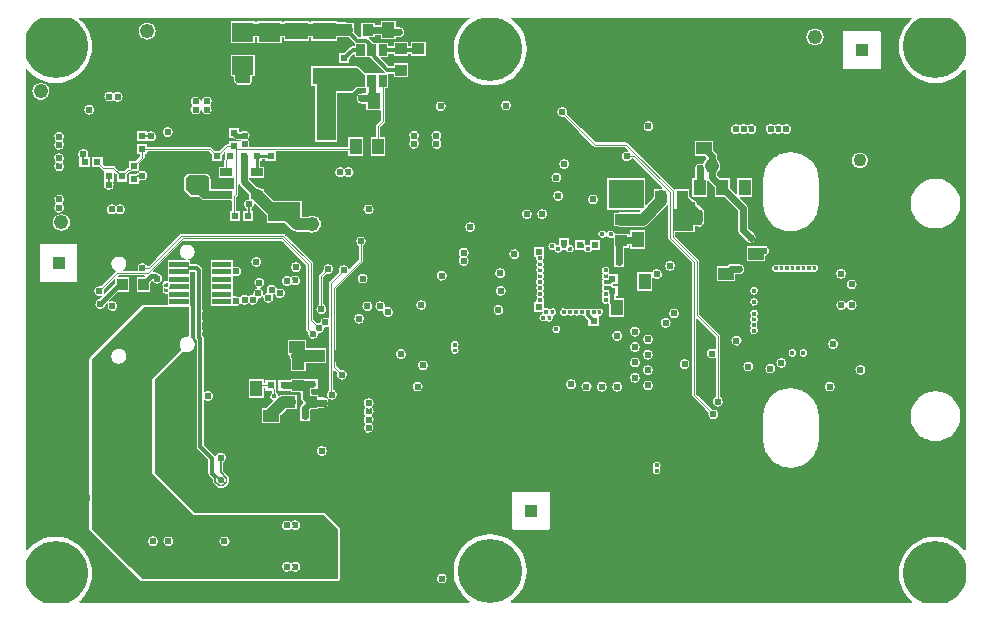
<source format=gbl>
*
%FSLAX26Y26*%
%MOIN*%
%ADD10C,0.039870*%
%ADD11R,0.016248X0.016248*%
%ADD12R,0.035933X0.035933*%
%ADD13R,0.039870X0.039870*%
%ADD14R,0.024122X0.024122*%
%ADD15R,0.063492X0.063492*%
%ADD16R,0.094988X0.094988*%
%ADD17R,0.146004X0.146004*%
%ADD18C,0.047744*%
%ADD19C,0.028059*%
%ADD20C,0.024122*%
%ADD21C,0.014280*%
%ADD22R,0.055618X0.055618*%
%ADD23R,0.028059X0.028059*%
%ADD24C,0.016875*%
%ADD25C,0.016248*%
%ADD26C,0.004437*%
%ADD27C,0.006406*%
%ADD28C,0.031996*%
%ADD29C,0.213098*%
%ADD30C,0.079240*%
%ADD31C,0.134358*%
%ADD32C,0.043550*%
%ADD33C,0.005500*%
%ADD34C,0.012311*%
%ADD35C,0.008374*%
%ADD36C,0.015748*%
%ADD37C,0.049465*%
%ADD38C,0.151827*%
%ADD39C,0.096748*%
%ADD40C,0.001100*%
%ADD41C,0.001150*%
%ADD42C,0.001050*%
%ADD43C,0.001025*%
%ADD44C,0.002050*%
%ADD45C,0.002100*%
%ADD46C,0.002400*%
%ADD47C,0.001250*%
%ADD48C,0.001575*%
%ADD49C,0.001625*%
%ADD50C,0.001450*%
%ADD51C,0.001225*%
%ADD52C,0.002025*%
%ADD53C,0.002150*%
%ADD54C,0.001350*%
%ADD55C,0.002000*%
%ADD56C,0.001700*%
%ADD57C,0.000100*%
%ADD58C,0.000200*%
%ADD59C,0.000400*%
%ADD60R,0.000400X0.000400*%
%IPPOS*%
%LNbl*%
%LPD*%
G75*
G36*
X00007755Y00185831D02*
G02X00007905Y00186609I00002094J-00000000D01*
G01X00007902Y00348341D01*
X00220569D01*
X00220574Y00255905D01*
X00221176Y00252919D01*
X00222883Y00250369D01*
X00390158Y00083100D01*
X00392674Y00081421D01*
X00395108Y00080923D01*
X01050250D01*
X01050949Y00081048D01*
X01051985Y00081359D01*
G03X01055069Y00083536I-00002259J00006473D01*
G03X01056982Y00088450I-00008876J00006285D01*
G01Y00088605D01*
X01378687D01*
G03X01412652Y00088605I00016982J00000000D01*
G01X01437967D01*
X01440886Y00076444D01*
X01448299Y00058592D01*
X01458249Y00042356D01*
X01470896Y00027614D01*
X01485130Y00015484D01*
X01485637Y00015173D01*
X01485951Y00014924D01*
X01488131Y00013555D01*
X01488668Y00012809D01*
G02X01488777Y00011627I-00001850J-00000767D01*
G01X01488147Y00009388D01*
G02X01486564Y00007957I-00001931J00000544D01*
G01X01482856Y00007875D01*
X01482793Y00007895D01*
Y00007926D01*
X00191893D01*
Y00007895D01*
X00191799Y00007865D01*
X00189182Y00007957D01*
G02X00187635Y00009263I00000375J00002013D01*
G01X00186827Y00011440D01*
G02X00187436Y00013742I00001868J00000737D01*
G01X00188882Y00015048D01*
X00189328Y00015359D01*
X00194746Y00020025D01*
X00207083Y00034456D01*
X00217076Y00050754D01*
X00224460Y00068544D01*
X00228926Y00087144D01*
X00230438Y00106303D01*
X00228938Y00125400D01*
X00224474Y00143999D01*
X00217110Y00161789D01*
X00207162Y00178025D01*
X00194636Y00192705D01*
X00180042Y00205146D01*
X00163725Y00215161D01*
X00145981Y00222501D01*
X00127106Y00226980D01*
X00108062Y00228437D01*
X00088981Y00226918D01*
X00070554Y00222501D01*
X00052811Y00215161D01*
X00036330Y00205022D01*
X00021900Y00192705D01*
X00013906Y00183374D01*
G02X00011882Y00182877I-00001417J00001399D01*
G01X00009301Y00183810D01*
G02X00007755Y00185831I00000549J00002021D01*
G37*
G36*
X00007872Y01782782D02*
G02X00009407Y01784711I00002004J-00000019D01*
G01X00012339Y01785737D01*
G02X00015087Y01783777I-00000305J-00003334D01*
G01X00021970Y01775753D01*
X00036443Y01763374D01*
X00052942Y01753297D01*
X00070998Y01745895D01*
X00089293Y01741540D01*
X00108595Y01740084D01*
X00127917Y01741665D01*
X00146343Y01746144D01*
X00163947Y01753484D01*
X00180092Y01763374D01*
X00194691Y01775877D01*
X00207091Y01790371D01*
X00212510Y01799213D01*
X00692100D01*
Y01762967D01*
X00700118D01*
G02X00700434Y01762379I-00001582J-00001229D01*
G02X00701569Y01760575I-00000877J-00001811D01*
G01X00701570Y01749938D01*
X00702406Y01745770D01*
X00702529Y01745459D01*
X00702598Y01745388D01*
G03X00713939Y01734081I00015905J00004612D01*
G01X00714100Y01733951D01*
X00717771Y01733205D01*
X00746553Y01733143D01*
X00750467Y01733951D01*
X00750630Y01734081D01*
G03X00761971Y01745395I-00004567J00015919D01*
G01X00762038Y01745459D01*
X00762164Y01745770D01*
X00762997Y01749938D01*
X00762999Y01758522D01*
G02X00763297Y01761602I00004396J00001129D01*
G02X00764133Y01762379I00001906J-00001213D01*
G02X00764449Y01762967I00001895J-00000640D01*
G01X00772466D01*
Y01799213D01*
X01181624D01*
X01204026Y01776811D01*
G02X01204768Y01775504I-00001265J-00001582D01*
G02X01203011Y01772892I-00002043J-00000523D01*
G01X01143045Y01772830D01*
Y01772966D01*
X01140060D01*
G02X01139334Y01773576I00000943J00001859D01*
G01X01117818Y01795099D01*
X01117728Y01795161D01*
X01114628Y01796467D01*
X01087927D01*
Y01796589D01*
X01053805D01*
Y01796467D01*
X01046588D01*
Y01796588D01*
X00961286D01*
Y01730971D01*
X00972042D01*
X00972125Y01730717D01*
G02X00973097Y01729239I-00001031J-00001737D01*
G01Y01712584D01*
X00087855D01*
G03X00030255Y01712584I-00028800J00000000D01*
G01X00007873D01*
X00007872Y01782782D01*
G37*
G36*
X00007873Y01712584D02*
X00030255D01*
G03X00081743Y01694845I00028800J00000000D01*
G01X00270429D01*
G03X00276975Y01681451I00016978J00000001D01*
G01X00277285Y01681264D01*
G03X00283717Y01678278I00009115J00011213D01*
G03X00296883Y01680766I00003684J00016582D01*
G01X00297095Y01680953D01*
X00297828Y01681451D01*
X00298928Y01682384D01*
G02X00302607Y01683192I00002113J-00000839D01*
G03X00331939Y01694854I00012348J00011661D01*
G01X00568419D01*
G03X00560396Y01670129I00006406J-00015743D01*
G01X00562401Y01667517D01*
G02X00563110Y01663971I-00000733J-00001990D01*
G03X00557800Y01651629I00011690J-00012343D01*
G01X00237455D01*
G03X00203490Y01651561I-00016982J-00000067D01*
G01X00007875D01*
X00007873Y01712584D01*
G37*
G36*
X00007875Y01651561D02*
X00203490D01*
G03X00237455Y01651561I00016983J00000000D01*
G01X00557800D01*
G03X00564679Y01637970I00017000J00000068D01*
G03X00571107Y01634984I00009098J00011174D01*
G03X00584295Y01637472I00003696J00016602D01*
G01X00584833Y01637907D01*
G03X00589930Y01643879I-00006646J00010833D01*
G01X00590204Y01644377D01*
X00591290Y01647425D01*
G02X00592497Y01649851I00002090J00000473D01*
G02X00595407Y01648669I00000989J-00001739D01*
G03X00624606Y01663225I00016761J00002942D01*
G02X00623841Y01666708I00000736J00001987D01*
G03X00629208Y01679098I-00011616J00012389D01*
G01X00973097D01*
Y01543963D01*
X01046588D01*
Y01706358D01*
X01046847Y01706457D01*
X01047011Y01706581D01*
G02X01048112Y01707266I00001554J-00001270D01*
G01X01094901Y01707452D01*
X01097995Y01708759D01*
X01111549Y01722257D01*
G02X01113645Y01723066I00001706J-00001300D01*
G01X01113668Y01723097D01*
X01143045D01*
Y01723148D01*
G02X01144437Y01721200I-00000646J-00001933D01*
G01Y01707950D01*
G02X01142786Y01705959I-00002003J-00000019D01*
G01X01130069Y01705928D01*
G03X01117982Y01675230I-00002083J-00016908D01*
G03X01127826Y01671996I00009404J00012024D01*
G01X01144435Y01671933D01*
X01144465Y01650411D01*
X01144534Y01650348D01*
X01189532Y01650286D01*
G02X01191529Y01648544I-00000204J-00002250D01*
G01X01191679Y01648482D01*
Y01646803D01*
X01191692Y01646678D01*
X01191679Y01617380D01*
X01191692Y01617255D01*
X01191679Y01615265D01*
X01191519Y01615203D01*
X01191158Y01614643D01*
X01178058Y01601518D01*
G03X01176726Y01599651I00003581J-00003964D01*
G03X01175930Y01596292I00005444J-00003064D01*
G01X01175933Y01562329D01*
G02X01174282Y01560338I-00002002J-00000020D01*
G01X01158247Y01560276D01*
X01158222Y01498880D01*
X01133124D01*
X01133092Y01560276D01*
X01083443D01*
X01083407Y01528738D01*
X01083370Y01528489D01*
X01082946Y01527618D01*
X01082185Y01527059D01*
X01082016Y01526996D01*
X01081763Y01526934D01*
X01079002Y01526844D01*
X01078914Y01526872D01*
Y01526903D01*
X00758639D01*
Y01526841D01*
X00757643D01*
Y01526872D01*
X00755005Y01526934D01*
G02X00753399Y01529796I00000309J00002055D01*
G03X00753346Y01545160I-00014769J00007631D01*
G01X00752566Y01546529D01*
X00752278Y01546902D01*
X00751932Y01547462D01*
X00751603Y01547835D01*
X00751300Y01548270D01*
X00749793Y01549888D01*
G02X00749770Y01552500I00001504J00001319D01*
G03X00727740Y01578377I-00011568J00012468D01*
G01X00727512Y01578253D01*
X00727163Y01578129D01*
X00721387D01*
G02X00719738Y01580244I00000352J00001974D01*
G01Y01589761D01*
X00685774D01*
X00685785Y01576791D01*
X00499266D01*
G03X00465301Y01576791I-00016982J00000000D01*
G01X00437066D01*
G03X00417641Y01577071I-00009913J-00013786D01*
G02X00414618Y01578813I-00001021J00001722D01*
G01X00414620Y01579870D01*
X00414602Y01579933D01*
X00380687D01*
X00380655Y01579435D01*
X00007876D01*
X00007875Y01651561D01*
G37*
G36*
X00007876Y01579435D02*
X00380655D01*
X00380656Y01561044D01*
X00137064D01*
G03X00106966Y01550261I-00016981J00000000D01*
G01X00107323Y01549888D01*
X00107562Y01549577D01*
X00108618Y01548457D01*
G02X00108474Y01545907I-00001741J-00001181D01*
G03X00103080Y01533492I00011589J-00012414D01*
G01X00007877D01*
X00007876Y01579435D01*
G37*
G36*
X00007877Y01533492D02*
X00103080D01*
G03X00110302Y01519594I00016983J-00000000D01*
G03X00117347Y01516670I00009866J00013823D01*
G03X00136863Y01535892I00002711J00016765D01*
G03X00133272Y01544165I-00015250J-00001704D01*
G01X00133195Y01544289D01*
X00132890Y01544600D01*
X00132597Y01544974D01*
G02X00131685Y01548644I00000710J00002125D01*
G03X00137064Y01561044I-00011601J00012399D01*
G01X00380656D01*
Y01546000D01*
X00414602D01*
X00414618Y01547213D01*
G02X00417452Y01549017I00002014J-00000036D01*
G03X00437675Y01549701I00009652J00013923D01*
G03X00443098Y01557166I-00007757J00011338D01*
G03X00444133Y01563005I-00015945J00005838D01*
G01X00472366D01*
G03X00499266Y01576791I00009917J00013786D01*
G01X00685785D01*
X00685803Y01555922D01*
X00700838Y01555797D01*
X00701385Y01555611D01*
X00701610Y01555486D01*
G03X00710705Y01551940I00008818J00009180D01*
G01X00724151Y01551878D01*
G02X00725564Y01548830I-00000308J-00001994D01*
G01X00723272Y01545596D01*
G02X00719780Y01546466I-00001534J00001287D01*
G01X00685799D01*
X00685773Y01546404D01*
X00685769Y01538504D01*
G02X00684125Y01536700I-00001996J00000168D01*
G01X00681140Y01536638D01*
G03X00676132Y01534648I00000026J-00007362D01*
G01X00655162Y01513685D01*
G02X00654063Y01513125I-00001419J00001427D01*
G01X00641213D01*
X00640960Y01513187D01*
X00640790Y01513249D01*
X00640543Y01513374D01*
X00640114Y01513685D01*
X00629610Y01524135D01*
G03X00625000Y01526748I-00005619J-00004541D01*
G01X00416269Y01526872D01*
G02X00414618Y01528863I00000351J00001971D01*
G01X00414589Y01536638D01*
X00380687D01*
Y01502737D01*
X00388802Y01502674D01*
G02X00390500Y01500684I-00000320J-00001993D01*
G01X00390497Y01495832D01*
G02X00389689Y01494277I-00002322J00000219D01*
G01X00378148Y01482707D01*
G02X00376522Y01481587I-00001847J00000942D01*
G01X00353128Y01481525D01*
X00353091Y01459753D01*
G02X00351448Y01457949I-00001996J00000168D01*
G03X00348043Y01457514I-00001230J-00003914D01*
G03X00344499Y01454963I00002188J-00006776D01*
G01X00336259Y01446752D01*
G02X00335160Y01446192I-00001419J00001427D01*
G01X00322318D01*
X00322065Y01446255D01*
X00321896Y01446317D01*
X00321649Y01446441D01*
X00321219Y01446752D01*
X00306686Y01461246D01*
G03X00301938Y01463796I-00005090J-00003781D01*
G01X00271127Y01463859D01*
G02X00269501Y01464978I00000616J00002636D01*
G01X00265535Y01468959D01*
X00265174Y01469519D01*
X00265014Y01469581D01*
X00264983Y01493344D01*
X00231080D01*
Y01493281D01*
X00221676D01*
X00221661Y01493344D01*
X00221600Y01493375D01*
X00221186D01*
X00221133Y01493344D01*
Y01493313D01*
X00220358D01*
Y01493344D01*
X00217606Y01493406D01*
G02X00216020Y01496329I00000309J00002060D01*
G03X00190802Y01517666I-00015208J00007596D01*
G03X00187186Y01514120I00007463J-00011226D01*
G03X00184013Y01506531I00011294J-00009180D01*
G03X00183730Y01503682I00014235J-00002852D01*
G01X00130352D01*
G03X00105830Y01480903I-00010254J-00013550D01*
G01X00107677Y01478539D01*
G02X00108445Y01475055I-00000736J-00001989D01*
G03X00103074Y01462654I00011631J-00012401D01*
G01X00007879D01*
X00007877Y01533492D01*
G37*
G36*
X00007879Y01462654D02*
X00103074D01*
G03X00109955Y01448992I00017003J-00000000D01*
G03X00116382Y01446006I00009099J00011175D01*
G03X00136809Y01459877I00003681J00016555D01*
G03X00133444Y01473065I-00016752J00002749D01*
G01X00133189Y01473438D01*
X00132480Y01474247D01*
G02X00131715Y01477730I00000736J00001987D01*
G03X00137091Y01490132I-00011617J00012402D01*
G01X00187746D01*
X00187773Y01459442D01*
X00221676D01*
Y01459504D01*
X00231080D01*
X00231166Y01459442D01*
X00254406Y01459380D01*
G02X00255554Y01458758I-00000415J-00002137D01*
G01X00262398Y01451915D01*
G03X00265682Y01449925I00004587J00003866D01*
G01X00266015Y01449800D01*
G02X00268453Y01447685I00000301J-00002115D01*
G01X00268480Y01412229D01*
X00268513Y01412166D01*
X00270062Y01412104D01*
G02X00271351Y01409181I-00000464J-00001950D01*
G03X00301909Y01403831I00014081J-00009520D01*
G01X00301121Y01406195D01*
X00299483Y01409243D01*
G02X00300806Y01412104I00001785J00000911D01*
G01X00302353Y01412166D01*
X00302384Y01412229D01*
X00302419Y01440345D01*
G02X00305499Y01442087I00002010J00000039D01*
G01X00305825Y01441900D01*
X00305984Y01441776D01*
X00311163Y01436613D01*
X00311445Y01436240D01*
X00311551Y01436053D01*
X00311758Y01435991D01*
X00311789Y01412166D01*
X00345708D01*
X00345723Y01412229D01*
Y01435991D01*
X00345929Y01436053D01*
X00345997Y01436177D01*
X00346317Y01436613D01*
X00349489Y01439785D01*
G02X00350798Y01440594I00001810J-00001465D01*
G02X00352475Y01442771I00004745J-00001921D01*
G02X00354661Y01443549I00001662J-00001209D01*
G03X00362856Y01447125I00000360J00010353D01*
G01X00363801Y01447561D01*
X00381050Y01447625D01*
X00381053Y01447623D01*
Y01447592D01*
X00385099D01*
Y01447654D01*
G02X00386987Y01444388I00000287J-00002013D01*
G01X00383434Y01440345D01*
G02X00381994Y01439350I-00001840J00001124D01*
G03X00377274Y01438728I-00000748J-00012545D01*
G01X00376365Y01438355D01*
X00376113Y01438292D01*
X00363189Y01438229D01*
X00363187Y01438230D01*
Y01438261D01*
X00353113D01*
X00353096Y01438168D01*
X00353097Y01404329D01*
X00387061D01*
Y01414033D01*
X00387187Y01414095D01*
G02X00389081Y01415650I00002405J-00000998D01*
G02X00390485Y01415650I00000702J-00002068D01*
G03X00407671Y01417392I00007121J00015396D01*
G03X00414352Y01428091I-00009814J00013564D01*
G03X00389665Y01446130I-00016809J00002909D01*
G02X00387059Y01448059I-00000604J00001909D01*
G01Y01470639D01*
G02X00388215Y01472629I00002410J-00000069D01*
G01X00403025Y01487434D01*
G03X00404029Y01488989I-00003459J00003335D01*
G03X00404778Y01491975I-00005873J00003060D01*
G01X00404776Y01500684D01*
G02X00406474Y01502674I00002018J-00000002D01*
G01X00414589Y01502737D01*
X00414620Y01508522D01*
G02X00415240Y01511943I00003670J00001102D01*
G02X00416316Y01512503I00001425J-00001425D01*
G01X00620576D01*
X00621099Y01512316D01*
X00621331Y01512192D01*
X00621509Y01512067D01*
X00629619Y01504043D01*
X00629874Y01503732D01*
G02X00630687Y01501244I-00001738J-00001945D01*
G01X00630656Y01479099D01*
X00664615D01*
X00664620Y01501741D01*
G02X00665401Y01503732I00002378J00000216D01*
G01X00665656Y01504043D01*
X00670260Y01508584D01*
G02X00672170Y01509144I00001375J-00001152D01*
G02X00673964Y01507153I-00000218J-00002001D01*
G01X00673962Y01490855D01*
G02X00673338Y01488554I-00002731J-00000494D01*
G03X00670024Y01482396I00005073J-00006701D01*
G01X00670020Y01463672D01*
G02X00668377Y01461868I-00001996J00000168D01*
G01X00652341Y01461806D01*
X00652314Y01423985D01*
X00701953Y01423923D01*
G02X00703492Y01421995I-00000464J-00001949D01*
G01X00703490Y01387222D01*
X00702094Y01387160D01*
X00701841Y01387098D01*
X00652091Y01387036D01*
G02X00650661Y01385978I-00001782J00000913D01*
G01X00627880D01*
X00627628Y01386040D01*
X00626947Y01386414D01*
X00626392Y01387160D01*
X00625335Y01387222D01*
X00625334Y01421311D01*
X00624598Y01424856D01*
G03X00623875Y01426163I-00001441J00000056D01*
G01X00623519Y01426474D01*
X00623235Y01426785D01*
X00619517Y01432321D01*
X00619445Y01432383D01*
X00614060Y01435991D01*
X00613684Y01436302D01*
X00612622Y01437422D01*
X00612531Y01437484D01*
X00608787Y01438230D01*
X00552630D01*
X00548886Y01437484D01*
X00548795Y01437422D01*
X00547801Y01436364D01*
X00547357Y01435991D01*
X00541900Y01432321D01*
X00538423Y01427096D01*
X00537941Y01426536D01*
G03X00536776Y01424607I00000954J-00001893D01*
G01X00536083Y01421311D01*
Y01385667D01*
X00536094Y01385605D01*
X00537491Y01382246D01*
X00557466Y01362278D01*
X00560768Y01360910D01*
X00584174Y01360785D01*
G02X00585388Y01360101I-00000512J-00002328D01*
G01X00586684Y01360039D01*
G02X00587834Y01359417I-00000400J-00002113D01*
G01X00591505Y01355747D01*
X00596467Y01352369D01*
X00137107D01*
G03X00105830Y01343119I-00017006J-00000000D01*
G01X00107677Y01340755D01*
G02X00108445Y01337272I-00000736J-00001988D01*
G03X00103076Y01324874I00011630J-00012398D01*
G01X00007881D01*
X00007879Y01462654D01*
G37*
G36*
X00007881Y01324874D02*
X00103076D01*
G03X00110222Y01311022I00016999J00000000D01*
G03X00114516Y01308782I00007935J00009974D01*
G01X00115135Y01308533D01*
X00117662Y01307974D01*
G03X00136049Y01318905I00002437J00016831D01*
G01X00278325D01*
G03X00280916Y01309902I00016943J00000002D01*
G03X00282649Y01307538I00009219J00004941D01*
G01X00282931Y01307289D01*
X00283421Y01306729D01*
X00284849Y01305485D01*
X00285159Y01305299D01*
G03X00291592Y01302313I00009116J00011216D01*
G03X00304757Y01304801I00003684J00016581D01*
G01X00304969Y01304988D01*
X00305702Y01305485D01*
X00306803Y01306418D01*
G02X00310480Y01307227I00002195J-00001217D01*
G03X00339793Y01318872I00012343J00011645D01*
G01X00695612D01*
X00695611Y01316060D01*
G02X00693967Y01314256I-00001997J00000168D01*
G01X00689742Y01314194D01*
X00689711Y01280292D01*
X00723675D01*
X00723644Y01314194D01*
X00709896Y01314318D01*
Y01360661D01*
X00710103Y01360723D01*
X00710294Y01361034D01*
X00716017Y01366819D01*
G03X00717770Y01371360I-00005388J00004689D01*
G01X00717773Y01401467D01*
G02X00721513Y01402463I00002063J-00000225D01*
G01X00722227Y01401467D01*
X00753059Y01370551D01*
G02X00754672Y01367192I-00001567J-00002819D01*
G01Y01354254D01*
G02X00753090Y01352699I-00001989J00000441D01*
G03X00741713Y01322840I-00000119J-00017051D01*
G01X00744140Y01321037D01*
X00744271Y01320912D01*
X00744430Y01320725D01*
X00744828Y01320663D01*
Y01314318D01*
X00733049Y01314194D01*
X00733018Y01280292D01*
X00766982D01*
X00766951Y01314194D01*
X00762726Y01314256D01*
G02X00761075Y01316247I00000351J00001972D01*
G01X00761077Y01318300D01*
G02X00761924Y01321161I00001930J00000985D01*
G03X00769876Y01333975I-00008947J00014427D01*
G01X00769933Y01336463D01*
G02X00772359Y01339698I00001866J00001127D01*
G01X00773208Y01339263D01*
X00810920Y01301566D01*
G02X00811581Y01300758I-00001219J-00001671D01*
G01X00811758Y01300696D01*
X00811786Y01275596D01*
X00156752D01*
G03X00099153Y01275596I-00028800J00000000D01*
G01X00007882D01*
X00007881Y01324874D01*
G37*
G36*
X00007882Y01275596D02*
X00099153D01*
G03X00156752Y01275596I00028800J00000000D01*
G01X00811786D01*
X00811788Y01274445D01*
X00811844Y01274383D01*
X00871104Y01274321D01*
G02X00872252Y01273699I-00000404J-00002115D01*
G01X00895818Y01250310D01*
X00897410Y01249128D01*
G03X00911659Y01244836I00013732J00019790D01*
G01X00949891Y01244774D01*
X00950284Y01244649D01*
G03X00960150Y01241228I00014340J00025418D01*
G03X00991637Y01259858I00004417J00028458D01*
G01X01473175D01*
G03X01507140Y01259858I00016982J00000000D01*
G01X02150347D01*
X02150349Y01227543D01*
G03X02151526Y01219954I00010780J-00002214D01*
G01X02151881Y01219456D01*
X02183512Y01187794D01*
X02074068D01*
X02074038Y01249252D01*
X02024387D01*
X02024357Y01241912D01*
X02024370Y01241788D01*
X02024359Y01235567D01*
G02X02022371Y01233546I-00002002J-00000019D01*
G01X02020936D01*
G02X02018948Y01235567I00000015J00002003D01*
G01X02018950Y01237371D01*
X02018887Y01237433D01*
X01973317Y01237496D01*
G02X01971740Y01238926I00000351J00001971D01*
G03X01967666Y01246080I-00013018J-00002676D01*
G03X01950077Y01246391I-00008968J-00009635D01*
G03X01948049Y01244276I00003728J-00005604D01*
G01X01947738Y01243903D01*
X01947029Y01242783D01*
G02X01946005Y01241228I-00002088J00000260D01*
G02X01943013Y01241912I-00001210J00001592D01*
G03X01935736Y01248941I-00012299J-00005452D01*
G03X01917950Y01240295I-00004882J-00012574D01*
G03X01917360Y01236513I00011817J-00003780D01*
G01X00870945D01*
G03X00868431Y01237371I-00003604J-00006447D01*
G01X00527228Y01237433D01*
X00526268Y01237309D01*
G03X00522248Y01235007I00000945J-00006311D01*
G01X00442307Y01155137D01*
X00442209Y01155012D01*
X00418957Y01131810D01*
G02X00417322Y01131219I-00001451J00001457D01*
G01X00414270D01*
G02X00412604Y01132059I-00000161J00001753D01*
G03X00384616Y01134920I-00014962J-00008036D01*
G03X00381642Y01118187I00012804J-00010906D01*
G01X00382490Y01116134D01*
G02X00380803Y01113522I-00002153J-00000460D01*
G01X00377240Y01113439D01*
X00377175Y01113459D01*
Y01113490D01*
X00338867D01*
Y01113428D01*
X00337871D01*
Y01113459D01*
X00334456Y01113522D01*
G02X00332890Y01114890I00000372J00002006D01*
G01X00332454Y01116321D01*
G02X00333197Y01118622I00001894J00000659D01*
G01X00335178Y01119929D01*
X00337573Y01122292D01*
X00341191Y01127642D01*
X00341504Y01128388D01*
X00341963Y01129135D01*
X00341989Y01129197D01*
X00343752Y01136973D01*
X00343755Y01137719D01*
X00343894Y01138777D01*
X00343770Y01139585D01*
X00343755Y01140332D01*
X00342795Y01145370D01*
X00342738Y01145557D01*
X00342598Y01146303D01*
X00342097Y01147921D01*
G03X00341630Y01148978I-00001978J-00000242D01*
G01X00341454Y01149289D01*
X00341163Y01149974D01*
X00339542Y01152400D01*
X00339437Y01152524D01*
X00337567Y01155261D01*
X00335333Y01157500D01*
X00330090Y01161046D01*
X00329358Y01161357D01*
X00328427Y01161917D01*
X00327500Y01162103D01*
G03X00310295Y01162103I-00008602J-00023615D01*
G01X00309369Y01161917D01*
X00308438Y01161357D01*
X00307705Y01161046D01*
X00302462Y01157500D01*
X00300229Y01155261D01*
X00296632Y01149974D01*
X00295765Y01148170D01*
X00295276Y01146614D01*
X00294038Y01140518D01*
X00294025Y01139585D01*
X00293900Y01138777D01*
X00294023Y01137968D01*
X00294043Y01136973D01*
X00295290Y01130877D01*
X00295371Y01130690D01*
X00295806Y01129197D01*
X00295858Y01129073D01*
X00296280Y01128388D01*
X00296601Y01127642D01*
X00300222Y01122292D01*
X00300782Y01121733D01*
X00301243Y01121048D01*
X00301708Y01120737D01*
X00302461Y01120053D01*
X00307045Y01117005D01*
G02X00308748Y01112775I-00001702J-00003143D01*
G01X00308711Y01112526D01*
X00308641Y01112277D01*
X00308108Y01111469D01*
X00279343Y01082730D01*
X00181172D01*
X00181171Y01200733D01*
X00179977Y01203594D01*
X00177317Y01204714D01*
X00058903D01*
X00056243Y01203594D01*
X00056205Y01203470D01*
X00055820Y01202599D01*
X00055743Y01202350D01*
X00055050Y01200733D01*
X00007884D01*
X00007882Y01275596D01*
G37*
G36*
X00007884Y01200733D02*
X00055050D01*
X00055070Y01082668D01*
X00056235Y01079869D01*
X00058759Y01078811D01*
X00177462D01*
X00179985Y01079869D01*
X00181172Y01082730D01*
X00279343D01*
X00260727Y01064131D01*
G02X00258214Y01063136I-00001857J00001018D01*
G03X00236409Y01046803I-00004786J-00016333D01*
G01X00007887D01*
X00007884Y01200733D01*
G37*
G36*
X00007887Y01046803D02*
X00236409D01*
G03X00261317Y01031722I00017019J-00000000D01*
G02X00264227Y01032033I00001667J-00001830D01*
G02X00264544Y01029048I-00001163J-00001633D01*
G01X00256677Y01021210D01*
X00255822Y01020837D01*
G03X00273917Y00998318I00002042J-00016888D01*
G01X00274690Y01001429D01*
X00275340Y01002984D01*
X00279966Y01007587D01*
G02X00283363Y01005472I00001586J-00001238D01*
G03X00282901Y00988863I00014615J-00008718D01*
G03X00288084Y00982954I00012705J00005916D01*
G03X00296095Y01013559I00009901J00013759D01*
G03X00290374Y01011941I00000853J-00013940D01*
G02X00287101Y01011506I-00001864J00001493D01*
G02X00286812Y01014429I00001212J00001596D01*
G01X00316018Y01043603D01*
G02X00316951Y01044039I00001452J-00001891D01*
G01X00353536Y01044101D01*
X00353565Y01044163D01*
X00353559Y01093740D01*
X00319129Y01093803D01*
G02X00317807Y01094674I00000351J00001971D01*
G01X00316990Y01096291D01*
G02X00318498Y01099152I00001821J00000868D01*
G01X00403712D01*
X00404234Y01098966D01*
X00404961Y01098406D01*
X00405095Y01098219D01*
X00405847Y01096726D01*
G02X00404426Y01093803I-00001770J-00000947D01*
G01X00378725Y01093740D01*
X00378718Y01044101D01*
X00424431D01*
Y01073648D01*
G02X00425226Y01076074I00001981J00000694D01*
G01X00427969Y01078811D01*
G02X00429533Y01079931I00002369J-00001656D01*
G02X00433205Y01078500I00001105J-00002591D01*
G01X00433494Y01078189D01*
G03X00436038Y01075514I00011349J00008246D01*
G01X00436832Y01074955D01*
G03X00443128Y01072093I00008262J00009819D01*
G03X00450313Y01072031I00003694J00011674D01*
G03X00456937Y01102263I-00003450J00016598D01*
G03X00448920Y01105497I-00010084J-00013444D01*
G01X00448146Y01105746D01*
X00447490Y01106181D01*
G03X00442860Y01108670I-00007708J-00008787D01*
G03X00438947Y01109509I-00004348J-00010734D01*
G01X00438768Y01109478D01*
X00433956Y01109540D01*
X00433101Y01109914D01*
G02X00432631Y01113459I00001002J00001937D01*
G01X00533819Y01214666D01*
X00534596Y01215164D01*
X00534965Y01215288D01*
X00860704D01*
G02X00861850Y01214666I-00000397J-00002099D01*
G01X00932795Y01143722D01*
X00794542D01*
G03X00760576Y01143722I-00016983J00000000D01*
G01X00698061D01*
X00698053Y01149165D01*
X00624781D01*
X00624751Y00998194D01*
X00597686D01*
X00597674Y01116818D01*
G03X00595997Y01121111I-00007518J-00000463D01*
G01X00584333Y01132805D01*
G03X00578744Y01135480I-00005854J-00005055D01*
G01X00556352Y01135604D01*
X00556322Y01149103D01*
X00556291Y01149165D01*
X00551758Y01149227D01*
G02X00550269Y01150409I00000351J00001972D01*
G02X00551742Y01153830I00001792J00001256D01*
G01X00555114Y01154514D01*
X00558427Y01155883D01*
X00563614Y01159366D01*
X00566229Y01162103D01*
X00569542Y01167018D01*
X00569957Y01167951D01*
X00570287Y01168448D01*
X00570340Y01168573D01*
X00572099Y01176348D01*
X00572102Y01177095D01*
X00572241Y01178152D01*
X00572116Y01178961D01*
X00572104Y01179894D01*
X00571140Y01184746D01*
X00571083Y01184933D01*
G03X00567779Y01191900I-00016188J-00003410D01*
G01X00565909Y01194637D01*
X00563674Y01196876D01*
X00558425Y01200422D01*
X00557677Y01200733D01*
X00556738Y01201292D01*
X00555828Y01201479D01*
G03X00536060Y01200422I-00008634J-00023907D01*
G01X00530814Y01196876D01*
X00530304Y01196378D01*
X00529521Y01195818D01*
X00529188Y01195321D01*
X00528579Y01194637D01*
X00524952Y01189287D01*
X00524691Y01188665D01*
X00524209Y01187856D01*
X00523624Y01185990D01*
X00522384Y01179894D01*
X00522372Y01178961D01*
X00522247Y01178152D01*
X00522368Y01177344D01*
X00522389Y01176348D01*
X00523635Y01170252D01*
X00523717Y01170066D01*
X00524151Y01168573D01*
X00524203Y01168448D01*
X00524517Y01167951D01*
X00524944Y01167018D01*
X00528887Y01161357D01*
X00530874Y01159366D01*
X00536065Y01155883D01*
X00539374Y01154514D01*
X00542746Y01153830D01*
G02X00544426Y01152088I-00000323J-00001993D01*
G02X00542732Y01149227I-00001972J-00000765D01*
G01X00483049Y01149165D01*
X00483008Y01085965D01*
X00483021Y01085840D01*
X00483007Y01083352D01*
G02X00480623Y01081113I-00001995J-00000265D01*
G03X00466088Y01060959I-00003233J-00012987D01*
G02X00466539Y01058284I-00001297J-00001594D01*
G03X00464971Y01045407I00010843J-00007854D01*
G03X00468975Y01039996I00010183J00003348D01*
G03X00480086Y01037259I00008744J00011577D01*
G02X00483020Y01035455I00000895J-00001833D01*
G01X00483013Y01003730D01*
G02X00481369Y01001926I-00001997J00000168D01*
G01X00403368Y01001802D01*
X00400711Y01001304D01*
X00400519Y01001242D01*
X00398027Y00999563D01*
X00222849Y00824394D01*
X00221147Y00821781D01*
X00220569Y00818858D01*
X00220579Y00364141D01*
X00220729Y00363084D01*
G03X00220893Y00362088I00002014J-00000180D01*
G01X00221259Y00360907D01*
X00221526Y00360471D01*
X00222060Y00359351D01*
X00222135Y00359103D01*
X00222427Y00357610D01*
G02X00222359Y00354624I-00004756J-00001385D01*
G01X00222259Y00353940D01*
X00222115Y00353442D01*
X00220927Y00350581D01*
X00220725Y00349896D01*
X00220716Y00349337D01*
X00220569Y00348341D01*
X00007902D01*
X00007887Y01046803D01*
G37*
G36*
X00081743Y01694845D02*
G03X00087855Y01712584I-00022688J00017740D01*
G01X00973097D01*
Y01679098D01*
X00629208D01*
G03X00597088Y01686800I-00016983J00000000D01*
G03X00595704Y01683130I00010989J-00006240D01*
G02X00594177Y01680580I-00002076J-00000489D01*
G02X00591561Y01682073I-00000654J00001892D01*
G03X00568419Y01694854I-00016736J-00002961D01*
G01X00331939D01*
G03X00302912Y01706830I-00016984J00000000D01*
G02X00299554Y01706706I-00001729J00001283D01*
G03X00270429Y01694845I-00012148J-00011860D01*
G01X00081743D01*
G37*
G36*
X00130352Y01503682D02*
X00183730D01*
G03X00184684Y01498507I00014518J00000001D01*
G03X00186263Y01495148I00011293J00003258D01*
G01X00186753Y01494339D01*
G02X00187744Y01492348I-00001118J-00001798D01*
G01X00187746Y01490132D01*
X00137091D01*
G03X00130352Y01503682I-00016993J-00000000D01*
G37*
G36*
X00131097Y01338451D02*
G02X00131715Y01339947I00002120J00000000D01*
G03X00137107Y01352369I-00011614J00012423D01*
G01X00596467D01*
X00597445Y01351703D01*
X00597630Y01351641D01*
X00604273Y01350335D01*
X00650613Y01350273D01*
G02X00652035Y01349277I-00000334J-00001990D01*
G01X00652366Y01349215D01*
X00693920Y01349153D01*
G02X00695618Y01347163I-00000320J-00001993D01*
G01X00695612Y01318872D01*
X00339793D01*
G03X00325721Y01335592I-00016970J-00000000D01*
G03X00319948Y01335592I-00002886J-00011770D01*
G03X00315225Y01334037I00001859J-00013595D01*
G01X00312560Y01332420D01*
X00311036Y01331114D01*
G02X00307567Y01330616I-00001922J00001054D01*
G03X00302885Y01334037I-00012274J-00011884D01*
G03X00298162Y01335592I-00006367J-00011388D01*
G03X00292389Y01335592I-00002887J-00011766D01*
G03X00287666Y01334037I00001857J-00013591D01*
G03X00285374Y01332669I00002809J-00007310D01*
G03X00280191Y01326697I00008671J-00012761D01*
G01X00279122Y01324147D01*
X00279003Y01323649D01*
G03X00278325Y01318905I00016266J-00004745D01*
G01X00136049D01*
G03X00132480Y01336463I-00015951J00005899D01*
G02X00131097Y01338451I00000736J00001987D01*
G37*
G36*
X00186688Y01956314D02*
G02X00186688Y01956333I00002003J00000010D01*
G01X00186952Y01957391D01*
X00187716Y01959444D01*
G02X00189235Y01960625I00001848J-00000810D01*
G01X01486512D01*
G02X01488105Y01959257I-00000356J-00002025D01*
G01X01488803Y01956707D01*
G02X01487593Y01954592I-00001985J-00000268D01*
G01X01485217Y01953099D01*
X01470702Y01940720D01*
X01458227Y01926102D01*
X01448235Y01909804D01*
X01440894Y01892076D01*
X01437323Y01877209D01*
X01292073D01*
Y01863524D01*
X01291785Y01863462D01*
G02X01290425Y01862529I-00001712J00001038D01*
G01X01286347D01*
X01285579Y01862840D01*
X01284987Y01863462D01*
X01284699Y01863524D01*
Y01877209D01*
X01234987D01*
Y01862466D01*
X01217769D01*
X01217738Y01875218D01*
X01165877Y01875281D01*
G02X01164808Y01875840I00000350J00001971D01*
G01X01152022Y01888655D01*
G02X01153195Y01892449I00001451J00001630D01*
G01X01172457Y01892511D01*
X01172494Y01900287D01*
X01191679D01*
X01191680Y01886602D01*
X01241391D01*
Y01888530D01*
G02X01242011Y01891889I00003615J00001069D01*
G02X01243087Y01892449I00001425J-00001425D01*
G01X01254726Y01892511D01*
G03X01264395Y01922805I-00000778J00016938D01*
G03X01254306Y01926413I-00010237J-00012717D01*
G01X01243040Y01926475D01*
G02X01241389Y01928466I00000352J00001972D01*
G01X01241391Y01947874D01*
X01241362Y01948060D01*
X01191709D01*
X01191679Y01947874D01*
Y01934313D01*
X01172494D01*
X01172462Y01942151D01*
X01126750D01*
X01126719Y01898545D01*
X01126732Y01898421D01*
X01126719Y01896741D01*
G02X01126349Y01895497I-00002000J-00000082D01*
G02X01122221Y01894004I-00003044J00001963D01*
G01X01119593Y01894066D01*
X01119341Y01894129D01*
X01118494Y01894626D01*
X01104303Y01908809D01*
G02X01102884Y01911422I00000678J00002060D01*
G03X01102250Y01925355I-00024045J00005887D01*
G01X01101668Y01927035D01*
X01101628Y01927097D01*
X01101597Y01942088D01*
X01101516Y01942151D01*
X01048158Y01942213D01*
G02X01046507Y01944203I00000352J00001972D01*
G01X01046509Y01946007D01*
X01046484Y01946070D01*
X00961393D01*
X00961365Y01946007D01*
X00961367Y01944203D01*
G02X00959182Y01942182I-00002023J-00000004D01*
G01X00956172D01*
G02X00953988Y01944203I-00000179J00001998D01*
G01X00953990Y01946007D01*
X00953962Y01946070D01*
X00868874D01*
X00868845Y01946007D01*
X00868847Y01944203D01*
G02X00866662Y01942182I-00002023J-00000004D01*
G01X00863653D01*
G02X00861469Y01944203I-00000179J00001998D01*
G01X00861471Y01946007D01*
X00861442Y01946070D01*
X00780291D01*
X00780262Y01946007D01*
X00780264Y01944203D01*
G02X00778079Y01942182I-00002024J-00000004D01*
G01X00775070D01*
G02X00772886Y01944203I-00000179J00001998D01*
G01X00772888Y01946007D01*
X00772859Y01946070D01*
X00691704D01*
X00691679Y01946007D01*
X00196855D01*
X00194625Y01948620D01*
X00187334Y01954840D01*
G02X00186688Y01956314I00001356J00001473D01*
G37*
G36*
X00196855Y01946007D02*
G01X00691679D01*
Y01913381D01*
X00442186D01*
G03X00384586Y01913381I-00028800J00000000D01*
G01X00218899D01*
X00217135Y01917642D01*
X00207156Y01933940D01*
X00196855Y01946007D01*
G37*
G36*
X00212510Y01799213D02*
X00217079Y01806669D01*
X00224464Y01824459D01*
X00228929Y01843059D01*
X00230431Y01862155D01*
X00228937Y01881314D01*
X00224472Y01899914D01*
X00218899Y01913381D01*
X00384586D01*
G03X00442186Y01913381I00028800J00000000D01*
G01X00691679D01*
Y01872792D01*
X00772888D01*
Y01892449D01*
X00780262D01*
Y01872792D01*
X00861470D01*
X00861471Y01892449D01*
X00868845D01*
Y01880755D01*
X00868859Y01880692D01*
X00953990D01*
Y01892449D01*
X00961365D01*
Y01880692D01*
X01046509D01*
Y01888468D01*
G02X01047129Y01891889I00003670J00001101D01*
G02X01048205Y01892449I00001425J-00001425D01*
G01X01086032D01*
X01086555Y01892263D01*
X01087178Y01891827D01*
X01102978Y01876027D01*
X01103133Y01875903D01*
X01104285Y01874721D01*
G02X01105078Y01872668I-00001327J-00001692D01*
G01X01105065Y01866323D01*
G02X01104599Y01863151I-00004050J-00001025D01*
G02X01103417Y01862466I-00001535J00001287D01*
G01X01097252Y01862404D01*
G03X01090824Y01859792I00000951J-00011556D01*
G01X01071605Y01840633D01*
G02X01070317Y01839824I-00001631J00001168D01*
G01X01053957Y01839762D01*
X01053914Y01839700D01*
X01053884Y01805860D01*
X01087848D01*
X01087849Y01821598D01*
G02X01088677Y01823588I00002078J00000303D01*
G01X01101056Y01835967D01*
G02X01103738Y01836465I00001617J-00001239D01*
G02X01105067Y01834599I-00000674J-00001887D01*
G01X01105065Y01830866D01*
X01105078Y01830742D01*
X01105095Y01825641D01*
X01105133Y01825579D01*
X01154794Y01825517D01*
G02X01155941Y01824895I-00000405J-00002116D01*
G01X01181624Y01799213D01*
X00772466D01*
Y01835459D01*
X00692100D01*
Y01799213D01*
X00212510D01*
G37*
G36*
X00221676Y01459504D02*
Y01493281D01*
X00231080D01*
Y01459504D01*
X00221676D01*
G37*
G36*
X00237455Y01651629D02*
X00557800D01*
G03X00557800Y01651561I00017000J-00000034D01*
G01X00237455D01*
G03X00237455Y01651629I-00016983J00000034D01*
G37*
G36*
X00437066Y01576791D02*
G01X00465301D01*
G03X00472366Y01563005I00016983J00000000D01*
G01X00444133D01*
G03X00437066Y01576791I-00016980J00000000D01*
G37*
G36*
X00438715Y00748899D02*
G02X00440096Y00750930I00002184J00000000D01*
G01X00531584Y00842433D01*
G02X00538618Y00845730I00005816J-00003256D01*
G01X00539284Y00845481D01*
X00547244Y00844084D01*
X00554972Y00845419D01*
X00555721Y00845730D01*
X00556773Y00845979D01*
X00557016Y00846103D01*
X00557584Y00846477D01*
X00558358Y00846788D01*
X00563645Y00850333D01*
X00565943Y00852635D01*
X00569520Y00857922D01*
X00569841Y00858669D01*
X00570265Y00859353D01*
X00570595Y00860535D01*
X00570889Y00861219D01*
X00572104Y00867315D01*
Y00870861D01*
X00570891Y00876957D01*
X00570569Y00877766D01*
X00570319Y00878699D01*
X00570269Y00878823D01*
X00569989Y00879259D01*
X00569527Y00880254D01*
X00566132Y00885292D01*
X00565364Y00886163D01*
X00565037Y00886661D01*
X00564670Y00886910D01*
X00563494Y00887967D01*
X00560839Y00889833D01*
G02X00560072Y00890642I00001055J00001768D01*
G01X00559786Y00891015D01*
X00559424Y00891637D01*
G02X00558250Y00894125I00002153J00002537D01*
G02X00558927Y00898107I00007792J00000724D01*
G01X00558956Y00994026D01*
X00558367Y00997012D01*
X00556680Y00999563D01*
X00556357Y01000496D01*
X00556350Y01109727D01*
G02X00558048Y01111718I00002018J-00000002D01*
G01X00571392D01*
X00571915Y01111531D01*
X00572148Y01111407D01*
X00572325Y01111282D01*
X00573463Y01110163D01*
G02X00573954Y01109043I-00001500J-00001325D01*
G01X00573975Y00890642D01*
G03X00575897Y00885914I00007768J00000403D01*
G01X00577794Y00883986D01*
G02X00578295Y00882680I-00001503J-00001325D01*
G01X00578307Y00527553D01*
G03X00580527Y00522577I00007423J00000329D01*
G01X00617059Y00486000D01*
G02X00617664Y00484196I-00001389J-00001469D01*
G01X00617677Y00484072D01*
X00617671Y00437107D01*
G03X00619313Y00432629I00007559J00000232D01*
G01X00631473Y00420437D01*
G02X00632627Y00418446I-00000930J-00001869D01*
G01X00632642Y00410546D01*
G03X00634376Y00406192I00007518J00000472D01*
G01X00646122Y00394435D01*
G03X00651284Y00391698I00005796J00004694D01*
G01X00668130Y00391760D01*
X00668746Y00391885D01*
X00669873Y00392258D01*
X00670950Y00392818D01*
X00671802Y00393440D01*
X00683678Y00405445D01*
X00684308Y00406503D01*
X00684431Y00406876D01*
X00684658Y00407374D01*
X00685020Y00408866D01*
X00685027Y00408929D01*
X00684981Y00426097D01*
X00684635Y00427403D01*
X00684448Y00427777D01*
X00684285Y00428212D01*
X00683546Y00429394D01*
X00667600Y00445443D01*
G02X00666980Y00446936I00001391J00001453D01*
G01Y00448319D01*
X02098175D01*
G03X02098336Y00446438I00011109J00000004D01*
G03X02102903Y00437729I00013246J00001394D01*
G03X02109198Y00434681I00007836J00008158D01*
G03X02122911Y00454960I00002419J00013140D01*
G02X02122475Y00457635I00001306J00001586D01*
G03X02125045Y00465521I-00010811J00007885D01*
G01X02523698D01*
X02523788Y00465473D01*
X02540826Y00460310D01*
X02559050Y00458480D01*
X02577284Y00460310D01*
X02583253Y00462114D01*
X02583547Y00462238D01*
X02594323Y00465473D01*
X02610600Y00474119D01*
X02624528Y00485565D01*
X02636153Y00499685D01*
X02644699Y00515672D01*
X02644906Y00516356D01*
X02644930Y00516481D01*
X02649995Y00533151D01*
X02651618Y00549636D01*
X02651764Y00628387D01*
X02958362D01*
X02959653Y00615262D01*
X02959703Y00615137D01*
X02960114Y00613644D01*
X02960270Y00612151D01*
X02963795Y00600644D01*
G03X02964388Y00599026I00004903J00000879D01*
G01X02964799Y00598280D01*
X02965274Y00596725D01*
X02971428Y00585217D01*
X02972316Y00584097D01*
X02972349Y00584035D01*
X02972568Y00583724D01*
X02973200Y00582542D01*
X02981586Y00572340D01*
X02982846Y00571283D01*
X02983749Y00570163D01*
X02993741Y00561952D01*
X02995429Y00560957D01*
X02996503Y00560086D01*
X03007881Y00553990D01*
X03009755Y00553368D01*
X03011024Y00552684D01*
X03023484Y00548889D01*
X03025372Y00548640D01*
X03026636Y00548267D01*
X03039893Y00547011D01*
X03039898Y00547023D01*
Y00547054D01*
X03040432D01*
Y00547023D01*
X03041365Y00546884D01*
X03041704Y00546961D01*
X03042717Y00547054D01*
X03042767Y00547023D01*
Y00546992D01*
X03044928D01*
Y00547023D01*
X03045450Y00547210D01*
X03056047Y00548267D01*
X03057305Y00548640D01*
X03059194Y00548889D01*
X03071654Y00552684D01*
X03072915Y00553368D01*
X03074643Y00553928D01*
X03086174Y00560086D01*
X03087282Y00561019D01*
X03088671Y00561766D01*
X03098928Y00570163D01*
X03099831Y00571283D01*
X03101091Y00572340D01*
X03109477Y00582542D01*
X03110109Y00583724D01*
X03110328Y00584035D01*
X03110361Y00584097D01*
X03111249Y00585217D01*
X03117404Y00596725D01*
X03118060Y00598653D01*
X03118516Y00599462D01*
X03118796Y00600270D01*
X03118820Y00600395D01*
X03122419Y00612214D01*
X03122575Y00613707D01*
X03123016Y00615262D01*
X03124315Y00628387D01*
X03141729D01*
X03141728Y00255967D01*
X01755976D01*
X01755974Y00373970D01*
X01755345Y00375400D01*
X01755224Y00375774D01*
X01754905Y00376458D01*
X01754777Y00376831D01*
X01752100Y00377951D01*
X01633727D01*
X01631050Y00376831D01*
X01631011Y00376707D01*
X01630625Y00375836D01*
X01630548Y00375587D01*
X01629853Y00373970D01*
X01629852Y00256092D01*
X01055610D01*
X01054713Y00257460D01*
X01007496Y00304674D01*
X01005004Y00306353D01*
X01002333Y00306913D01*
X00572555Y00307037D01*
G02X00571551Y00307535I00000352J00001972D01*
G01X00440511Y00438600D01*
X00440206Y00438849D01*
X00439640Y00439471D01*
G02X00438886Y00440902I00001405J00001654D01*
G01X00438880Y00748069D01*
G02X00438715Y00748899I00002020J00000833D01*
G37*
G36*
X00597686Y00998194D02*
G01X00624751D01*
X00624774Y00998132D01*
X00698072D01*
X00698626Y00998443D01*
G02X00700948Y00998878I00001482J-00001494D01*
G03X00723717Y01004850I00008239J00014979D01*
G02X00726524Y01005285I00001619J-00001174D01*
G03X00750046Y01005534I00011635J00012002D01*
G02X00753389Y01006467I00002009J-00000741D01*
G03X00782732Y01018970I00012349J00011701D01*
G02X00784867Y01022392I00002378J00000893D01*
G03X00790938Y01024071I-00001020J00015504D01*
G01X00791231Y01024196D01*
X00793105Y01025315D01*
X00793376Y01025564D01*
X00794108Y01026062D01*
X00795679Y01027492D01*
G02X00798115Y01029421I00003906J-00002430D01*
G02X00800288Y01027430I00000174J-00001992D01*
G03X00832570Y01030167I00016578J-00003786D01*
G02X00831919Y01032718I00001381J00001711D01*
G02X00834170Y01035081I00002801J-00000414D01*
G01X00835463Y01035641D01*
G02X00839159Y01035641I00001848J-00003422D01*
G02X00839893Y01034833I-00001059J-00001699D01*
G03X00873280Y01039359I00016387J00004527D01*
G01X00941687D01*
X00941680Y00921247D01*
G03X00942429Y00918137I00005803J-00000248D01*
G01X00942781Y00917452D01*
X00943125Y00916955D01*
X00949432Y00910548D01*
G02X00950228Y00908495I-00001168J-00001634D01*
G03X00983556Y00903518I00016303J-00004904D01*
G02X00985283Y00906193I00001999J00000604D01*
G03X00992127Y00907313I00000626J00017647D01*
G03X01003207Y00923175I-00005639J00015740D01*
G02X01004200Y00925290I00001997J00000353D01*
G02X01006217Y00925974I00001548J-00001248D01*
G03X01013767Y00927032I00002072J00012679D01*
G01X01014232Y00927156D01*
X01016265Y00928151D01*
G02X01019731Y00927840I00001595J-00001695D01*
G02X01020421Y00926348I-00001312J-00001512D01*
G01X01020416Y00805919D01*
X01011047D01*
X01011045Y00855559D01*
X00945796Y00855621D01*
G02X00944146Y00857611I00000352J00001971D01*
G01X00944148Y00884981D01*
X00944126Y00885044D01*
X00882646D01*
X00882624Y00884981D01*
X00602008D01*
X00602007Y00890580D01*
X00601824Y00891824D01*
G03X00601128Y00893628I-00004947J-00000873D01*
G03X00599475Y00895867I-00006356J-00002963D01*
G01X00598883Y00896427D01*
G02X00597696Y00898293I00000903J00001885D01*
G01X00597686Y00998194D01*
G37*
G36*
X00602008Y00884981D02*
X00882624D01*
X00882655Y00835404D01*
X00886144Y00835342D01*
G02X00887682Y00833351I-00000464J-00001948D01*
G03X00889616Y00820724I00025025J-00002629D01*
G01X00891932Y00816556D01*
G02X00892469Y00815188I-00001474J-00001368D01*
G01X00892467Y00780291D01*
X00942178D01*
Y00801814D01*
G02X00942798Y00805235I00003670J00001102D01*
G02X00943875Y00805795I00001425J-00001425D01*
G01X01010932Y00805857D01*
X01011047Y00805919D01*
X01020416D01*
X01020412Y00715971D01*
X01020198Y00715225D01*
X01019623Y00714540D01*
G03X01013607Y00694884I00009923J-00013786D01*
G01X01015016Y00691960D01*
G02X01015790Y00689099I-00001113J-00001836D01*
G02X01012794Y00688290I-00001827J00000814D01*
G03X01007886Y00691089I-00009508J-00010970D01*
G03X01001944Y00692147I-00005595J-00014205D01*
G01X00985166Y00692209D01*
G02X00983515Y00694200I00000351J00001972D01*
G01X00983486Y00701975D01*
X00961544Y00702037D01*
G02X00959894Y00704028I00000352J00001971D01*
G01Y00719206D01*
G02X00961592Y00721196I00002018J-00000002D01*
G01X00981501Y00721259D01*
X00981520Y00721321D01*
X00981549Y00755160D01*
X00892467D01*
Y00753294D01*
G02X00891822Y00749811I-00004008J-00001059D01*
G02X00890818Y00749313I-00001357J00001475D01*
G01X00851240Y00749251D01*
X00851158Y00749188D01*
X00851128Y00715474D01*
X00851143Y00715411D01*
X00851222Y00715349D01*
X00890771Y00715287D01*
G02X00892469Y00713296I-00000321J-00001993D01*
G01X00892497Y00709502D01*
X00892585Y00709440D01*
X00924235Y00709377D01*
G02X00925933Y00707387I-00000321J-00001993D01*
G01X00925930Y00691338D01*
G03X00929454Y00680950I00016971J-00000035D01*
G01X00933087Y00677161D01*
X00914623D01*
G03X00914055Y00682443I-00024852J-00000001D01*
G01X00913001Y00685988D01*
G02X00912651Y00687419I00001744J00001185D01*
G01Y00701913D01*
X00912567Y00701975D01*
X00888965D01*
Y00701944D01*
X00887969D01*
Y00702006D01*
X00864753D01*
G03X00852583Y00697994I00001465J-00024907D01*
G02X00849616Y00699051I-00001064J00001705D01*
G01X00849106Y00700669D01*
X00848923Y00701042D01*
G03X00847083Y00704214I-00010509J-00003976D01*
G01X00846671Y00704650D01*
G03X00844819Y00706454I-00006536J-00004857D01*
G02X00843755Y00708382I00000942J00001777D01*
G01X00843753Y00720699D01*
G03X00843364Y00722751I-00005215J00000074D01*
G01X00843205Y00723249D01*
X00842996Y00723622D01*
X00842806Y00724058D01*
X00841920Y00725426D01*
X00841786Y00725488D01*
X00841754Y00749251D01*
X00807821D01*
Y00739485D01*
X00801431D01*
X00801400Y00753170D01*
X00751726D01*
X00751719Y00753107D01*
X00602036D01*
X00602008Y00884981D01*
G37*
G36*
X00602020Y00682256D02*
G02X00605258Y00683811I00002009J-00000034D01*
G03X00605780Y00710373I00010873J00013072D01*
G02X00602045Y00711555I-00001679J00001187D01*
G01X00602036Y00753107D01*
X00751719D01*
Y00691711D01*
X00801430D01*
X00801431Y00725115D01*
X00807821D01*
Y00715411D01*
X00807872Y00715349D01*
X00829474Y00715287D01*
Y00707263D01*
X00829186Y00707200D01*
X00828681Y00706640D01*
X00828495Y00706516D01*
X00826790Y00704961D01*
X00826703Y00704837D01*
G03X00823693Y00692582I00009917J-00008933D01*
G03X00825224Y00688912I00009912J00001981D01*
G03X00827940Y00685740I00008642J00004651D01*
G01X00829934Y00684309D01*
X00830596Y00683998D01*
X00831000Y00683749D01*
X00832233Y00683251D01*
G02X00833651Y00679830I-00000082J-00002038D01*
G01X00811386Y00657561D01*
G02X00810097Y00656752I-00001631J00001168D01*
G01X00796041Y00656690D01*
X00796010Y00607175D01*
X00796018Y00607113D01*
X00796048Y00607051D01*
X00857496D01*
X00857525Y00607113D01*
X00857534Y00607175D01*
Y00633363D01*
X00857711Y00633425D01*
X00858153Y00634048D01*
X00875779Y00651651D01*
G02X00876927Y00652274I00001710J-00001781D01*
G01X00912577Y00652336D01*
X00912621Y00652398D01*
X00912651Y00666705D01*
G02X00912777Y00667763I00002001J00000298D01*
G03X00914623Y00677161I-00023006J00009399D01*
G01X00933087D01*
X00933510Y00676720D01*
G02X00933489Y00674045I-00001501J-00001326D01*
G01X00931876Y00672366D01*
X00931571Y00672117D01*
X00927155Y00667389D01*
X00926856Y00666892D01*
X00926569Y00666518D01*
X00925996Y00665461D01*
G03X00923960Y00657623I00012813J-00007512D01*
G01X00923962Y00613022D01*
X00957927D01*
Y00617590D01*
X01134560D01*
G03X01135119Y00613955I00012093J-00000001D01*
G03X01137001Y00609414I00013681J00003009D01*
G01X01137407Y00608730D01*
X01139409Y00606242D01*
G02X01139841Y00602821I-00001328J-00001906D01*
G03X01168605Y00590536I00011758J-00012285D01*
G01X02466343D01*
X02466339Y00551253D01*
X00602022D01*
X00602020Y00682256D01*
G37*
G36*
X00602022Y00551253D02*
X02466339D01*
X02468126Y00533089D01*
X02473355Y00515859D01*
X02474463Y00513775D01*
X01013046D01*
G03X00979080Y00513775I-00016983J00000000D01*
G01X00622750D01*
X00602777Y00533836D01*
G02X00602022Y00535329I00001257J00001573D01*
G01Y00551253D01*
G37*
G36*
X00622750Y00513775D02*
X00979080D01*
G03X01013046Y00513775I00016983J00000000D01*
G01X02474463D01*
X02481924Y00499748D01*
X02493582Y00485565D01*
X02507511Y00474119D01*
X02523698Y00465521D01*
X02125045D01*
G03X02100306Y00458444I-00013382J00000000D01*
G02X02100376Y00455085I-00001248J-00001706D01*
G01X02100113Y00454587D01*
G03X02098175Y00448319I00009172J-00006269D01*
G01X00666980D01*
Y00475674D01*
G02X00667669Y00477167I00002007J-00000021D01*
G03X00649551Y00505906I-00008191J00014916D01*
G03X00644069Y00499374I00007674J-00012006D01*
G01X00643135Y00497011D01*
G02X00639998Y00496451I-00001782J00000914D01*
G01X00622750Y00513775D01*
G37*
G36*
X00698061Y01143722D02*
X00760576D01*
G03X00794542Y01143722I00016983J00000000D01*
G01X00932795D01*
X00940851Y01135666D01*
G02X00941692Y01133551I-00001155J-00001684D01*
G01Y01125994D01*
X00926432D01*
G03X00892466Y01125994I-00016983J00000000D01*
G01X00720424D01*
G03X00703837Y01127704I-00009811J-00013861D01*
G01X00703189Y01127455D01*
X00701133Y01126274D01*
G02X00698083Y01128015I-00001048J00001706D01*
G01X00698061Y01143722D01*
G37*
G36*
X00698083Y01095233D02*
G02X00699412Y01097100I00002003J-00000020D01*
G01X00701096Y01097411D01*
G02X00702258Y01097348I00000459J-00002287D01*
G03X00720424Y01125994I00008355J00014784D01*
G01X00892466D01*
G03X00926432Y01125994I00016983J00000000D01*
G01X00941692D01*
X00941689Y01082691D01*
X00924466D01*
G03X00917574Y01096353I-00016988J-00000000D01*
G03X00897727Y01096602I-00010090J-00013137D01*
G01X00897071Y01096166D01*
X00894960Y01094238D01*
G02X00891514Y01093181I-00002080J00000636D01*
G01X00889470Y01094798D01*
X00887681Y01095855D01*
X00887179Y01096042D01*
G03X00873258Y01096353I-00007290J-00014587D01*
G03X00862920Y01080742I00006620J-00015612D01*
G01X00803364D01*
G03X00777304Y01061145I-00015933J-00005938D01*
G01X00779956Y01059528D01*
G02X00779709Y01055982I-00001039J-00001709D01*
G03X00773446Y01053059I00002527J-00013585D01*
G03X00766467Y01038565I00009963J-00013724D01*
G02X00765703Y01035952I-00002679J-00000635D01*
G02X00764381Y01035081I-00001673J00001100D01*
G03X00758477Y01033464I00000992J-00015207D01*
G03X00755297Y01031474I00004138J-00010149D01*
G01X00754837Y01031163D01*
X00753387Y01029794D01*
G02X00750368Y01029607I-00001610J00001522D01*
G01X00749512Y01030354D01*
G03X00731739Y01033340I-00011284J-00012779D01*
G03X00728281Y01031411I00003720J-00010732D01*
G03X00725237Y01028674I00007130J-00010991D01*
G01X00725024Y01028363D01*
X00724591Y01027866D01*
X00723684Y01026559D01*
G02X00721111Y01026062I-00001601J00001381D01*
G01X00719739Y01027181D01*
G03X00703009Y01029607I-00010436J-00013072D01*
G01X00701485Y01028923D01*
G02X00698090Y01030914I-00001070J00002066D01*
G01X00698083Y01095233D01*
G37*
G36*
X00752216Y01421975D02*
G02X00753756Y01423923I00002003J-00000000D01*
G01X00804383Y01423985D01*
X00804382Y01425198D01*
X01760577D01*
G03X01794542Y01425198I00016983J00000000D01*
G01X02098648D01*
X02131773Y01392074D01*
G02X02129756Y01388715I-00001555J-00001351D01*
G03X02117762Y01387596I-00003710J-00025074D01*
G01X02117358Y01387409D01*
X02116402Y01387098D01*
X02103129Y01387036D01*
X02103097Y01373911D01*
X02102687Y01372542D01*
G03X02101121Y01357675I00036402J-00011350D01*
G02X02100495Y01356120I-00003047J00000323D01*
G01X02077777Y01333415D01*
G02X02076495Y01332824I-00001473J00001509D01*
G02X02074067Y01334970I-00000350J00002051D01*
G01X02074069Y01422492D01*
X01945616D01*
X01945636Y01352357D01*
X01916585D01*
G03X01887407Y01364175I-00016982J-00000000D01*
G01X01800447D01*
G03X01766482Y01364175I-00016982J00000000D01*
G01X00818601D01*
X00805147Y01377643D01*
G02X00804388Y01379074I00001372J00001644D01*
G01X00804352Y01387036D01*
X00795962Y01387098D01*
G02X00794894Y01387658I00000352J00001970D01*
G01X00791887Y01389648D01*
G03X00779837Y01393007I-00012480J-00021477D01*
G02X00777485Y01394127I-00000180J00002652D01*
G01X00752841Y01418822D01*
G02X00752219Y01420191I00001388J00001456D01*
G01Y01421870D01*
G02X00752216Y01421975I00002000J00000109D01*
G37*
G36*
X00788634Y01463839D02*
G02X00788634Y01463859I00002002J00000010D01*
G01Y01469986D01*
X01786655D01*
G03X01820621Y01469986I00016983J00000000D01*
G01X02053859D01*
X02080927Y01442918D01*
X01101617D01*
G03X01094633Y01456643I-00016978J00000000D01*
G03X01076711Y01457949I-00009993J-00013504D01*
G03X01072785Y01455088I00007965J-00015053D01*
G02X01069444Y01454590I-00001891J00001231D01*
G03X01040122Y01442933I-00012344J-00011657D01*
G01X00804367D01*
X00804352Y01461806D01*
X00790285Y01461868D01*
G02X00788634Y01463839I00000351J00001971D01*
G37*
G36*
Y01469986D02*
G01Y01477046D01*
G02X00790332Y01479037I00002019J-00000003D01*
G01X00795494Y01479099D01*
X00795526Y01486937D01*
X00807821D01*
X00807852Y01479099D01*
X00841755D01*
X00841784Y01510014D01*
G02X00843799Y01512503I00002163J00000309D01*
G01X01081716D01*
G02X01083205Y01511383I-00000339J-00002001D01*
G01X01083414Y01510512D01*
X01083412Y01498880D01*
X01083419Y01498818D01*
X01133117D01*
X01133124Y01498880D01*
X01158222D01*
Y01498818D01*
X01207920D01*
X01207927Y01498880D01*
X01207907Y01537485D01*
X01286137D01*
G03X01293373Y01523575I00016989J00000000D01*
G03X01300419Y01520651I00009867J00013825D01*
G03X01320120Y01537465I00002706J00016778D01*
G01X01360962D01*
G03X01368103Y01523637I00016958J-00000000D01*
G03X01375294Y01520651I00009927J00013755D01*
G03X01392037Y01546840I00002634J00016762D01*
G01X01390246Y01549141D01*
G02X01390470Y01553496I00001226J00002120D01*
G03X01394929Y01564963I-00012517J00011468D01*
G01X01865368D01*
X01899235Y01531102D01*
G03X01903826Y01528365I00005913J00004699D01*
G01X02006216Y01528240D01*
X02006739Y01528054D01*
X02007363Y01527618D01*
X02019674Y01515302D01*
G02X02017567Y01512067I-00001503J-00001324D01*
G03X02002594Y01510325I-00005876J-00014713D01*
G03X02021829Y01482396I00009206J-00014248D01*
G03X02026256Y01487123I-00007935J00011868D01*
G02X02028120Y01488865I00002452J-00000756D01*
G01X02034454D01*
X02034977Y01488678D01*
X02035601Y01488243D01*
X02053859Y01469986D01*
X01820621D01*
G03X01786655Y01469986I-00016983J00000000D01*
G01X00788634D01*
G37*
G36*
X00789958Y01056372D02*
G02X00791196Y01058222I00002001J00000000D01*
G03X00803364Y01080742I-00003764J00016581D01*
G01X00862920D01*
G03X00863523Y01076261I00016957J00000001D01*
G03X00865926Y01071036I00016437J00004394D01*
G01X00866385Y01070476D01*
G03X00869988Y01066930I00009190J00005734D01*
G03X00877343Y01063882I00009262J00011952D01*
G01X00879910Y01063664D01*
X00881515Y01063758D01*
X00884064Y01064193D01*
X00886789Y01065126D01*
G03X00889876Y01066930I-00004492J00011230D01*
G01X00890264Y01067179D01*
X00892390Y01069107D01*
G02X00895881Y01070227I00002093J-00000524D01*
G01X00897534Y01068921D01*
G03X00900284Y01067303I00005843J00006785D01*
G03X00914676Y01067303I00007196J00013674D01*
G03X00924466Y01082691I-00007198J00015388D01*
G01X00941689D01*
X00941687Y01039359D01*
X00873280D01*
G03X00871781Y01046340I-00017001J00000001D01*
G03X00866292Y01053059I-00013947J-00005792D01*
G03X00849363Y01054863I-00009993J-00013438D01*
G02X00845880Y01054925I-00001696J00002590D01*
G02X00845161Y01055796I00001125J00001661D01*
G03X00812709Y01056729I-00016372J-00004604D01*
G03X00812113Y01054551I00006763J-00003021D01*
G03X00813597Y01043479I00015399J-00003571D01*
G02X00812995Y01040493I-00001897J-00001171D01*
G02X00812289Y01039996I-00001478J00001350D01*
G01X00810190Y01039249D01*
X00809850Y01039063D01*
G03X00806864Y01037321I00003111J-00008763D01*
G01X00806494Y01037072D01*
X00804680Y01035455D01*
G02X00802501Y01033588I-00003047J00001352D01*
G02X00800098Y01035517I-00000406J00001956D01*
G01X00800418Y01037881D01*
X00800426Y01040244D01*
G03X00797523Y01048891I-00015419J-00000365D01*
G03X00794580Y01052188I-00009288J-00005328D01*
G01X00794241Y01052499D01*
X00792041Y01054054D01*
G02X00790312Y01055236I00000190J00002134D01*
G02X00789958Y01056372I00001647J00001136D01*
G37*
G36*
X00804367Y01442933D02*
G01X01040122D01*
G03X01068613Y01430455I00016978J00000000D01*
G02X01072352Y01431201I00002132J-00000942D01*
G03X01101617Y01442918I00012287J00011717D01*
G01X02080927D01*
X02098648Y01425198D01*
X01794542D01*
G03X01760577Y01425198I-00016982J00000000D01*
G01X00804382D01*
X00804367Y01442933D01*
G37*
G36*
X00818601Y01364175D02*
X01766482D01*
G03X01795660Y01352357I00016982J00000000D01*
G01X01882620D01*
G03X01916585Y01352357I00016983J00000000D01*
G01X01945636D01*
X01945646Y01317740D01*
X01945753Y01317677D01*
X01988225D01*
Y01317709D01*
X01988720D01*
Y01317677D01*
X02057143Y01317615D01*
G02X02058321Y01313945I-00000546J-00002199D01*
G01X02055418Y01311022D01*
G02X02054236Y01310337I-00001535J00001286D01*
G01X01992908Y01310275D01*
X01988143Y01309591D01*
X01984427Y01308347D01*
X01969282Y01308285D01*
X01969269Y01308222D01*
Y01303153D01*
X01747294D01*
G03X01713328Y01303153I-00016983J00000000D01*
G01X01696117D01*
G03X01672752Y01318890I-00016982J-00000000D01*
G01X01168557D01*
G03X01134592Y01318890I-00016982J00000000D01*
G01X00928388D01*
X00928368Y01347660D01*
X00835544Y01347722D01*
G02X00834540Y01348220I00000352J00001972D01*
G01X00818601Y01364175D01*
G37*
G36*
X00870945Y01236513D02*
X01917360D01*
G03X01918354Y01231648I00012407J00000001D01*
G03X01939313Y01226299I00012381J00004776D01*
G03X01941405Y01228476I-00004040J00005976D01*
G01X01941669Y01228787D01*
X01942422Y01229969D01*
G02X01943458Y01231524I00002085J-00000266D01*
G02X01946386Y01230902I00001188J-00001609D01*
G03X01947890Y01228351I00009567J00003921D01*
G03X01949752Y01226299I00007039J00004516D01*
G03X01963535Y01223811I00008905J00009909D01*
G01X01964219Y01224059D01*
X01965926Y01224992D01*
G02X01969240Y01223500I00001311J-00001514D01*
G01X01969242Y01217652D01*
X01922494D01*
X01922477Y01217714D01*
X01888529D01*
Y01201728D01*
X01888172Y01201666D01*
G02X01886085Y01200857I-00001655J00001174D01*
G03X01877766Y01200795I-00004069J-00012219D01*
G02X01874266Y01201728I-00001455J00001574D01*
G01X01874265Y01204589D01*
X01874252Y01204714D01*
X01874266Y01217714D01*
X01840301D01*
Y01187986D01*
X01836081D01*
G03X01833111Y01196378I-00013342J-00000000D01*
G03X01831192Y01198307I-00005898J-00003949D01*
G03X01823637Y01201292I-00007628J-00008253D01*
G01X01821785Y01201355D01*
G02X01820135Y01203345I00000352J00001971D01*
G01X01820132Y01224619D01*
X01786167D01*
Y01213130D01*
X01142960D01*
G03X01114879Y01200235I-00017001J-00000000D01*
G01X01117519Y01198369D01*
G02X01118844Y01196378I-00000675J-00001886D01*
G01Y01152275D01*
G02X01118264Y01150533I-00001994J-00000304D01*
G01X01088759Y01121048D01*
G02X01085089Y01121608I-00001692J00001218D01*
G03X01052377Y01120071I-00016137J-00005425D01*
G01X01034647D01*
G03X01001176Y01116072I-00016974J00000000D01*
G02X01000940Y01113397I-00003006J-00001083D01*
G01X00989056Y01101516D01*
G03X00987762Y01099650I00003721J-00003962D01*
G03X00986954Y01096291I00005060J-00002994D01*
G01X00986955Y01004041D01*
G02X00985975Y01001180I-00001933J-00000936D01*
G03X00977109Y00986268I00008108J-00014912D01*
G01X00965801D01*
X00965800Y01139150D01*
G03X00964899Y01142509I-00005894J00000219D01*
G03X00963803Y01144064I-00004397J-00001935D01*
G01X00873096Y01234696D01*
G03X00870945Y01236513I-00005754J-00004630D01*
G37*
G36*
X00928388Y01318890D02*
G01X01134592D01*
G03X01157957Y01303153I00016982J00000000D01*
G01X01662151D01*
G03X01696117Y01303153I00016983J00000000D01*
G01X01713328D01*
G03X01747294Y01303153I00016983J00000000D01*
G01X01969269D01*
X01969268Y01262626D01*
X01969299Y01262564D01*
X01984516Y01262502D01*
G03X01999970Y01260667I00011640J00032035D01*
G01X02067111Y01260698D01*
G03X02076150Y01263311I-00002252J00024732D01*
G01X02077166Y01263808D01*
X02077555Y01264057D01*
G03X02083315Y01268909I-00008996J00016525D01*
G01X02144939Y01330429D01*
X02146688Y01332855D01*
G02X02150343Y01331549I00001587J-00001325D01*
G01X02150347Y01259858D01*
X01507140D01*
G03X01473175Y01259858I-00016982J00000000D01*
G01X00991637D01*
G03X00950446Y01294786I-00027070J00009828D01*
G01X00950097Y01294662D01*
X00930048D01*
G02X00928405Y01296466I00000353J00001971D01*
G01X00928388Y01318890D01*
G37*
G36*
X00957925Y00649661D02*
G02X00958760Y00651278I00002006J-00000012D01*
G02X00960281Y00652274I00001865J-00001188D01*
G01X00983484Y00652336D01*
X00983515Y00656192D01*
G02X00985213Y00658183I00002019J-00000003D01*
G01X01002752Y00658245D01*
G03X01017328Y00682443I-00000764J00016949D01*
G01X01015809Y00685055D01*
G02X01018525Y00687792I00001736J00000994D01*
G03X01038180Y00715411I00011013J00012966D01*
G01X01035778Y00716593D01*
G02X01034697Y00718335I00000932J00001785D01*
G01Y00728350D01*
X01297955D01*
G03X01331967Y00728350I00017006J00000000D01*
G01X01811756D01*
G03X01841788Y00728350I00015016J00007900D01*
G01X01860947D01*
G03X01894959Y00728350I00017006J00000000D01*
G01X01912128D01*
G03X01946140Y00728350I00017006J00000000D01*
G01X01963309D01*
G03X01997321Y00728350I00017006J00000000D01*
G01X02066170D01*
G03X02099653Y00732313I00016507J00003963D01*
G01X02229140D01*
X02229143Y00699860D01*
G03X02230575Y00696439I00007079J00000953D01*
G01X02284093Y00642818D01*
G02X02284888Y00640766I-00001169J-00001633D01*
G03X02284375Y00633301I00013166J-00004655D01*
G03X02291374Y00621980I00015287J00001627D01*
G01X02291656Y00621731D01*
X02292200Y00621420D01*
G03X02297705Y00619181I00009045J00014351D01*
G03X02296724Y00652211I00003425J00016631D01*
G02X02294671Y00652460I-00000826J00001781D01*
G01X02244010Y00703095D01*
G02X02243386Y00704588I00001386J00001456D01*
G01X02243376Y00953904D01*
X02243426Y00954153D01*
X02243511Y00954402D01*
X02244049Y00955148D01*
G02X02245365Y00955770I00001923J-00002365D01*
G02X02247290Y00955211I-00000071J-00003837D01*
G01X02308451Y00894001D01*
X02308566Y00893814D01*
X02308807Y00892881D01*
Y00854439D01*
G02X02307422Y00852511I-00002004J-00000022D01*
G02X02305270Y00852448I-00001128J00001733D01*
G03X02304470Y00824332I-00010009J-00013785D01*
G02X02307324Y00824705I00001645J-00001483D01*
G02X02308802Y00822901I-00000637J-00002029D01*
G01X02308807Y00694822D01*
G02X02308011Y00693204I-00002001J-00000020D01*
G03X02332982Y00678098I00007916J-00015106D01*
G01X02480185D01*
X02473396Y00665399D01*
X02468131Y00648044D01*
X02466346Y00630004D01*
X02466343Y00590536D01*
X01168605D01*
G03X01163612Y00602572I-00017005J-00000001D01*
G02X01163231Y00605682I00001156J00001720D01*
G03X01163979Y00629755I-00011661J00012411D01*
G02X01163210Y00633239I00000734J00001989D01*
G03X01164939Y00656130I-00011638J00012390D01*
G01X01164684Y00656503D01*
X01163919Y00657374D01*
G02X01163211Y00660796I00000787J00001947D01*
G03X01141674Y00686984I-00011621J00012393D01*
G03X01136989Y00681883I00008505J-00012514D01*
G03X01134695Y00674916I00013521J-00008313D01*
G03X01137326Y00663968I00016299J-00001873D01*
G01X01139173Y00661604D01*
G02X01139941Y00658121I-00000736J-00001988D01*
G03X01136132Y00638588I00011627J-00012405D01*
G03X01138189Y00635229I00011337J00004634D01*
G01X01138406Y00634918D01*
X01139168Y00634048D01*
G02X01139942Y00630564I-00000732J-00001991D01*
G01X01139142Y00629755D01*
X01138964Y00629507D01*
X01138466Y00628947D01*
X01138385Y00628822D01*
G03X01134571Y00618123I00012030J-00010318D01*
G03X01134560Y00617590I00012081J-00000514D01*
G01X00957927D01*
X00957925Y00649661D01*
G37*
G36*
X00965787Y00954363D02*
G02X00965799Y00954588I00002144J-00000002D01*
G01X00965788Y00955833D01*
X00965801Y00955957D01*
Y00986268D01*
X00977109D01*
G03X00984238Y00972441I00016973J-00000000D01*
G03X00991370Y00969455I00009950J00013755D01*
G03X01005622Y00998692I00002732J00016760D01*
G03X01002771Y01000869I-00008747J-00008500D01*
G02X01001232Y01002922I00000503J00001980D01*
G01Y01092683D01*
G02X01002451Y01094736I00002100J00000142D01*
G01X01010968Y01103258D01*
G02X01012677Y01103849I00001393J-00001263D01*
G03X01034647Y01120071I00004996J00016223D01*
G01X01052377D01*
G03X01052216Y01119307I00016575J-00003890D01*
G03X01052377Y01112153I00015541J-00003229D01*
G02X01052141Y01109478I-00003010J-00001082D01*
G01X01022466Y01079807D01*
G03X01021225Y01078003I00003738J-00003900D01*
G03X01020418Y01074706I00005063J-00002987D01*
G01X01020400Y00959192D01*
G02X01019058Y00957574I-00002030J00000319D01*
G02X01016790Y00957388I-00001285J00001745D01*
G03X00993633Y00952163I-00008899J-00014490D01*
G01X00993328Y00951603D01*
G03X00990887Y00942894I00014429J-00008741D01*
G02X00989121Y00940281I-00002200J-00000416D01*
G02X00987761Y00940126I-00000933J00002145D01*
G03X00981868Y00939659I-00001624J-00016925D01*
G02X00979551Y00939970I-00000940J00001783D01*
G01X00967197Y00952349D01*
G02X00965787Y00954363I00000734J00002015D01*
G37*
G36*
X01034697Y00780477D02*
G02X01036211Y00782406I00002043J-00000045D01*
G02X01038543Y00782095I00000949J-00001780D01*
G01X01045732Y00774879D01*
G02X01046748Y00772826I-00001001J-00001773D01*
G03X01072982Y00753978I00016271J-00005034D01*
G03X01076859Y00757866I-00009921J00013770D01*
G01X02022388D01*
G03X02056353Y00757866I00016982J00000000D01*
G01X02229138D01*
X02229140Y00732313D01*
X02099653D01*
G03X02065701Y00732313I-00016976J00000000D01*
G01X01996853D01*
G03X01963309Y00728350I-00016538J-00003963D01*
G01X01946140D01*
G03X01912128Y00728350I-00017006J00000000D01*
G01X01894959D01*
G03X01862893Y00736250I-00017006J00000000D01*
G01X01843739D01*
G03X01809804Y00736250I-00016967J00000000D01*
G01X01330020D01*
G03X01297955Y00728350I-00015059J-00007900D01*
G01X01034697D01*
Y00780477D01*
G37*
G36*
X01042571Y01053867D02*
G02X01043073Y01055174I00002004J-00000020D01*
G01X01076499Y01088609D01*
X01114907D01*
G03X01148873Y01088609I00016983J00000000D01*
G01X01381816D01*
G03X01412637Y01098406I00013853J00009797D01*
G01X01575491D01*
G03X01607557Y01106306I00015060J00007900D01*
G01X01713693D01*
G02X01713290Y01105186I-00002089J00000119D01*
G03X01711277Y01090941I00010141J-00008698D01*
G03X01712707Y01088453I00009520J00003817D01*
G02X01713191Y01085467I-00001143J-00001718D01*
G01X01712657Y01084783D01*
X01712393Y01084348D01*
G03X01710554Y01080429I00006965J-00005659D01*
G03X01710696Y01072777I00010909J-00003625D01*
G03X01712655Y01068859I00011192J00003147D01*
G02X01713290Y01065811I-00001050J-00001809D01*
G03X01712619Y01049202I00010129J-00008727D01*
G02X01713644Y01047242I-00001062J-00001803D01*
G01X01609502D01*
G03X01575537Y01047242I-00016982J00000000D01*
G01X01042571D01*
Y01053867D01*
G37*
G36*
Y01047242D02*
X01575537D01*
G03X01609502Y01047242I00016982J00000000D01*
G01X01713644D01*
G02X01713191Y01046092I-00002086J00000158D01*
G03X01711301Y01031847I00010240J-00008607D01*
G03X01712701Y01029421I00007979J00002987D01*
G02X01713188Y01026435I-00001141J-00001719D01*
G03X01710448Y01014305I00010154J-00008668D01*
G02X01708815Y01012066I-00001984J-00000268D01*
G01X01701557Y01012003D01*
X01701559Y00984229D01*
X01601628D01*
G03X01578419Y01000029I-00016983J-00000000D01*
G01X01343754D01*
G03X01309789Y01000029I-00016982J00000000D01*
G01X01207472D01*
G03X01173963Y00996057I-00016519J-00003972D01*
G01X01164621D01*
G03X01130655Y00996048I-00016983J-00000009D01*
G01X01042571D01*
Y01047242D01*
G37*
G36*
Y00996048D02*
X01130655D01*
G03X01164621Y00996048I00016983J00000000D01*
G01X01173963D01*
G03X01180526Y00982643I00016990J00000009D01*
G03X01196944Y00980155I00010376J00013059D01*
G02X01199627Y00978102I00000578J-00002025D01*
G03X01213904Y00959627I00016975J-00001636D01*
G03X01233540Y00976436I00002624J00016808D01*
G01X01569557D01*
G03X01601628Y00984229I00015088J00007794D01*
G01X01701559D01*
X01701560Y00978102D01*
X01729121Y00978040D01*
G02X01730751Y00976547I-00000326J-00001992D01*
G01X01731597Y00972566D01*
G02X01730217Y00970388I-00001985J-00000269D01*
G03X01721235Y00954744I00004052J-00012727D01*
G01X01137062D01*
G03X01103096Y00954744I-00016983J00000000D01*
G01X01042572D01*
X01042571Y00996048D01*
G37*
G36*
X01042572Y00954744D02*
X01103096D01*
G03X01137062Y00954744I00016983J00000000D01*
G01X01721235D01*
G03X01742061Y00946813I00013034J00002917D01*
G02X01745193Y00947435I00001864J-00001188D01*
G03X01762363Y00947311I00008659J00010145D01*
G03X01767019Y00960187I-00008485J00010348D01*
G01X01766947Y00960685D01*
X01766498Y00962240D01*
G02X01767521Y00964479I00001945J00000465D01*
G03X01777151Y00977330I-00003759J00012851D01*
G01X01789792D01*
G03X01791813Y00970326I00013377J00000066D01*
G03X01794684Y00967092I00008408J00004573D01*
G03X01798738Y00964790I00006724J00007120D01*
G03X01807384Y00964728I00004407J00011733D01*
G03X01810953Y00966532I-00003548J00011452D01*
G02X01814092Y00967154I00001836J-00001031D01*
G03X01827340Y00964790I00008564J00009689D01*
G03X01830658Y00966532I-00003543J00010780D01*
G02X01833776Y00967154I00001835J-00001074D01*
G03X01847025Y00964790I00008564J00009688D01*
G03X01850344Y00966532I-00003542J00010781D01*
G02X01853462Y00967154I00001836J-00001075D01*
G03X01867946Y00965288I00008634J00009868D01*
G02X01871252Y00965101I00001585J-00001300D01*
G01X01873820Y00960933D01*
X01883665Y00951043D01*
G02X01884592Y00949177I-00001101J-00001710D01*
G01X01884593Y00931884D01*
X01918557D01*
Y00940935D01*
X02124750D01*
G03X02158715Y00940935I00016982J00000000D01*
G01X02229126D01*
X02229128Y00911418D01*
X02056376D01*
G03X02024294Y00919287I-00017006J00000000D01*
G01X01790929D01*
G03X01764189Y00919287I-00013370J00000000D01*
G01X01042572D01*
Y00954744D01*
G37*
G36*
Y00919287D02*
X01764189D01*
G03X01790929Y00919287I00013370J00000000D01*
G01X02024294D01*
G03X02022364Y00911418I00015076J-00007869D01*
G01X01990243D01*
G03X01963332Y00897640I-00009928J-00013778D01*
G01X01042572D01*
Y00919287D01*
G37*
G36*
Y00897640D02*
X01963332D01*
G03X01992510Y00885821I00016983J00000000D01*
G01X02065694D01*
G03X02099660Y00885821I00016983J00000000D01*
G01X02229130D01*
X02229131Y00860255D01*
X02056353D01*
G03X02024202Y00867893I-00016983J00000000D01*
G01X01452028D01*
G03X01427240Y00860908I-00013378J-00000000D01*
G02X01427340Y00857487I-00001218J-00001748D01*
G03X01425224Y00850265I00011267J-00007222D01*
G01X01269949D01*
G03X01242860Y00836617I-00010107J-00013648D01*
G01X01042572D01*
Y00897640D01*
G37*
G36*
Y00836617D02*
X01242860D01*
G03X01276708Y00834627I00016982J00000000D01*
G01X02065694D01*
G03X02099660Y00834627I00016983J00000000D01*
G01X02229133D01*
X02229135Y00803151D01*
X02221707D01*
G03X02188803Y00809061I-00016983J00000000D01*
G01X02056353D01*
G03X02022387Y00809061I-00016983J00000000D01*
G01X01346527D01*
G03X01315695Y00799232I-00013850J-00009828D01*
G01X01042573D01*
X01042572Y00836617D01*
G37*
G36*
X01042573Y00799232D02*
X01315695D01*
G03X01339060Y00783494I00016983J00000000D01*
G01X02065695D01*
G03X02099660Y00783494I00016983J00000000D01*
G01X02229137D01*
X02229138Y00757866D01*
X02056353D01*
G03X02022388Y00757866I-00016982J00000000D01*
G01X01076859D01*
G03X01073129Y00781411I-00013798J00009882D01*
G03X01059366Y00784334I-00009918J-00012834D01*
G01X01058428Y00784148D01*
G02X01055725Y00785081I-00000896J00001785D01*
G01X01044961Y00795842D01*
G02X01042573Y00799139I00002797J00004539D01*
G01Y00799232D01*
G37*
G36*
X01055610Y00256092D02*
X01629852D01*
X01629927Y00255781D01*
X01631042Y00253106D01*
X01631143Y00253044D01*
X01633690Y00251986D01*
X01752137D01*
X01754684Y00253044D01*
X01754785Y00253106D01*
X01755976Y00255967D01*
X03141728D01*
Y00251800D01*
X01056990D01*
X01056344Y00254972D01*
X01055610Y00256092D01*
G37*
G36*
X01056982Y00088605D02*
X01056990Y00251800D01*
X03141728D01*
X03141727Y00185551D01*
G02X03139761Y00183623I-00002044J00000119D01*
G01X03139222Y00183374D01*
X03138413Y00183125D01*
G02X03134989Y00184183I-00001400J00001540D01*
G01X03127707Y00192705D01*
X03113025Y00205208D01*
X03096795Y00215161D01*
X03079052Y00222501D01*
X03060180Y00226980D01*
X03041130Y00228437D01*
X03022048Y00226918D01*
X03003625Y00222501D01*
X02985882Y00215161D01*
X02969314Y00204959D01*
X02954970Y00192705D01*
X02942444Y00178025D01*
X02932496Y00161789D01*
X02925132Y00143999D01*
X02920668Y00125400D01*
X02919168Y00106303D01*
X02920680Y00087144D01*
X02925146Y00068544D01*
X02932531Y00050754D01*
X02942524Y00034456D01*
X02955048Y00019838D01*
X02961007Y00014800D01*
X02961297Y00014488D01*
X02962170Y00013742D01*
G02X02962848Y00012685I-00002175J-00002141D01*
G02X02962858Y00011689I-00001933J-00000517D01*
G01X02961855Y00009014D01*
X02961280Y00008330D01*
X02961094Y00008206D01*
X02960847Y00008081D01*
X02960677Y00008019D01*
X02960425Y00007957D01*
X02957807Y00007865D01*
X02957714Y00007895D01*
Y00007926D01*
X01631380D01*
Y00007895D01*
X01631318Y00007875D01*
X01627611Y00007957D01*
X01627358Y00008019D01*
X01627188Y00008081D01*
X01626483Y00008579D01*
X01626027Y00009388D01*
X01625412Y00011565D01*
G02X01626203Y00013680I00001944J00000478D01*
G01X01629136Y00015546D01*
X01643592Y00027925D01*
X01655924Y00042356D01*
X01665969Y00058778D01*
X01673287Y00076444D01*
X01677752Y00095044D01*
X01679258Y00114203D01*
X01677752Y00133300D01*
X01673287Y00151899D01*
X01665947Y00169627D01*
X01655869Y00186049D01*
X01643425Y00200605D01*
X01628830Y00213046D01*
X01612582Y00222999D01*
X01594701Y00230401D01*
X01575672Y00234880D01*
X01556854Y00236316D01*
X01537643Y00234755D01*
X01519285Y00230339D01*
X01501567Y00222999D01*
X01485093Y00212859D01*
X01470685Y00200543D01*
X01458212Y00185925D01*
X01448227Y00169627D01*
X01440886Y00151899D01*
X01436421Y00133300D01*
X01434915Y00114203D01*
X01436421Y00095044D01*
X01437967Y00088605D01*
X01412652D01*
G03X01378687Y00088605I-00016982J00000000D01*
G01X01056982D01*
G37*
G36*
X01076499Y01088609D02*
X01130946Y01143069D01*
G03X01132256Y01144811I-00003125J00003714D01*
G03X01133124Y01147683I-00005377J00003192D01*
G01X01451522D01*
G03X01458380Y01134049I00016981J-00000000D01*
G03X01464808Y01131063I00009098J00011174D01*
G03X01480905Y01159304I00003665J00016619D01*
G02X01480140Y01162788I00000736J00001988D01*
G03X01484458Y01169288I-00011616J00012401D01*
G01X01620813D01*
G03X01654778Y01169288I00016982J00000000D01*
G01X01701545D01*
X01701553Y01161170D01*
X01708760Y01161108D01*
G02X01710458Y01159118I-00000310J-00001984D01*
G01X01710038Y01155448D01*
X01710196Y01153519D01*
X01710317Y01153022D01*
G03X01711534Y01149476I00008327J00000876D01*
G01X01712656Y01147610D01*
G02X01713290Y01144562I-00001050J-00001808D01*
G01X01712437Y01143380D01*
G03X01710710Y01131810I00010927J-00007545D01*
G03X01712376Y01128326I00009595J00002448D01*
G01X01712575Y01128015D01*
G02X01713191Y01124843I-00001022J-00001844D01*
G03X01712655Y01108234I00010233J-00008643D01*
G02X01713693Y01106306I-00001051J-00001809D01*
G01X01607557D01*
G03X01573545Y01106306I-00017006J00000000D01*
G01X01410685D01*
G03X01378702Y01098406I-00015016J-00007900D01*
G01X01145762D01*
G03X01114907Y01088609I-00013872J-00009797D01*
G01X01076499D01*
G37*
G36*
X01132918Y01196298D02*
G02X01134173Y01198244I00002137J-00000001D01*
G03X01142960Y01213130I-00008214J00014885D01*
G01X01786167D01*
Y01204838D01*
G02X01785954Y01202537I-00004454J-00000748D01*
G02X01784588Y01201479I-00001788J00000898D01*
G01X01783026Y01201417D01*
X01779353Y01200733D01*
G02X01776042Y01201292I-00001445J00001528D01*
G03X01750449Y01195911I-00012231J-00005381D01*
G01X01132954D01*
G02X01132918Y01196298I00002102J00000391D01*
G37*
G36*
X01132954Y01195911D02*
G01X01750449D01*
G03X01768091Y01183253I00013362J00000000D01*
G02X01771333Y01182631I00001380J-00001565D01*
G03X01774517Y01178277I00009819J00003839D01*
G03X01792165Y01177903I00009035J00009787D01*
G03X01795300Y01181698I-00006264J00008367D01*
G02X01798178Y01183440I00002079J-00000187D01*
G01X01799056Y01183129D01*
G03X01807314Y01183191I00004044J00011390D01*
G02X01810552Y01182569I00001380J-00001556D01*
G03X01813810Y01178090I00012414J00005605D01*
G01X01814077Y01177903D01*
G03X01820373Y01174855I00008755J00010057D01*
G03X01835432Y01183875I00002366J00013131D01*
G01X01840301D01*
X01840364Y01183813D01*
X01856522Y01183751D01*
G03X01866518Y01183253I00005607J00011966D01*
G02X01869731Y01182693I00001382J-00001570D01*
G01X01870265Y01181636D01*
X01870477Y01181325D01*
G03X01873017Y01178152I00010475J00005782D01*
G01X01873281Y01177966D01*
G03X01879581Y01174918I00008757J00010066D01*
G03X01887806Y01176037I00002400J00013145D01*
G01X01890037Y01177406D01*
X01890596Y01177903D01*
G03X01893243Y01180889I-00005572J00007605D01*
G01X01893695Y01181636D01*
G02X01897449Y01183191I00002233J-00000082D01*
G03X01905888Y01183253I00004128J00012489D01*
G01X01907258Y01183751D01*
X01922454Y01183813D01*
X01922464Y01183875D01*
X01922494Y01217652D01*
X01969242D01*
X01969276Y01127704D01*
X01980731Y01127642D01*
X01982522Y01127144D01*
X01985703Y01126740D01*
X01988535Y01126896D01*
X01991702Y01127642D01*
X02003164Y01127704D01*
X02003166Y01130908D01*
X02139513D01*
G03X02173479Y01130908I00016983J00000000D01*
G01X02229113D01*
X02229115Y01103313D01*
X02129195D01*
G03X02126898Y01111842I-00016980J00000001D01*
G03X02122611Y01116756I-00013318J-00007292D01*
G01X02122295Y01116943D01*
G03X02102302Y01117067I-00010081J-00013626D01*
G03X02096965Y01110847I00009830J-00013835D01*
G02X02095428Y01109540I-00001889J00000665D01*
G01X02048010Y01109478D01*
X02047979Y01048020D01*
X01981511D01*
Y01064193D01*
X01966249Y01064255D01*
G02X01964769Y01067055I00000350J00001976D01*
G01X01965350Y01068423D01*
G02X01966869Y01069605I00001849J-00000809D01*
G01X01981518Y01069667D01*
X01981519Y01103507D01*
X01981495Y01103569D01*
X01957267D01*
X01957250Y01103559D01*
X01953887Y01103631D01*
G02X01952564Y01104502I00000356J00001980D01*
G02X01952033Y01107425I00001148J00001718D01*
G03X01931167Y01108234I-00010112J00008694D01*
G02X01931750Y01105124I-00001052J-00001807D01*
G03X01931123Y01088577I00010175J-00008671D01*
G02X01931695Y01085467I-00001062J-00001803D01*
G03X01931159Y01068859I00010234J-00008643D01*
G02X01931794Y01065811I-00001050J-00001809D01*
G03X01931123Y01049202I00010131J-00008727D01*
G02X01931695Y01046092I-00001062J-00001803D01*
G03X01931116Y01029545I00010233J-00008642D01*
G02X01931690Y01026435I-00001058J-00001803D01*
G03X01928509Y01017758I00010247J-00008678D01*
G01X01736842D01*
G03X01734171Y01025688I-00013409J-00000102D01*
G02X01733481Y01028488I00001107J00001758D01*
G03X01734174Y01045345I-00010050J00008856D01*
G02X01733483Y01048144I00001104J00001757D01*
G03X01734147Y01065064I-00010058J00008868D01*
G02X01733448Y01067863I00001097J00001761D01*
G03X01734171Y01084721I-00010032J00008875D01*
G02X01733482Y01087520I00001107J00001757D01*
G03X01734147Y01104440I-00010058J00008868D01*
G02X01733448Y01107239I00001097J00001761D01*
G03X01734171Y01124096I-00010027J00008874D01*
G02X01733637Y01127144I00001097J00001763D01*
G03X01734174Y01143753I-00010212J00008643D01*
G02X01733639Y01146801I00001094J00001763D01*
G03X01735740Y01160735I-00010227J00008667D01*
G02X01735487Y01161730I00001749J00000974D01*
G01X01735488Y01168635D01*
G02X01735689Y01169879I00002449J00000243D01*
G01X01735891Y01170377D01*
G03X01735990Y01179645I-00011140J00004753D01*
G01X01735865Y01180081D01*
X01735738Y01180392D01*
G02X01735484Y01181387I00001749J00000976D01*
G01X01735486Y01194948D01*
X01735478Y01195010D01*
X01735461Y01195072D01*
X01701547D01*
X01701530Y01195010D01*
X01701521Y01194948D01*
X01133124D01*
Y01195383D01*
G02X01132954Y01195911I00001932J00000913D01*
G37*
G36*
X01133124Y01147683D02*
G03X01133132Y01148003I-00006245J00000316D01*
G03X01133125Y01148294I-00006253J-00000005D01*
G01X01133124Y01194948D01*
X01701521D01*
X01701545Y01169288D01*
X01654778D01*
G03X01621870Y01175188I-00016983J00000000D01*
G01X01485515D01*
G03X01454255Y01165960I-00016992J00000000D01*
G01X01456102Y01163596D01*
G02X01456870Y01160113I-00000736J-00001988D01*
G01X01456067Y01159304D01*
X01455893Y01159055D01*
G03X01451522Y01147683I00012610J-00011373D01*
G01X01133124D01*
G37*
G36*
X01145762Y01098406D02*
X01378702D01*
G03X01381816Y01088609I00016967J-00000000D01*
G01X01148873D01*
G03X01145762Y01098406I-00016983J-00000000D01*
G37*
G36*
X01157957Y01303153D02*
G03X01168557Y01318890I-00006382J00015737D01*
G01X01672752D01*
G03X01662151Y01303153I00006382J-00015738D01*
G01X01157957D01*
G37*
G36*
X01190106Y01592527D02*
G02X01190711Y01593991I00002074J00000000D01*
G01X01203796Y01607116D01*
G03X01205129Y01608920I-00002907J00003543D01*
G03X01205960Y01612092I-00005219J00003062D01*
G01X01205959Y01643688D01*
X01780196D01*
G03X01800499Y01627022I00016992J00000000D01*
G01X01801252Y01627146D01*
G02X01803547Y01626773I00000860J-00001955D01*
G01X01865368Y01564963D01*
X01394929D01*
G03X01360977Y01564966I-00016976J00000000D01*
G01X01320173D01*
G03X01290748Y01553371I-00016997J00000000D01*
G02X01291516Y01549888I-00000736J-00001988D01*
G03X01286137Y01537485I00011610J-00012403D01*
G01X01207907D01*
X01207895Y01560276D01*
X01191859Y01560338D01*
G02X01190209Y01562329I00000352J00001971D01*
G01X01190210Y01591876D01*
G02X01190106Y01592527I00001970J00000649D01*
G37*
G36*
X01192261Y01823521D02*
G02X01193971Y01825517I00002019J00000000D01*
G01X01217719Y01825579D01*
X01217740Y01825641D01*
X01217769Y01838331D01*
X01234987D01*
Y01831488D01*
X01284699D01*
Y01838331D01*
X01292073D01*
Y01831488D01*
X01341785D01*
Y01877209D01*
X01437323D01*
X01436426Y01873477D01*
X01434916Y01854380D01*
X01436420Y01835221D01*
X01440882Y01816622D01*
X01444644Y01807602D01*
X01444718Y01807353D01*
X01448223Y01798893D01*
X01458237Y01782533D01*
X01470812Y01767853D01*
X01475968Y01763499D01*
X01476204Y01763250D01*
X01485303Y01755474D01*
X01501803Y01745397D01*
X01519684Y01738057D01*
X01537801Y01733703D01*
X01557177Y01732184D01*
X01576628Y01733765D01*
X01595099Y01738244D01*
X01612724Y01745584D01*
X01628871Y01755474D01*
X01643551Y01768040D01*
X01655937Y01782533D01*
X01661347Y01791366D01*
X02732222D01*
X02733435Y01788505D01*
X02735984Y01787448D01*
X02854567D01*
X02857110Y01788505D01*
X02857159Y01788567D01*
X02858252Y01791180D01*
X02858331Y01791491D01*
X02941844D01*
X02942569Y01790309D01*
X02955041Y01775753D01*
X02969514Y01763374D01*
X02986013Y01753297D01*
X03004069Y01745895D01*
X03022360Y01741540D01*
X03041666Y01740084D01*
X03060991Y01741665D01*
X03079414Y01746144D01*
X03097018Y01753484D01*
X03113163Y01763374D01*
X03127760Y01775877D01*
X03135571Y01784959D01*
G02X03136671Y01785644I00001618J-00001372D01*
G02X03138515Y01785333I00000724J-00001328D01*
G01X03139173Y01785146D01*
X03139710Y01784897D01*
G02X03141732Y01781911I00000035J-00002154D01*
G01Y01665371D01*
X01627215D01*
G03X01593250Y01665371I-00016982J00000000D01*
G01X01408532D01*
G03X01374750Y01662883I-00016799J-00002488D01*
G01X01205958D01*
X01205957Y01721137D01*
G02X01207655Y01723128I00002018J-00000002D01*
G01X01217738Y01723190D01*
X01217769Y01769346D01*
X01217895Y01769408D01*
G02X01219967Y01771399I00002731J-00000769D01*
G01X01233291D01*
G02X01234989Y01769408I-00000321J-00001993D01*
G01X01234987Y01760637D01*
X01284698D01*
Y01806296D01*
X01234987D01*
Y01799453D01*
G02X01234520Y01796281I-00004050J-00001024D01*
G02X01233338Y01795596I-00001536J00001288D01*
G01X01219894D01*
X01219039Y01795970D01*
X01218890Y01796094D01*
X01218795Y01796156D01*
X01192915Y01822033D01*
G02X01192261Y01823521I00001365J00001488D01*
G37*
G36*
X01205958Y01662883D02*
G01X01374750D01*
G03X01408715Y01662883I00016982J00000000D01*
G01X01593433D01*
G03X01627215Y01665371I00016799J00002488D01*
G01X03141732D01*
Y01586621D01*
X02560292D01*
G03X02532120Y01599403I-00016986J-00000000D01*
G02X02529262Y01599092I-00001589J00001318D01*
G03X02506530Y01599403I-00011539J-00012460D01*
G02X02503671Y01599092I-00001590J00001318D01*
G03X02475171Y01586641I-00011531J-00012450D01*
G01X02444150D01*
G03X02415979Y01599403I-00016985J-00000020D01*
G02X02413120Y01599092I-00001590J00001318D01*
G03X02390827Y01599776I-00011538J-00012431D01*
G02X02387643Y01599092I-00001891J00001052D01*
G03X02362070Y01596448I-00011640J-00012407D01*
G01X02101628D01*
G03X02067663Y01596448I-00016982J00000000D01*
G01X01854055D01*
X01813795Y01636725D01*
X01813659Y01636912D01*
X01813552Y01637099D01*
X01813470Y01637285D01*
X01813393Y01637534D01*
X01813389Y01638467D01*
G03X01787579Y01657688I-00016207J00005177D01*
G03X01780626Y01647487I00008041J-00012951D01*
G03X01780196Y01643688I00016562J-00003799D01*
G01X01205959D01*
X01205958Y01662883D01*
G37*
G36*
X01207472Y01000029D02*
X01309789D01*
G03X01332998Y00984229I00016983J00000000D01*
G01X01567663D01*
G03X01569557Y00976436I00016983J00000001D01*
G01X01233540D01*
G03X01226899Y00989921I-00017012J-00000000D01*
G01X01226410Y00990232D01*
G03X01222448Y00992347I-00007085J-00008504D01*
G03X01212752Y00992969I-00005723J-00013331D01*
G01X01212364Y00992907D01*
X01210576Y00992347D01*
G02X01207862Y00994400I-00000674J00001930D01*
G03X01207943Y00996057I-00016909J00001657D01*
G03X01207472Y01000029I-00016990J-00000001D01*
G37*
G36*
X01269949Y00850265D02*
G01X01425224D01*
G03X01432318Y00838452I00013382J-00000000D01*
G01X01432651Y00838328D01*
G03X01450105Y00856989I00005959J00011919D01*
G01X01449914Y00857363D01*
G02X01449478Y00860037I00001306J00001586D01*
G03X01449633Y00860255I-00010825J00007861D01*
G01X02022388D01*
G03X02056353Y00860255I00016982J00000000D01*
G01X02229131D01*
X02229133Y00834627D01*
X02099660D01*
G03X02065811Y00836617I-00016983J00000000D01*
G01X01276825D01*
G03X01269949Y00850265I-00016983J-00000000D01*
G37*
G36*
X01276708Y00834627D02*
G03X01276825Y00836617I-00016866J00001990D01*
G01X02065811D01*
G03X02065694Y00834627I00016866J-00001990D01*
G01X01276708D01*
G37*
G36*
X01314256Y01551207D02*
G02X01314731Y01552500I00002000J-00000001D01*
G03X01320173Y01564966I-00011555J00012465D01*
G01X01360977D01*
G03X01364842Y01554180I00016976J-00000002D01*
G01X01365143Y01553869D01*
X01365434Y01553496D01*
G02X01366790Y01551041I-00001021J-00002166D01*
G02X01365448Y01548955I-00002121J-00000110D01*
G03X01360962Y01537465I00012473J-00011490D01*
G01X01320120D01*
G03X01316057Y01548457I-00016995J-00000035D01*
G01X01315666Y01548955D01*
X01314753Y01549888D01*
G02X01314256Y01551207I00001503J00001319D01*
G37*
G36*
X01330020Y00736250D02*
G01X01809804D01*
G03X01811756Y00728350I00016967J00000001D01*
G01X01331967D01*
G03X01330020Y00736250I-00017006J-00000001D01*
G37*
G36*
X01332998Y00984229D02*
G03X01343754Y01000029I-00006227J00015800D01*
G01X01578419D01*
G03X01567663Y00984229I00006227J-00015800D01*
G01X01332998D01*
G37*
G36*
X01339060Y00783494D02*
G03X01349660Y00799232I-00006382J00015738D01*
G01X02025520D01*
G03X02055292Y00803151I00013850J00009828D01*
G01X02187742D01*
G03X02221707Y00803151I00016982J00000000D01*
G01X02229135D01*
X02229137Y00783494D01*
X02099660D01*
G03X02065695Y00783494I-00016982J00000000D01*
G01X01339060D01*
G37*
G36*
X01346527Y00809061D02*
X02022387D01*
G03X02025520Y00799232I00016983J-00000000D01*
G01X01349660D01*
G03X01346527Y00809061I-00016983J00000000D01*
G37*
G36*
X01408532Y01665371D02*
G01X01593250D01*
G03X01593433Y01662883I00016983J-00000002D01*
G01X01408715D01*
G03X01408532Y01665371I-00016983J00000002D01*
G37*
G36*
X01410685Y01106306D02*
G01X01573545D01*
G03X01575491Y01098406I00017006J-00000000D01*
G01X01412637D01*
G03X01410685Y01106306I-00016967J-00000001D01*
G37*
G36*
X01449633Y00860255D02*
G03X01452028Y00867893I-00010983J00007638D01*
G01X02024202D01*
G03X02022388Y00860255I00015168J-00007637D01*
G01X01449633D01*
G37*
G36*
X01484458Y01169288D02*
G03X01485515Y01175188I-00015935J00005899D01*
G01X01621870D01*
G03X01620813Y01169288I00015925J-00005898D01*
G01X01484458D01*
G37*
G36*
X01625349Y01956442D02*
G02X01625433Y01957018I00002004J00000002D01*
G01X01626092Y01959319D01*
G02X01627662Y01960625I00001898J-00000685D01*
G01X02960373D01*
X02961305Y01960190D01*
X02961862Y01959506D01*
X02962833Y01956893D01*
G02X02962272Y01954840I-00001917J-00000579D01*
G01X02954981Y01948620D01*
X02942542Y01934064D01*
X02932502Y01917704D01*
X02925157Y01899976D01*
X02920669Y01881314D01*
X02919167Y01862218D01*
X02920677Y01843059D01*
X02925142Y01824459D01*
X02932463Y01806793D01*
X02941844Y01791491D01*
X02858331D01*
X02858327Y01909431D01*
X02857147Y01912230D01*
X02857078Y01912292D01*
X02854393Y01913412D01*
X02736158D01*
X02733472Y01912292D01*
X02733405Y01912230D01*
X02733243Y01911795D01*
X02732999Y01911297D01*
X02732922Y01911048D01*
X02732228Y01909431D01*
X02732227Y01893724D01*
X02668563D01*
G03X02610964Y01893724I-00028800J00000000D01*
G01X01672578D01*
X01665938Y01909804D01*
X01655991Y01926040D01*
X01643471Y01940720D01*
X01628956Y01953099D01*
X01626334Y01954716D01*
G02X01625349Y01956442I00001019J00001726D01*
G37*
G36*
X01661347Y01791366D02*
G01X01665919Y01798831D01*
X01673272Y01816559D01*
X01677742Y01835159D01*
X01679257Y01854380D01*
X01677758Y01873414D01*
X01673310Y01891951D01*
X01672578Y01893724D01*
X02610964D01*
G03X02668563Y01893724I00028800J00000000D01*
G01X02732227D01*
X02732222Y01791366D01*
X01661347D01*
G37*
G36*
X01735379Y00991385D02*
G02X01735506Y00992098I00002063J00000000D01*
G01X01735553Y00992347D01*
G03X01736470Y00995270I-00009465J00004575D01*
G03X01736012Y01002424I-00010368J00002928D01*
G02X01735487Y01004228I00002404J00001678D01*
G01X01735505Y01011817D01*
G03X01736842Y01017758I-00012071J00005838D01*
G01X01928509D01*
G03X01929267Y01013310I00013428J00000000D01*
G03X01933459Y01007338I00010936J00003219D01*
G03X01937889Y01004912I00007025J00007571D01*
G03X01946018Y01004912I00004065J00011391D01*
G01X01947923Y01005659D01*
X01949524Y01006592D01*
G02X01952596Y01004539I00001044J-00001763D01*
G01X01953475Y01000993D01*
X01953484Y00977316D01*
X01934632D01*
G03X01929550Y00987806I-00013366J00000001D01*
G01X01929223Y00988117D01*
G03X01914714Y00988988I-00007927J-00010774D01*
G01X01913402Y00988179D01*
G02X01910288Y00987557I-00001833J00001071D01*
G03X01895012Y00988988I-00008644J-00010029D01*
G01X01893706Y00988179D01*
G02X01890604Y00987557I-00001827J00001065D01*
G03X01875327Y00988988I-00008645J-00010026D01*
G01X01874021Y00988179D01*
G02X01870919Y00987557I-00001827J00001065D01*
G03X01855642Y00988988I-00008645J-00010026D01*
G01X01854336Y00988179D01*
G02X01851234Y00987557I-00001827J00001065D01*
G03X01835957Y00988988I-00008645J-00010026D01*
G01X01834651Y00988179D01*
G02X01831549Y00987557I-00001827J00001065D01*
G03X01816272Y00988988I-00008645J-00010027D01*
G01X01814966Y00988179D01*
G02X01811871Y00987557I-00001823J00001060D01*
G03X01789792Y00977397I-00008702J-00010160D01*
G01X01777151D01*
G03X01755120Y00987557I-00013389J-00000067D01*
G02X01752953Y00987495I-00001130J00001591D01*
G01X01751996Y00988241D01*
G03X01740679Y00990418I-00007643J-00009227D01*
G01X01737841Y00989361D01*
G02X01735379Y00991385I-00000399J00002024D01*
G37*
G36*
X01777151Y00977397D02*
G01X01789792D01*
G03X01789792Y00977330I00013377J-00000033D01*
G01X01777151D01*
G03X01777151Y00977397I-00013389J00000034D01*
G37*
G36*
X01795660Y01352357D02*
G03X01800447Y01364175I-00012195J00011818D01*
G01X01887407D01*
G03X01882620Y01352357I00012195J-00011818D01*
G01X01795660D01*
G37*
G36*
X01835432Y01183875D02*
G03X01836081Y01187986I-00012693J00004111D01*
G01X01840301D01*
Y01183875D01*
X01835432D01*
G37*
G36*
X01841788Y00728350D02*
G03X01843739Y00736250I-00015016J00007899D01*
G01X01862893D01*
G03X01860947Y00728350I00015060J-00007899D01*
G01X01841788D01*
G37*
G36*
X01854055Y01596448D02*
X02067663D01*
G03X02098541Y01586684I00016983J00000000D01*
G01X02358989D01*
G03X02386633Y01573401I00017013J-00000000D01*
G02X02390424Y01573712I00001985J-00000935D01*
G03X02412318Y01573463I00011095J00012912D01*
G02X02415635Y01574148I00001939J-00001014D01*
G03X02444150Y01586621I00011529J00012473D01*
G01X02475171D01*
G03X02482009Y01573028I00016970J00000020D01*
G03X02488443Y01570042I00009117J00011219D01*
G03X02502865Y01573463I00003683J00016582D01*
G02X02506187Y01574148I00001941J-00001015D01*
G03X02528455Y01573463I00011528J00012475D01*
G02X02531777Y01574148I00001941J-00001015D01*
G03X02560292Y01586621I00011530J00012473D01*
G01X03141732D01*
X03141731Y01482302D01*
X02816059D01*
G03X02762681Y01482302I-00026689J00000000D01*
G01X02625083D01*
X02624599Y01482893D01*
X02610574Y01494401D01*
X02594515Y01502985D01*
X02577299Y01508211D01*
X02559151Y01510020D01*
X02540812Y01508211D01*
X02523595Y01502985D01*
X02517543Y01499751D01*
X02517265Y01499564D01*
X02508350Y01494837D01*
X02508171Y01494712D01*
X02507458Y01494339D01*
X02493512Y01482893D01*
X02481975Y01468835D01*
X02473392Y01452786D01*
X02468127Y01435431D01*
X02466345Y01417392D01*
X02466338Y01338640D01*
X02407752D01*
X02392700Y01353756D01*
X02392548Y01353881D01*
X02389463Y01356991D01*
G02X02390699Y01360910I00001543J00001668D01*
G01X02430304Y01360972D01*
X02430338Y01361034D01*
X02430336Y01422492D01*
X02380687D01*
X02380656Y01375963D01*
X02380669Y01375839D01*
X02380658Y01371360D01*
G02X02376476Y01369992I-00002289J-00000078D01*
G01X02356188Y01390270D01*
G02X02355563Y01391763I00001385J00001457D01*
G01X02355533Y01422492D01*
X02324381Y01422555D01*
G02X02323313Y01423114I00000351J00001971D01*
G01X02313017Y01433440D01*
G02X02312258Y01435369I00001240J00001602D01*
G01Y01439350D01*
G02X02312928Y01441776I00001957J00000765D01*
G01X02314064Y01442709D01*
X02317433Y01446130D01*
X02320032Y01449800D01*
X02322151Y01454217D01*
G03X02323864Y01468088I-00026532J00010318D01*
G03X02319491Y01480218I-00028606J-00003459D01*
G01X02319291Y01480467D01*
X02318904Y01481089D01*
X02315980Y01484635D01*
X02313238Y01487123D01*
G02X02312258Y01488865I00001023J00001722D01*
G01X02312204Y01499440D01*
X02311668Y01502488D01*
X02311546Y01502923D01*
X02310363Y01505847D01*
X02310087Y01506282D01*
X02309880Y01506718D01*
X02308446Y01508770D01*
X02300968Y01516359D01*
X02300607Y01516919D01*
X02300447Y01516981D01*
Y01548457D01*
X02238923D01*
X02238953Y01498880D01*
X02239040Y01498818D01*
X02270009Y01498755D01*
G02X02271157Y01498133I-00000410J-00002128D01*
G01X02277688Y01491602D01*
G02X02278293Y01490047I-00001408J-00001443D01*
G02X02277317Y01487123I-00001936J-00000979D01*
G01X02275396Y01485444D01*
X02275184Y01485195D01*
G03X02268249Y01474433I00019780J-00020362D01*
G01X02267977Y01473749D01*
G02X02266514Y01471448I-00002120J-00000267D01*
G02X02264371Y01471385I-00001122J00001674D01*
G03X02238921Y01456829I-00008446J-00014760D01*
G01Y01426349D01*
G02X02238457Y01423239I-00003965J-00000998D01*
G02X02237274Y01422555I-00001534J00001288D01*
G01X02231626Y01422492D01*
X02231080Y01422430D01*
X02231050Y01362776D01*
X02220890D01*
X02219317Y01364358D01*
Y01386640D01*
X02197039D01*
X02197019Y01386663D01*
X02174281D01*
X02174247Y01386600D01*
X02174384Y01386060D01*
G02X02170808Y01384299I-00002102J-00000243D01*
G01X02015400Y01539562D01*
G03X02010396Y01542485I-00005238J-00003223D01*
G01X01908375Y01542610D01*
G02X01907371Y01543107I00000351J00001972D01*
G01X01854055Y01596448D01*
G37*
G36*
X01918491Y00961285D02*
G02X01918764Y00962862I00004681J00000002D01*
G02X01920094Y00963919I00001794J-00000891D01*
G03X01925931Y00964790I00000788J00014712D01*
G03X01934632Y00977316I-00004665J00012526D01*
G01X01953484D01*
X01953490Y00961431D01*
X01953530Y00961369D01*
X02003163D01*
X02003202Y00961431D01*
X02156331D01*
G03X02186297Y00972441I00012961J00011010D01*
G01X02229124D01*
X02229126Y00940935D01*
X02158715D01*
G03X02124750Y00940935I-00016982J00000000D01*
G01X01918557D01*
Y00960498D01*
G02X01918491Y00961285I00004614J00000783D01*
G37*
G36*
X01976626Y01028281D02*
G02X01978165Y01030229I00002003J-00000000D01*
G01X01981512Y01030292D01*
X01981511Y01048020D01*
X02097690D01*
Y01084659D01*
X02097677Y01084783D01*
X02097689Y01088888D01*
G02X02101140Y01090444I00002088J-00000027D01*
G03X02129195Y01103313I00011076J00012870D01*
G01X02229115D01*
X02229124Y00972441D01*
X02186297D01*
G03X02152285Y00972441I-00017006J00000000D01*
G01X02003197D01*
X02003171Y01022827D01*
X01978277Y01022889D01*
G02X01976633Y01024693I00000351J00001971D01*
G01X01976628Y01028177D01*
G02X01976626Y01028281I00002000J00000090D01*
G37*
G36*
X01990243Y00911418D02*
G01X02022364D01*
G03X02029402Y00897640I00017006J00000000D01*
G01X01997298D01*
G03X01990243Y00911418I-00016983J-00000001D01*
G37*
G36*
X01992510Y00885821D02*
G03X01997298Y00897640I-00012195J00011820D01*
G01X02029402D01*
G03X02056376Y00911418I00009968J00013778D01*
G01X02229128D01*
X02229130Y00885821D01*
X02099660D01*
G03X02065694Y00885821I-00016983J00000000D01*
G01X01992510D01*
G37*
G36*
X01996853Y00732313D02*
X02065701D01*
G03X02066170Y00728350I00016976J-00000000D01*
G01X01997321D01*
G03X01996853Y00732313I-00017006J00000001D01*
G37*
G36*
X02003025Y01188927D02*
G02X02003819Y01191091I00003345J00000000D01*
G02X02004895Y01191651I00001425J-00001425D01*
G01X02018592Y01191713D01*
X02018947Y01191775D01*
X02018950Y01199551D01*
X02024357D01*
X02024388Y01187794D01*
X02183512D01*
X02228317Y01142944D01*
G02X02229112Y01140518I-00001186J-00001732D01*
G01X02229113Y01130908D01*
X02173479D01*
G03X02139513Y01130908I-00016983J00000000D01*
G01X02003166D01*
X02003201Y01187856D01*
G02X02003025Y01188927I00003169J00001071D01*
G37*
G36*
X02003197Y00972441D02*
G01X02152285D01*
G03X02156331Y00961431I00017006J00000001D01*
G01X02003202D01*
X02003197Y00972441D01*
G37*
G36*
X02055292Y00803151D02*
G03X02056353Y00809061I-00015921J00005908D01*
G01X02188803D01*
G03X02187742Y00803151I00015921J-00005908D01*
G01X02055292D01*
G37*
G36*
X02098541Y01586684D02*
G03X02101628Y01596448I-00013895J00009763D01*
G01X02362070D01*
G03X02358989Y01586684I00013933J-00009765D01*
G01X02098541D01*
G37*
G36*
X02172492Y01241974D02*
G02X02172975Y01243282I00002019J-00000002D01*
G01X02239002D01*
Y01262135D01*
G02X02239958Y01262564I00001276J-00001564D01*
G01X02246998Y01262522D01*
G03X02253774Y01260999I00006939J00015037D01*
G01X02255912Y01258863D01*
X02258688Y01261694D01*
G03X02269826Y01272890I-00004751J00015865D01*
G03X02270634Y01275129I-00004325J00002826D01*
G01X02270631Y01311395D01*
X02270514Y01311892D01*
X02270433Y01312577D01*
X02270343Y01312825D01*
X02269547Y01314132D01*
X02268235Y01315444D01*
G03X02262295Y01321384I-00014297J-00008358D01*
G01X02246712Y01336967D01*
G03X02232636Y01351043I-00016397J-00002321D01*
G01X02229982Y01353694D01*
X02229677Y01353943D01*
X02220890Y01362776D01*
X02231050D01*
X02231063Y01362651D01*
X02231050Y01360941D01*
X02232118D01*
Y01361003D01*
X02232613D01*
Y01360941D01*
X02280730D01*
X02280759Y01412540D01*
G02X02281208Y01413784I00002003J-00000020D01*
G02X02284386Y01414033I00001798J-00002542D01*
G01X02304925Y01393505D01*
G02X02305854Y01391763I-00001103J-00001707D01*
G01X02305884Y01361034D01*
X02305911Y01360972D01*
X02336988Y01360910D01*
G02X02338137Y01360288I-00000409J-00002128D01*
G01X02356862Y01341564D01*
X02357173Y01341315D01*
X02381747Y01316682D01*
G02X02382623Y01314629I-00001127J-00001694D01*
G01X02382637Y01314505D01*
X02382733Y01248070D01*
X02383191Y01245644D01*
X02383304Y01245333D01*
G03X02385703Y01240295I00015251J00004172D01*
G01X02386322Y01239424D01*
X02414771Y01210996D01*
X02415079Y01210810D01*
G03X02421517Y01207824I00009128J00011247D01*
G03X02442148Y01224396I00003660J00016572D01*
G01X03141731D01*
Y01181078D01*
X02487431D01*
G03X02462829Y01196254I-00016982J-00000000D01*
G01X02462660Y01196192D01*
X02462407Y01196129D01*
X02412183Y01196067D01*
X02412151Y01195570D01*
X02207015D01*
X02173117Y01229471D01*
G02X02172495Y01230840I00001388J00001456D01*
G01X02172492Y01241974D01*
G37*
G36*
X02207015Y01195570D02*
X02412151D01*
X02412152Y01146428D01*
X02473675D01*
Y01164405D01*
G03X02487431Y01181078I-00003226J00016673D01*
G01X03141731D01*
X03141730Y01122714D01*
X02651128D01*
G03X02646446Y01132867I-00013350J-00000000D01*
G03X02630553Y01133987I-00008667J-00009660D01*
G02X02627569Y01133427I-00001760J00001146D01*
G03X02612149Y01133987I-00008100J-00010462D01*
G02X02609222Y01133427I-00001764J00001292D01*
G03X02593803Y01133987I-00008100J-00010462D01*
G02X02590876Y01133427I-00001764J00001292D01*
G03X02575448Y01133987I-00008104J-00010462D01*
G02X02572521Y01133427I-00001764J00001292D01*
G03X02557098Y01133987I-00008102J-00010462D01*
G02X02554170Y01133427I-00001765J00001292D01*
G03X02538752Y01133987I-00008099J-00010462D01*
G02X02535825Y01133427I-00001764J00001292D01*
G03X02520396Y01133987I-00008105J-00010464D01*
G02X02517448Y01133427I-00001745J00001149D01*
G03X02496028Y01122781I-00008064J-00010646D01*
G01X02403735D01*
G03X02385048Y01137097I-00016850J-00002640D01*
G01X02357394Y01136911D01*
G03X02349309Y01133614I00001830J-00016050D01*
G01X02349013Y01133427D01*
X02348696Y01133178D01*
X02345516Y01130068D01*
G02X02344155Y01129197I-00001678J00001123D01*
G01X02311788Y01129073D01*
X02311758Y01079496D01*
X02253188D01*
X02253179Y01146490D01*
G03X02252461Y01149538I-00006026J00000189D01*
G03X02251487Y01151093I-00004538J-00001760D01*
G01X02207015Y01195570D01*
G37*
G36*
X02253188Y01079496D02*
X02373281D01*
X02373280Y01101081D01*
G02X02374978Y01103071I00002019J-00000003D01*
G01X02387754Y01103133D01*
G03X02393254Y01104346I-00000865J00016998D01*
G01X02709395D01*
G03X02743361Y01104346I00016983J00000000D01*
G01X03141730D01*
Y01068890D01*
X02778794D01*
G03X02744828Y01068890I-00016983J00000000D01*
G01X02253189D01*
X02253188Y01079496D01*
G37*
G36*
X02253189Y01068890D02*
X02744828D01*
G03X02778794Y01068890I00016983J00000000D01*
G01X03141730D01*
Y01048020D01*
X02449793D01*
G03X02423097Y01048020I-00013348J00000000D01*
G01X02253191D01*
X02253189Y01068890D01*
G37*
G36*
X02253191Y01048020D02*
X02423097D01*
G03X02449793Y01048020I00013348J00000000D01*
G01X03141730D01*
Y01000031D01*
X02778785D01*
G03X02746889Y01008147I-00016981J-00000000D01*
G02X02745768Y01006405I-00002128J00000138D01*
G02X02742850Y01007027I-00001181J00001614D01*
G03X02713770Y01010106I-00015448J-00007038D01*
G01X02449815D01*
G03X02423075Y01010106I-00013370J00000000D01*
G01X02253196D01*
X02253191Y01048020D01*
G37*
G36*
X02253196Y01010106D02*
X02423075D01*
G03X02445187Y00999990I00013370J00000000D01*
G01X02710426D01*
G03X02716936Y00986624I00016976J00000000D01*
G01X02717246Y00986437D01*
G03X02723680Y00983451I00009119J00011224D01*
G03X02736843Y00985940I00003682J00016580D01*
G01X02737384Y00986375D01*
G03X02741284Y00990356I-00005824J00009607D01*
G01X02741573Y00990729D01*
X02742347Y00992036D01*
G02X02743336Y00993591I00002087J-00000235D01*
G02X02746362Y00992969I00001249J-00001597D01*
G03X02778785Y01000031I00015443J00007062D01*
G01X03141730D01*
Y00972131D01*
X02449888D01*
G03X02425467Y00964541I-00013390J00000000D01*
G02X02425546Y00960933I-00001116J-00001829D01*
G03X02423033Y00953219I00010586J-00007715D01*
G01X02269489D01*
X02253825Y00968896D01*
G02X02253201Y00970388I00001386J00001456D01*
G01X02253196Y01010106D01*
G37*
G36*
X02269489Y00953219D02*
X02423033D01*
G03X02424260Y00947684I00013098J00000000D01*
G01X02425502Y00945507D01*
G02X02425545Y00941961I-00001151J-00001787D01*
G03X02424178Y00928898I00010895J-00007743D01*
G01X02425415Y00926659D01*
G02X02425489Y00923051I-00001119J-00001828D01*
G03X02427864Y00905074I00010910J-00007704D01*
G03X02432306Y00902648I00006995J00007528D01*
G01X02432769Y00902461D01*
G03X02447402Y00922926I00003629J00012869D01*
G02X02446912Y00925850I00001179J00001701D01*
G03X02447802Y00941214I-00010338J00008307D01*
G01X02447416Y00941837D01*
G02X02446916Y00944760I00001172J00001705D01*
G03X02447465Y00960747I-00010297J00008356D01*
G02X02446927Y00963733I00001136J00001746D01*
G03X02449888Y00972131I-00010428J00008398D01*
G01X03141730D01*
Y00870083D01*
X02716786D01*
G03X02687608Y00881902I-00016983J-00000000D01*
G01X02394936D01*
G03X02360970Y00881902I-00016983J00000000D01*
G01X02323063D01*
X02323061Y00897236D01*
X02322900Y00898107D01*
G03X02319526Y00903145I-00008934J-00002334D01*
G01X02269489Y00953219D01*
G37*
G36*
X02323063Y00881902D02*
X02360970D01*
G03X02390148Y00870083I00016983J00000000D01*
G01X02682820D01*
G03X02716786Y00870083I00016983J00000000D01*
G01X03141730D01*
X03141729Y00840536D01*
X02614453D01*
G03X02587712Y00840536I-00013370J00000000D01*
G01X02577748D01*
G03X02551008Y00840536I-00013370J00000000D01*
G01X02323067D01*
X02323063Y00881902D01*
G37*
G36*
X02323067Y00840536D02*
X02551008D01*
G03X02577748Y00840536I00013370J00000000D01*
G01X02587712D01*
G03X02614453Y00840536I00013370J00000000D01*
G01X03141729D01*
Y00807194D01*
X02544660D01*
G03X02510695Y00807194I-00016982J00000000D01*
G01X02429456D01*
G03X02400313Y00795282I-00012137J-00011912D01*
G01X02323072D01*
X02323067Y00840536D01*
G37*
G36*
X02323072Y00795282D02*
X02400313D01*
G03X02432928Y00788533I00017006J00000000D01*
G01X02473998D01*
G03X02507198Y00783494I00016982J00000000D01*
G01X02774356D01*
G03X02808321Y00783494I00016982J00000000D01*
G01X03141729D01*
Y00728350D01*
X02705982D01*
G03X02671970Y00728350I-00017006J00000000D01*
G01X02323079D01*
X02323072Y00795282D01*
G37*
G36*
X02323079Y00728350D02*
X02671970D01*
G03X02705982Y00728350I00017006J00000000D01*
G01X03141729D01*
Y00628387D01*
X03124315D01*
X03124168Y00629942D01*
X03124315Y00631497D01*
X03123032Y00644498D01*
X03123019Y00644560D01*
X03122969Y00644685D01*
X03122625Y00645929D01*
X03122414Y00647670D01*
X03118498Y00660422D01*
X03118298Y00660796D01*
G02X03117677Y00662102I00003376J00002406D01*
G01X03117386Y00663159D01*
X03111296Y00674543D01*
X03110266Y00675849D01*
X03109486Y00677280D01*
X03101051Y00687544D01*
X03099863Y00688539D01*
X03098884Y00689721D01*
X03088810Y00697994D01*
X03087442Y00698740D01*
X03086097Y00699798D01*
X03074595Y00705956D01*
X03073011Y00706454D01*
X03071837Y00707076D01*
X03059289Y00710933D01*
X03057401Y00711181D01*
X03056184Y00711555D01*
X03043325Y00712799D01*
X03040958Y00712892D01*
X03040850Y00712861D01*
Y00712830D01*
X03039698D01*
Y00712892D01*
X03038258D01*
Y00712861D01*
X03037954Y00712737D01*
X03037702Y00712674D01*
X03026493Y00711555D01*
X03025276Y00711181D01*
X03023388Y00710933D01*
X03010840Y00707076D01*
X03009666Y00706454D01*
X03008082Y00705956D01*
X03004363Y00703966D01*
X03004086Y00703779D01*
X03002968Y00703219D01*
X03002691Y00703033D01*
X02996491Y00699736D01*
X02995420Y00698865D01*
X02993867Y00697994D01*
X02983793Y00689721D01*
X02982814Y00688539D01*
X02981626Y00687544D01*
X02973192Y00677280D01*
X02972493Y00675974D01*
X02971381Y00674543D01*
X02965246Y00663035D01*
X02965057Y00662413D01*
G02X02964550Y00661044I-00004133J00000752D01*
G01X02964179Y00660422D01*
X02960305Y00647795D01*
X02960118Y00646240D01*
X02959645Y00644498D01*
X02958362Y00631497D01*
X02958379Y00631311D01*
X02958448Y00631000D01*
X02958521Y00630253D01*
X02958494Y00629942D01*
X02651767D01*
X02649979Y00648044D01*
X02644714Y00665399D01*
X02636168Y00681385D01*
X02624532Y00695506D01*
X02610547Y00707014D01*
X02594469Y00715598D01*
X02577191Y00720823D01*
X02559055Y00722631D01*
X02540919Y00720823D01*
X02523642Y00715598D01*
X02517580Y00712363D01*
X02517303Y00712177D01*
X02507563Y00707014D01*
X02493528Y00695506D01*
X02481942Y00681385D01*
X02480185Y00678098D01*
X02332982D01*
G03X02327049Y00691027I-00017055J-00000000D01*
G01X02324801Y00692644D01*
G02X02323083Y00694822I00000365J00002055D01*
G01X02323079Y00728350D01*
G37*
G36*
X02390148Y00870083D02*
G03X02394936Y00881902I-00012195J00011820D01*
G01X02687608D01*
G03X02682820Y00870083I00012195J-00011820D01*
G01X02390148D01*
G37*
G36*
X02393254Y01104346D02*
G03X02398001Y01107239I-00006365J00015785D01*
G03X02401516Y01111407I-00007838J00010177D01*
G03X02404022Y01119710I-00012501J00008303D01*
G01X02496386D01*
G03X02517389Y01112091I00012998J00003072D01*
G02X02519510Y01112153I00001110J-00001664D01*
G03X02535746Y01112091I00008158J00010595D01*
G02X02537836Y01112153I00001091J-00001526D01*
G03X02553315Y01111531I00008178J00010595D01*
G02X02555999Y01112215I00001776J-00001360D01*
G03X02571650Y01111531I00008301J00010535D01*
G02X02574560Y01112153I00001798J-00001293D01*
G03X02590797Y01112091I00008159J00010594D01*
G02X02592887Y01112153I00001091J-00001526D01*
G03X02608366Y01111531I00008178J00010595D01*
G02X02611051Y01112215I00001776J-00001360D01*
G03X02626701Y01111531I00008300J00010535D01*
G02X02629611Y01112153I00001798J-00001293D01*
G03X02651128Y01122714I00008167J00010561D01*
G01X03141730D01*
Y01104346D01*
X02743361D01*
G03X02709395Y01104346I-00016983J00000000D01*
G01X02393254D01*
G37*
G36*
X02403735Y01122781D02*
X02496028D01*
G03X02496386Y01119710I00013355J00000001D01*
G01X02404022D01*
G03X02403819Y01122168I-00015007J-00000002D01*
G03X02403735Y01122781I-00016937J-00002007D01*
G37*
G36*
X02407752Y01338640D02*
G01X02466338D01*
X02468128Y01320477D01*
X02473419Y01303059D01*
X02481967Y01287073D01*
X02493532Y01273014D01*
X02507528Y01261507D01*
X02523814Y01252860D01*
X02540873Y01247697D01*
X02559055Y01245873D01*
X02577237Y01247697D01*
X02583239Y01249501D01*
X02583534Y01249625D01*
X02594296Y01252860D01*
X02610582Y01261507D01*
X02624572Y01273014D01*
X02636143Y01287073D01*
X02644717Y01303122D01*
X02644924Y01303806D01*
X02644948Y01303930D01*
X02646488Y01308969D01*
X02646513Y01309093D01*
X02649994Y01320539D01*
X02651618Y01337023D01*
X02958361D01*
X02959656Y01323960D01*
X02960109Y01322343D01*
X02960307Y01320725D01*
X02964171Y01308098D01*
X02964810Y01306916D01*
X02965285Y01305361D01*
X02971444Y01293853D01*
X02972462Y01292547D01*
X02973213Y01291178D01*
X02981612Y01280977D01*
X02982688Y01280106D01*
X02982877Y01279919D01*
X02983779Y01278800D01*
X02993923Y01270464D01*
X02995090Y01269842D01*
X02995159Y01269780D01*
X02995550Y01269531D01*
X02996534Y01268722D01*
X03007928Y01262626D01*
X03010031Y01261880D01*
X03010941Y01261382D01*
X03023580Y01257525D01*
X03025471Y01257277D01*
X03026492Y01256966D01*
X03039296Y01255722D01*
X03039571Y01255659D01*
Y01255628D01*
X03040025D01*
G02X03041114Y01255597I00000497J-00001680D01*
G01X03041534D01*
X03042031Y01255659D01*
Y01255690D01*
X03042822D01*
G03X03045197Y01255846I00000916J00004208D01*
G01X03056185Y01256966D01*
X03057206Y01257277D01*
X03059098Y01257525D01*
X03071736Y01261382D01*
X03072871Y01262004D01*
X03074595Y01262564D01*
X03086144Y01268722D01*
X03087127Y01269531D01*
X03087519Y01269780D01*
X03087588Y01269842D01*
X03088754Y01270464D01*
X03098898Y01278800D01*
X03099801Y01279919D01*
X03099989Y01280106D01*
X03101065Y01280977D01*
X03109464Y01291178D01*
X03110137Y01292422D01*
X03111234Y01293853D01*
X03117396Y01305361D01*
X03117842Y01306854D01*
X03118506Y01308098D01*
X03122413Y01320850D01*
X03122568Y01322343D01*
X03123010Y01323898D01*
X03124316Y01337023D01*
X03141731D01*
Y01224396D01*
X02442148D01*
G03X02439287Y01233825I-00016971J-00000001D01*
G03X02437713Y01235878I-00008281J-00004719D01*
G01X02417399Y01256219D01*
G02X02416590Y01258148I00001335J00001694D01*
G01X02416588Y01322903D01*
G03X02412584Y01333788I-00016989J-00000070D01*
G01X02407752Y01338640D01*
G37*
G36*
X02429456Y00807194D02*
X02510695D01*
G03X02544660Y00807194I00016983J00000000D01*
G01X03141729D01*
Y00783494D01*
X02808321D01*
G03X02775120Y00788533I-00016983J00000000D01*
G01X02507963D01*
G03X02475396Y00795282I-00016983J00000000D01*
G01X02434325D01*
G03X02429456Y00807194I-00017006J00000000D01*
G37*
G36*
X02432928Y00788533D02*
G03X02434325Y00795282I-00015609J00006750D01*
G01X02475396D01*
G03X02473998Y00788533I00015584J-00006747D01*
G01X02432928D01*
G37*
G36*
X02444150Y01586641D02*
X02475171D01*
G03X02475171Y01586621I00016970J-00000010D01*
G01X02444150D01*
G03X02444150Y01586641I-00016986J00000010D01*
G37*
G36*
X02445187Y00999990D02*
G03X02449815Y01010106I-00008742J00010116D01*
G01X02713770D01*
G03X02710426Y00999990I00013632J-00010117D01*
G01X02445187D01*
G37*
G36*
X02507198Y00783494D02*
G03X02507963Y00788533I-00016218J00005040D01*
G01X02775120D01*
G03X02774356Y00783494I00016218J-00005036D01*
G01X02507198D01*
G37*
G36*
X02625083Y01482302D02*
X02762681D01*
G03X02816059Y01482302I00026689J00000000D01*
G01X03141731D01*
Y01337023D01*
X03124316D01*
X03124171Y01338578D01*
X03124315Y01340196D01*
X03123023Y01353196D01*
X03122598Y01354689D01*
X03122417Y01356307D01*
X03118478Y01369121D01*
X03118314Y01369432D01*
G02X03117646Y01370925I00003338J00002390D01*
G01X03117399Y01371796D01*
X03111272Y01383241D01*
X03110200Y01384610D01*
X03109501Y01385916D01*
X03101012Y01396242D01*
X03099826Y01397237D01*
X03098908Y01398357D01*
X03088761Y01406692D01*
X03087372Y01407439D01*
X03086148Y01408434D01*
X03074515Y01414655D01*
X03073071Y01415090D01*
X03071895Y01415712D01*
X03059107Y01419631D01*
X03057289Y01419880D01*
X03056266Y01420191D01*
X03041605Y01421559D01*
Y01421590D01*
X03041138D01*
Y01421528D01*
X03039553D01*
Y01421559D01*
X03039460Y01421590D01*
X03038782D01*
X03038622Y01421559D01*
X03038318Y01421435D01*
X03038065Y01421373D01*
X03026410Y01420191D01*
X03025413Y01419880D01*
X03023911Y01419693D01*
X03015871Y01417267D01*
X02651772D01*
X02649984Y01435431D01*
X02644719Y01452786D01*
X02636135Y01468835D01*
X02625083Y01482302D01*
G37*
G36*
X02651618Y01337023D02*
X02651746Y01338329D01*
X02651772Y01417267D01*
X03015871D01*
X03010923Y01415774D01*
X03009606Y01415090D01*
X03008162Y01414655D01*
X03006996Y01414033D01*
X03006719Y01413846D01*
X03004320Y01412602D01*
X03004043Y01412415D01*
X02996529Y01408434D01*
X02995207Y01407377D01*
X02993916Y01406692D01*
X02983769Y01398357D01*
X02982851Y01397237D01*
X02981665Y01396242D01*
X02973217Y01385978D01*
X02972477Y01384610D01*
X02971405Y01383241D01*
X02965278Y01371796D01*
X02964865Y01370365D01*
X02964701Y01369992D01*
X02964167Y01369059D01*
X02960260Y01356307D01*
X02960105Y01354814D01*
X02959654Y01353196D01*
X02958362Y01340196D01*
X02958506Y01338578D01*
X02958361Y01337023D01*
X02651618D01*
G37*
G36*
X02651764Y00628387D02*
X02651767Y00629942D01*
X02958494D01*
X02958362Y00628387D01*
X02651764D01*
G37*
G36*
X00008873Y01713584D02*
X00029255D01*
G02X00029255Y01711584I00000000J-00001000D01*
G01X00008873D01*
G02X00008873Y01713584I00000000J00001000D01*
G37*
G36*
X00088855D02*
G01X00284485D01*
G02X00284485Y01711584I00000000J-00001000D01*
G01X00088855D01*
G02X00088855Y01713584I00000000J00001000D01*
G37*
G36*
X00290328D02*
G01X00311944D01*
G02X00311944Y01711584I00000000J-00001000D01*
G01X00290328D01*
G02X00290328Y01713584I00000000J00001000D01*
G37*
G36*
X00317966D02*
G01X00972097D01*
G02X00972097Y01711584I00000000J-00001000D01*
G01X00317966D01*
G02X00317966Y01713584I00000000J00001000D01*
G37*
G36*
X00008884Y01201733D02*
G01X00054050D01*
G02X00054050Y01199733I00000000J-00001000D01*
G01X00008884D01*
G02X00008884Y01201733I00000000J00001000D01*
G37*
G36*
X00182172Y01083730D02*
G01X00277928D01*
G02X00277928Y01081730I00000000J-00001000D01*
G01X00182172D01*
G02X00182172Y01083730I00000000J00001000D01*
G37*
G36*
X00008882Y01276596D02*
G01X00098153D01*
G02X00098153Y01274596I00000000J-00001000D01*
G01X00008882D01*
G02X00008882Y01276596I00000000J00001000D01*
G37*
G36*
X00157752D02*
G01X00810786D01*
G02X00810786Y01274596I00000000J-00001000D01*
G01X00157752D01*
G02X00157752Y01276596I00000000J00001000D01*
G37*
G36*
X00008881Y01325874D02*
G01X00102076D01*
G02X00102076Y01323874I00000000J-00001000D01*
G01X00008881D01*
G02X00008881Y01325874I00000000J00001000D01*
G37*
G36*
X00138107Y01353369D02*
G01X00594689D01*
G02X00594689Y01351369I00000000J-00001000D01*
G01X00138107D01*
G02X00138107Y01353369I00000000J00001000D01*
G37*
G36*
X00008879Y01463654D02*
G01X00102074D01*
G02X00102074Y01461654I00000000J-00001000D01*
G01X00008879D01*
G02X00008879Y01463654I00000000J00001000D01*
G37*
G36*
X00138091Y01491132D02*
G01X00186746D01*
G02X00186746Y01489132I00000000J-00001000D01*
G01X00138091D01*
G02X00138091Y01491132I00000000J00001000D01*
G37*
G36*
X00008877Y01534492D02*
G01X00102080D01*
G02X00102080Y01532492I00000000J-00001000D01*
G01X00008877D01*
G02X00008877Y01534492I00000000J00001000D01*
G37*
G36*
X00138064Y01562044D02*
G01X00379656D01*
G02X00379656Y01560044I00000000J-00001000D01*
G01X00138064D01*
G02X00138064Y01562044I00000000J00001000D01*
G37*
G36*
X00131936Y01504682D02*
G01X00182730D01*
G02X00182730Y01502682I00000000J-00001000D01*
G01X00131936D01*
G02X00131936Y01504682I00000000J00001000D01*
G37*
G36*
X00222676Y01494281D02*
G01X00230080D01*
G02X00230080Y01492281I00000000J-00001000D01*
G01X00222676D01*
G02X00222676Y01494281I00000000J00001000D01*
G37*
G36*
X00008875Y01652561D02*
G01X00202490D01*
G02X00202490Y01650561I00000000J-00001000D01*
G01X00008875D01*
G02X00008875Y01652561I00000000J00001000D01*
G37*
G36*
X00238455D02*
G01X00556800D01*
G02X00556800Y01650561I00000000J-00001000D01*
G01X00238455D01*
G02X00238455Y01652561I00000000J00001000D01*
G37*
G36*
X00008902Y00349341D02*
G01X00219569D01*
G02X00219569Y00347341I00000000J-00001000D01*
G01X00008902D01*
G02X00008902Y00349341I00000000J00001000D01*
G37*
G36*
X01057990Y00252800D02*
G01X01631532D01*
G02X01631532Y00250800I00000000J-00001000D01*
G01X01057990D01*
G02X01057990Y00252800I00000000J00001000D01*
G37*
G36*
X01754295D02*
G01X03140728D01*
G02X03140728Y00250800I00000000J-00001000D01*
G01X01754295D01*
G02X01754295Y00252800I00000000J00001000D01*
G37*
G36*
X00222676Y01460504D02*
G01X00230080D01*
G02X00230080Y01458504I00000000J-00001000D01*
G01X00222676D01*
G02X00222676Y01460504I00000000J00001000D01*
G37*
G36*
X01134124Y01499880D02*
G01X01157222D01*
G02X01157222Y01497880I00000000J-00001000D01*
G01X01134124D01*
G02X01134124Y01499880I00000000J00001000D01*
G37*
G36*
X01143960Y01214130D02*
G01X01785167D01*
G02X01785167Y01212130I00000000J-00001000D01*
G01X01143960D01*
G02X01143960Y01214130I00000000J00001000D01*
G37*
G36*
X00008887Y01047803D02*
G01X00235409D01*
G02X00235409Y01045803I00000000J-00001000D01*
G01X00008887D01*
G02X00008887Y01047803I00000000J00001000D01*
G37*
G36*
X00332939Y01695854D02*
G01X00566106D01*
G02X00566106Y01693854I00000000J-00001000D01*
G01X00332939D01*
G02X00332939Y01695854I00000000J00001000D01*
G37*
G36*
X00083000Y01695845D02*
G01X00269429D01*
G02X00269429Y01693845I00000000J-00001000D01*
G01X00083000D01*
G02X00083000Y01695845I00000000J00001000D01*
G37*
G36*
X00137112Y01319905D02*
G01X00277325D01*
G02X00277325Y01317905I00000000J-00001000D01*
G01X00137112D01*
G02X00137112Y01319905I00000000J00001000D01*
G37*
G36*
X00340793Y01319872D02*
G01X00694612D01*
G02X00694612Y01317872I00000000J-00001000D01*
G01X00340793D01*
G02X00340793Y01319872I00000000J00001000D01*
G37*
G36*
X00008876Y01580435D02*
G01X00379655D01*
G02X00379655Y01578435I00000000J-00001000D01*
G01X00008876D01*
G02X00008876Y01580435I00000000J00001000D01*
G37*
G36*
X00445133Y01564005D02*
G01X00470737D01*
G02X00470737Y01562005I00000000J-00001000D01*
G01X00445133D01*
G02X00445133Y01564005I00000000J00001000D01*
G37*
G36*
X00219981Y01914381D02*
G01X00383586D01*
G02X00383586Y01912381I00000000J-00001000D01*
G01X00219981D01*
G02X00219981Y01914381I00000000J00001000D01*
G37*
G36*
X00443186D02*
G01X00690679D01*
G02X00690679Y01912381I00000000J-00001000D01*
G01X00443186D01*
G02X00443186Y01914381I00000000J00001000D01*
G37*
G36*
X00438695Y01577791D02*
G01X00464301D01*
G02X00464301Y01575791I00000000J-00001000D01*
G01X00438695D01*
G02X00438695Y01577791I00000000J00001000D01*
G37*
G36*
X00500266D02*
G01X00684785D01*
G02X00684785Y01575791I00000000J-00001000D01*
G01X00500266D01*
G02X00500266Y01577791I00000000J00001000D01*
G37*
G36*
X00238455Y01652629D02*
G01X00556800D01*
G02X00556800Y01650629I00000000J-00001000D01*
G01X00238455D01*
G02X00238455Y01652629I00000000J00001000D01*
G37*
G36*
X00630208Y01680098D02*
G01X00972097D01*
G02X00972097Y01678098I00000000J-00001000D01*
G01X00630208D01*
G02X00630208Y01680098I00000000J00001000D01*
G37*
G36*
X00598686Y00999194D02*
G01X00623751D01*
G02X00623751Y00997194I00000000J-00001000D01*
G01X00598686D01*
G02X00598686Y00999194I00000000J00001000D01*
G37*
G36*
X00874280Y01040359D02*
G01X00940687D01*
G02X00940687Y01038359I00000000J-00001000D01*
G01X00874280D01*
G02X00874280Y01040359I00000000J00001000D01*
G37*
G36*
X00198170Y01947007D02*
G01X00690679D01*
G02X00690679Y01945007I00000000J-00001000D01*
G01X00198170D01*
G02X00198170Y01947007I00000000J00001000D01*
G37*
G36*
X01342785Y01878209D02*
G01X01436294D01*
G02X01436294Y01876209I00000000J-00001000D01*
G01X01342785D01*
G02X01342785Y01878209I00000000J00001000D01*
G37*
G36*
X00773466Y01800213D02*
G01X01180209D01*
G02X01180209Y01798213I00000000J-00001000D01*
G01X00773466D01*
G02X00773466Y01800213I00000000J00001000D01*
G37*
G36*
X00213683D02*
G01X00691100D01*
G02X00691100Y01798213I00000000J-00001000D01*
G01X00213683D01*
G02X00213683Y01800213I00000000J00001000D01*
G37*
G36*
X00603036Y00754107D02*
G01X00750719D01*
G02X00750719Y00752107I00000000J-00001000D01*
G01X00603036D01*
G02X00603036Y00754107I00000000J00001000D01*
G37*
G36*
X00915623Y00678161D02*
G01X00931702D01*
G02X00931702Y00676161I00000000J-00001000D01*
G01X00915623D01*
G02X00915623Y00678161I00000000J00001000D01*
G37*
G36*
X00699061Y01144722D02*
G01X00759576D01*
G02X00759576Y01142722I00000000J-00001000D01*
G01X00699061D01*
G02X00699061Y01144722I00000000J00001000D01*
G37*
G36*
X00795542D02*
G01X00906435D01*
G02X00906435Y01142722I00000000J-00001000D01*
G01X00795542D01*
G02X00795542Y01144722I00000000J00001000D01*
G37*
G36*
X00912463D02*
G01X00931381D01*
G02X00931381Y01142722I00000000J-00001000D01*
G01X00912463D01*
G02X00912463Y01144722I00000000J00001000D01*
G37*
G36*
X00925466Y01083691D02*
G01X00940689D01*
G02X00940689Y01081691I00000000J-00001000D01*
G01X00925466D01*
G02X00925466Y01083691I00000000J00001000D01*
G37*
G36*
X00804428Y01081741D02*
G01X00861920D01*
G02X00861920Y01079741I00000000J-00001000D01*
G01X00804428D01*
G02X00804428Y01081741I00000000J00001000D01*
G37*
G36*
X00603008Y00885981D02*
G01X00881624D01*
G02X00881624Y00883981I00000000J-00001000D01*
G01X00603008D01*
G02X00603008Y00885981I00000000J00001000D01*
G37*
G36*
X01012047Y00806919D02*
G01X01019416D01*
G02X01019416Y00804919I00000000J-00001000D01*
G01X01012047D01*
G02X01012047Y00806919I00000000J00001000D01*
G37*
G36*
X00722068Y01126994D02*
G01X00774545D01*
G02X00774545Y01124994I00000000J-00001000D01*
G01X00722068D01*
G02X00722068Y01126994I00000000J00001000D01*
G37*
G36*
X00780573D02*
G01X00891466D01*
G02X00891466Y01124994I00000000J-00001000D01*
G01X00780573D01*
G02X00780573Y01126994I00000000J00001000D01*
G37*
G36*
X00927432D02*
G01X00940692D01*
G02X00940692Y01124994I00000000J-00001000D01*
G01X00927432D01*
G02X00927432Y01126994I00000000J00001000D01*
G37*
G36*
X00624161Y00514775D02*
G01X00978080D01*
G02X00978080Y00512775I00000000J-00001000D01*
G01X00624161D01*
G02X00624161Y00514775I00000000J00001000D01*
G37*
G36*
X01014046D02*
G01X02473331D01*
G02X02473331Y00512775I00000000J-00001000D01*
G01X01014046D01*
G02X01014046Y00514775I00000000J00001000D01*
G37*
G36*
X01035647Y01121071D02*
G01X01051351D01*
G02X01051351Y01119071I00000000J-00001000D01*
G01X01035647D01*
G02X01035647Y01121071I00000000J00001000D01*
G37*
G36*
X00966801Y00987268D02*
G01X00976109D01*
G02X00976109Y00985268I00000000J-00001000D01*
G01X00966801D01*
G02X00966801Y00987268I00000000J00001000D01*
G37*
G36*
X01102617Y01443918D02*
G01X01774497D01*
G02X01774497Y01441918I00000000J-00001000D01*
G01X01102617D01*
G02X01102617Y01443918I00000000J00001000D01*
G37*
G36*
X01780623D02*
G01X02079513D01*
G02X02079513Y01441918I00000000J-00001000D01*
G01X01780623D01*
G02X01780623Y01443918I00000000J00001000D01*
G37*
G36*
X00805367Y01443933D02*
G01X01039122D01*
G02X01039122Y01441933I00000000J-00001000D01*
G01X00805367D01*
G02X00805367Y01443933I00000000J00001000D01*
G37*
G36*
X01043572Y00955744D02*
G01X01102096D01*
G02X01102096Y00953744I00000000J-00001000D01*
G01X01043572D01*
G02X01043572Y00955744I00000000J00001000D01*
G37*
G36*
X01138062D02*
G01X01720212D01*
G02X01720212Y00953744I00000000J-00001000D01*
G01X01138062D01*
G02X01138062Y00955744I00000000J00001000D01*
G37*
G36*
X01077913Y01089609D02*
G01X01113907D01*
G02X01113907Y01087609I00000000J-00001000D01*
G01X01077913D01*
G02X01077913Y01089609I00000000J00001000D01*
G37*
G36*
X01149873D02*
G01X01380608D01*
G02X01380608Y01087609I00000000J-00001000D01*
G01X01149873D01*
G02X01149873Y01089609I00000000J00001000D01*
G37*
G36*
X01043571Y00997048D02*
G01X01129655D01*
G02X01129655Y00995048I00000000J-00001000D01*
G01X01043571D01*
G02X01043571Y00997048I00000000J00001000D01*
G37*
G36*
X01165621D02*
G01X01172963D01*
G02X01172963Y00995048I00000000J-00001000D01*
G01X01165621D01*
G02X01165621Y00997048I00000000J00001000D01*
G37*
G36*
X00958927Y00618590D02*
G01X01133560D01*
G02X01133560Y00616590I00000000J-00001000D01*
G01X00958927D01*
G02X00958927Y00618590I00000000J00001000D01*
G37*
G36*
X01169605Y00591535D02*
G01X02465343D01*
G02X02465343Y00589535I00000000J-00001000D01*
G01X01169605D01*
G02X01169605Y00591535I00000000J00001000D01*
G37*
G36*
X00929388Y01319890D02*
G01X01133592D01*
G02X01133592Y01317890I00000000J-00001000D01*
G01X00929388D01*
G02X00929388Y01319890I00000000J00001000D01*
G37*
G36*
X01169557D02*
G01X01670433D01*
G02X01670433Y01317890I00000000J-00001000D01*
G01X01169557D01*
G02X01169557Y01319890I00000000J00001000D01*
G37*
G36*
X01234540Y00977436D02*
G01X01568440D01*
G02X01568440Y00975436I00000000J-00001000D01*
G01X01234540D01*
G02X01234540Y00977436I00000000J00001000D01*
G37*
G36*
X01165621Y00997057D02*
G01X01172963D01*
G02X01172963Y00995057I00000000J-00001000D01*
G01X01165621D01*
G02X01165621Y00997057I00000000J00001000D01*
G37*
G36*
X01043572Y00837617D02*
G01X01241860D01*
G02X01241860Y00835617I00000000J-00001000D01*
G01X01043572D01*
G02X01043572Y00837617I00000000J00001000D01*
G37*
G36*
X01277825D02*
G01X01434199D01*
G02X01434199Y00835617I00000000J-00001000D01*
G01X01277825D01*
G02X01277825Y00837617I00000000J00001000D01*
G37*
G36*
X01443022D02*
G01X02064805D01*
G02X02064805Y00835617I00000000J-00001000D01*
G01X01443022D01*
G02X01443022Y00837617I00000000J00001000D01*
G37*
G36*
X01208907Y01538485D02*
G01X01285137D01*
G02X01285137Y01536485I00000000J-00001000D01*
G01X01208907D01*
G02X01208907Y01538485I00000000J00001000D01*
G37*
G36*
X01321173Y01565966D02*
G01X01359977D01*
G02X01359977Y01563966I00000000J-00001000D01*
G01X01321173D01*
G02X01321173Y01565966I00000000J00001000D01*
G37*
G36*
X01035697Y00729350D02*
G01X01296955D01*
G02X01296955Y00727350I00000000J-00001000D01*
G01X01035697D01*
G02X01035697Y00729350I00000000J00001000D01*
G37*
G36*
X01332967D02*
G01X01810634D01*
G02X01810634Y00727350I00000000J-00001000D01*
G01X01332967D01*
G02X01332967Y00729350I00000000J00001000D01*
G37*
G36*
X01208499Y01001029D02*
G01X01308789D01*
G02X01308789Y00999029I00000000J-00001000D01*
G01X01208499D01*
G02X01208499Y01001029I00000000J00001000D01*
G37*
G36*
X01344754D02*
G01X01576059D01*
G02X01576059Y00999029I00000000J-00001000D01*
G01X01344754D01*
G02X01344754Y01001029I00000000J00001000D01*
G37*
G36*
X01043581Y00800232D02*
G01X01314695D01*
G02X01314695Y00798232I00000000J-00001000D01*
G01X01043581D01*
G02X01043581Y00800232I00000000J00001000D01*
G37*
G36*
X01350660D02*
G01X02024311D01*
G02X02024311Y00798232I00000000J-00001000D01*
G01X01350660D01*
G02X01350660Y00800232I00000000J00001000D01*
G37*
G36*
X01321120Y01538465D02*
G01X01359962D01*
G02X01359962Y01536465I00000000J-00001000D01*
G01X01321120D01*
G02X01321120Y01538465I00000000J00001000D01*
G37*
G36*
X01395929Y01565963D02*
G01X01863953D01*
G02X01863953Y01563963I00000000J-00001000D01*
G01X01395929D01*
G02X01395929Y01565963I00000000J00001000D01*
G37*
G36*
X01206958Y01663883D02*
G01X01373750D01*
G02X01373750Y01661883I00000000J-00001000D01*
G01X01206958D01*
G02X01206958Y01663883I00000000J00001000D01*
G37*
G36*
X01409715D02*
G01X01592423D01*
G02X01592423Y01661883I00000000J-00001000D01*
G01X01409715D01*
G02X01409715Y01663883I00000000J00001000D01*
G37*
G36*
X01057982Y00089605D02*
G01X01377687D01*
G02X01377687Y00087605I00000000J-00001000D01*
G01X01057982D01*
G02X01057982Y00089605I00000000J00001000D01*
G37*
G36*
X01413652D02*
G01X01436938D01*
G02X01436938Y00087605I00000000J-00001000D01*
G01X01413652D01*
G02X01413652Y00089605I00000000J00001000D01*
G37*
G36*
X01146969Y01099406D02*
G01X01377702D01*
G02X01377702Y01097406I00000000J-00001000D01*
G01X01146969D01*
G02X01146969Y01099406I00000000J00001000D01*
G37*
G36*
X01413637D02*
G01X01574371D01*
G02X01574371Y01097406I00000000J-00001000D01*
G01X01413637D01*
G02X01413637Y01099406I00000000J00001000D01*
G37*
G36*
X01271552Y00851265D02*
G01X01424224D01*
G02X01424224Y00849265I00000000J-00001000D01*
G01X01271552D01*
G02X01271552Y00851265I00000000J00001000D01*
G37*
G36*
X01453028Y00868893D02*
G01X02023090D01*
G02X02023090Y00866893I00000000J-00001000D01*
G01X01453028D01*
G02X01453028Y00868893I00000000J00001000D01*
G37*
G36*
X01134125Y01148683D02*
G01X01450522D01*
G02X01450522Y01146683I00000000J-00001000D01*
G01X01134125D01*
G02X01134125Y01148683I00000000J00001000D01*
G37*
G36*
X01486515Y01176188D02*
G01X01620808D01*
G02X01620808Y01174188I00000000J-00001000D01*
G01X01486515D01*
G02X01486515Y01176188I00000000J00001000D01*
G37*
G36*
X00992699Y01260858D02*
G01X01472175D01*
G02X01472175Y01258858I00000000J-00001000D01*
G01X00992699D01*
G02X00992699Y01260858I00000000J00001000D01*
G37*
G36*
X01508140D02*
G01X01990838D01*
G02X01990838Y01258858I00000000J-00001000D01*
G01X01508140D01*
G02X01508140Y01260858I00000000J00001000D01*
G37*
G36*
X02068533D02*
G01X02149347D01*
G02X02149347Y01258858I00000000J-00001000D01*
G01X02068533D01*
G02X02068533Y01260858I00000000J00001000D01*
G37*
G36*
X01335358Y00985229D02*
G01X01566663D01*
G02X01566663Y00983229I00000000J-00001000D01*
G01X01335358D01*
G02X01335358Y00985229I00000000J00001000D01*
G37*
G36*
X01602628D02*
G01X01700559D01*
G02X01700559Y00983229I00000000J-00001000D01*
G01X01602628D01*
G02X01602628Y00985229I00000000J00001000D01*
G37*
G36*
X01411807Y01107306D02*
G01X01572545D01*
G02X01572545Y01105306I00000000J-00001000D01*
G01X01411807D01*
G02X01411807Y01107306I00000000J00001000D01*
G37*
G36*
X01608557D02*
G01X01712690D01*
G02X01712690Y01105306I00000000J-00001000D01*
G01X01608557D01*
G02X01608557Y01107306I00000000J00001000D01*
G37*
G36*
X01043571Y01048242D02*
G01X01574537D01*
G02X01574537Y01046242I00000000J-00001000D01*
G01X01043571D01*
G02X01043571Y01048242I00000000J00001000D01*
G37*
G36*
X01610502D02*
G01X01712638D01*
G02X01712638Y01046242I00000000J-00001000D01*
G01X01610502D01*
G02X01610502Y01048242I00000000J00001000D01*
G37*
G36*
X01409542Y01666371D02*
G01X01592250D01*
G02X01592250Y01664371I00000000J-00001000D01*
G01X01409542D01*
G02X01409542Y01666371I00000000J00001000D01*
G37*
G36*
X01628215D02*
G01X03140732D01*
G02X03140732Y01664371I00000000J-00001000D01*
G01X01628215D01*
G02X01628215Y01666371I00000000J00001000D01*
G37*
G36*
X01485520Y01170288D02*
G01X01619813D01*
G02X01619813Y01168288I00000000J-00001000D01*
G01X01485520D01*
G02X01485520Y01170288I00000000J00001000D01*
G37*
G36*
X01655778D02*
G01X01700545D01*
G02X01700545Y01168288I00000000J-00001000D01*
G01X01655778D01*
G02X01655778Y01170288I00000000J00001000D01*
G37*
G36*
X01056805Y00257092D02*
G01X01628852D01*
G02X01628852Y00255092I00000000J-00001000D01*
G01X01056805D01*
G02X01056805Y00257092I00000000J00001000D01*
G37*
G36*
X01756976Y00256967D02*
G01X03140728D01*
G02X03140728Y00254967I00000000J-00001000D01*
G01X01756976D01*
G02X01756976Y00256967I00000000J00001000D01*
G37*
G36*
X01160275Y01304153D02*
G01X01661151D01*
G02X01661151Y01302153I00000000J-00001000D01*
G01X01160275D01*
G02X01160275Y01304153I00000000J00001000D01*
G37*
G36*
X01697117D02*
G01X01712328D01*
G02X01712328Y01302153I00000000J-00001000D01*
G01X01697117D01*
G02X01697117Y01304153I00000000J00001000D01*
G37*
G36*
G01X01712328D01*
G02X01712328Y01302153I00000000J-00001000D01*
G01X01697117D01*
G02X01697117Y01304153I00000000J00001000D01*
G37*
G36*
X01134124Y01195948D02*
G01X01700521D01*
G02X01700521Y01193948I00000000J-00001000D01*
G01X01134124D01*
G02X01134124Y01195948I00000000J00001000D01*
G37*
G36*
X01778151Y00978330D02*
G01X01788792D01*
G02X01788792Y00976330I00000000J-00001000D01*
G01X01778151D01*
G02X01778151Y00978330I00000000J00001000D01*
G37*
G36*
X01748294Y01304153D02*
G01X01968269D01*
G02X01968269Y01302153I00000000J-00001000D01*
G01X01748294D01*
G02X01748294Y01304153I00000000J00001000D01*
G37*
G36*
X00805382Y01426198D02*
G01X01054151D01*
G02X01054151Y01424198I00000000J-00001000D01*
G01X00805382D01*
G02X00805382Y01426198I00000000J00001000D01*
G37*
G36*
X01060050D02*
G01X01081601D01*
G02X01081601Y01424198I00000000J-00001000D01*
G01X01060050D01*
G02X01060050Y01426198I00000000J00001000D01*
G37*
G36*
X01087677D02*
G01X01759577D01*
G02X01759577Y01424198I00000000J-00001000D01*
G01X01087677D01*
G02X01087677Y01426198I00000000J00001000D01*
G37*
G36*
X01795542D02*
G01X02097234D01*
G02X02097234Y01424198I00000000J-00001000D01*
G01X01795542D01*
G02X01795542Y01426198I00000000J00001000D01*
G37*
G36*
X01043572Y00920287D02*
G01X01763189D01*
G02X01763189Y00918287I00000000J-00001000D01*
G01X01043572D01*
G02X01043572Y00920287I00000000J00001000D01*
G37*
G36*
X01791929D02*
G01X02023174D01*
G02X02023174Y00918287I00000000J-00001000D01*
G01X01791929D01*
G02X01791929Y00920287I00000000J00001000D01*
G37*
G36*
X00820014Y01365175D02*
G01X01765482D01*
G02X01765482Y01363175I00000000J-00001000D01*
G01X00820014D01*
G02X00820014Y01365175I00000000J00001000D01*
G37*
G36*
X01801447D02*
G01X01886049D01*
G02X01886049Y01363175I00000000J-00001000D01*
G01X01801447D01*
G02X01801447Y01365175I00000000J00001000D01*
G37*
G36*
X01837081Y01188986D02*
G01X01839301D01*
G02X01839301Y01186986I00000000J-00001000D01*
G01X01837081D01*
G02X01837081Y01188986I00000000J00001000D01*
G37*
G36*
X01133986Y01196911D02*
G01X01701003D01*
G02X01701003Y01194911I00000000J-00001000D01*
G01X01133986D01*
G02X01133986Y01196911I00000000J00001000D01*
G37*
G36*
X01736005D02*
G01X01749449D01*
G02X01749449Y01194911I00000000J-00001000D01*
G01X01736005D01*
G02X01736005Y01196911I00000000J00001000D01*
G37*
G36*
X01206959Y01644688D02*
G01X01779196D01*
G02X01779196Y01642688I00000000J-00001000D01*
G01X01206959D01*
G02X01206959Y01644688I00000000J00001000D01*
G37*
G36*
X02333982Y00679098D02*
G01X02479051D01*
G02X02479051Y00677098I00000000J-00001000D01*
G01X02333982D01*
G02X02333982Y00679098I00000000J00001000D01*
G37*
G36*
X00789634Y01470986D02*
G01X01785655D01*
G02X01785655Y01468986I00000000J-00001000D01*
G01X00789634D01*
G02X00789634Y01470986I00000000J00001000D01*
G37*
G36*
X01821621D02*
G01X02052444D01*
G02X02052444Y01468986I00000000J-00001000D01*
G01X01821621D01*
G02X01821621Y01470986I00000000J00001000D01*
G37*
G36*
X01935632Y00978316D02*
G01X01952484D01*
G02X01952484Y00976316I00000000J-00001000D01*
G01X01935632D01*
G02X01935632Y00978316I00000000J00001000D01*
G37*
G36*
X01778151Y00978397D02*
G01X01788792D01*
G02X01788792Y00976397I00000000J-00001000D01*
G01X01778151D01*
G02X01778151Y00978397I00000000J00001000D01*
G37*
G36*
X01331141Y00737250D02*
G01X01808804D01*
G02X01808804Y00735250I00000000J-00001000D01*
G01X01331141D01*
G02X01331141Y00737250I00000000J00001000D01*
G37*
G36*
X01844739D02*
G01X01861772D01*
G02X01861772Y00735250I00000000J-00001000D01*
G01X01844739D01*
G02X01844739Y00737250I00000000J00001000D01*
G37*
G36*
X01836479Y01184875D02*
G01X01839301D01*
G02X01839301Y01182875I00000000J-00001000D01*
G01X01836479D01*
G02X01836479Y01184875I00000000J00001000D01*
G37*
G36*
X01923494Y01218652D02*
G01X01968242D01*
G02X01968242Y01216652I00000000J-00001000D01*
G01X01923494D01*
G02X01923494Y01218652I00000000J00001000D01*
G37*
G36*
X01842909Y00729350D02*
G01X01859947D01*
G02X01859947Y00727350I00000000J-00001000D01*
G01X01842909D01*
G02X01842909Y00729350I00000000J00001000D01*
G37*
G36*
X01895959D02*
G01X01911128D01*
G02X01911128Y00727350I00000000J-00001000D01*
G01X01895959D01*
G02X01895959Y00729350I00000000J00001000D01*
G37*
G36*
G01X01911128D01*
G02X01911128Y00727350I00000000J-00001000D01*
G01X01895959D01*
G02X01895959Y00729350I00000000J00001000D01*
G37*
G36*
X01797018Y01353357D02*
G01X01881620D01*
G02X01881620Y01351357I00000000J-00001000D01*
G01X01797018D01*
G02X01797018Y01353357I00000000J00001000D01*
G37*
G36*
X01917585D02*
G01X01944636D01*
G02X01944636Y01351357I00000000J-00001000D01*
G01X01917585D01*
G02X01917585Y01353357I00000000J00001000D01*
G37*
G36*
X01947140Y00729350D02*
G01X01962309D01*
G02X01962309Y00727350I00000000J-00001000D01*
G01X01947140D01*
G02X01947140Y00729350I00000000J00001000D01*
G37*
G36*
G01X01962309D01*
G02X01962309Y00727350I00000000J-00001000D01*
G01X01947140D01*
G02X01947140Y00729350I00000000J00001000D01*
G37*
G36*
X00872704Y01237513D02*
G01X01916360D01*
G02X01916360Y01235513I00000000J-00001000D01*
G01X00872704D01*
G02X00872704Y01237513I00000000J00001000D01*
G37*
G36*
X02075068Y01188794D02*
G01X02182098D01*
G02X02182098Y01186794I00000000J-00001000D01*
G01X02075068D01*
G02X02075068Y01188794I00000000J00001000D01*
G37*
G36*
X02004202Y00962431D02*
G01X02155044D01*
G02X02155044Y00960431I00000000J-00001000D01*
G01X02004202D01*
G02X02004202Y00962431I00000000J00001000D01*
G37*
G36*
X01737842Y01018758D02*
G01X01927509D01*
G02X01927509Y01016758I00000000J-00001000D01*
G01X01737842D01*
G02X01737842Y01018758I00000000J00001000D01*
G37*
G36*
X01998321Y00729350D02*
G01X02065143D01*
G02X02065143Y00727350I00000000J-00001000D01*
G01X01998321D01*
G02X01998321Y00729350I00000000J00001000D01*
G37*
G36*
X01043572Y00898640D02*
G01X01962332D01*
G02X01962332Y00896640I00000000J-00001000D01*
G01X01043572D01*
G02X01043572Y00898640I00000000J00001000D01*
G37*
G36*
X01998298D02*
G01X02027778D01*
G02X02027778Y00896640I00000000J-00001000D01*
G01X01998298D01*
G02X01998298Y00898640I00000000J00001000D01*
G37*
G36*
X01991871Y00912418D02*
G01X02021364D01*
G02X02021364Y00910418I00000000J-00001000D01*
G01X01991871D01*
G02X01991871Y00912418I00000000J00001000D01*
G37*
G36*
X02057376D02*
G01X02228128D01*
G02X02228128Y00910418I00000000J-00001000D01*
G01X02057376D01*
G02X02057376Y00912418I00000000J00001000D01*
G37*
G36*
X01347737Y00810061D02*
G01X02021387D01*
G02X02021387Y00808061I00000000J-00001000D01*
G01X01347737D01*
G02X01347737Y00810061I00000000J00001000D01*
G37*
G36*
X02057353D02*
G01X02187740D01*
G02X02187740Y00808061I00000000J-00001000D01*
G01X02057353D01*
G02X02057353Y00810061I00000000J00001000D01*
G37*
G36*
X01078072Y00758866D02*
G01X02021388D01*
G02X02021388Y00756866I00000000J-00001000D01*
G01X01078072D01*
G02X01078072Y00758866I00000000J00001000D01*
G37*
G36*
X02057353D02*
G01X02228138D01*
G02X02228138Y00756866I00000000J-00001000D01*
G01X02057353D01*
G02X02057353Y00758866I00000000J00001000D01*
G37*
G36*
X01450831Y00861255D02*
G01X02021388D01*
G02X02021388Y00859255I00000000J-00001000D01*
G01X01450831D01*
G02X01450831Y00861255I00000000J00001000D01*
G37*
G36*
X02057353D02*
G01X02228131D01*
G02X02228131Y00859255I00000000J-00001000D01*
G01X02057353D01*
G02X02057353Y00861255I00000000J00001000D01*
G37*
G36*
X02130195Y01104313D02*
G01X02228115D01*
G02X02228115Y01102313I00000000J-00001000D01*
G01X02130195D01*
G02X02130195Y01104313I00000000J00001000D01*
G37*
G36*
X01982511Y01049020D02*
G01X02046979D01*
G02X02046979Y01047020I00000000J-00001000D01*
G01X01982511D01*
G02X01982511Y01049020I00000000J00001000D01*
G37*
G36*
X01277715Y00835627D02*
G01X02064694D01*
G02X02064694Y00833627I00000000J-00001000D01*
G01X01277715D01*
G02X01277715Y00835627I00000000J00001000D01*
G37*
G36*
X02100660D02*
G01X02228133D01*
G02X02228133Y00833627I00000000J-00001000D01*
G01X02100660D01*
G02X02100660Y00835627I00000000J00001000D01*
G37*
G36*
X01993868Y00886821D02*
G01X02064694D01*
G02X02064694Y00884821I00000000J-00001000D01*
G01X01993868D01*
G02X01993868Y00886821I00000000J00001000D01*
G37*
G36*
X02100660D02*
G01X02228130D01*
G02X02228130Y00884821I00000000J-00001000D01*
G01X02100660D01*
G02X02100660Y00886821I00000000J00001000D01*
G37*
G36*
X01341378Y00784494D02*
G01X02064695D01*
G02X02064695Y00782494I00000000J-00001000D01*
G01X01341378D01*
G02X01341378Y00784494I00000000J00001000D01*
G37*
G36*
X02100660D02*
G01X02228137D01*
G02X02228137Y00782494I00000000J-00001000D01*
G01X02100660D01*
G02X02100660Y00784494I00000000J00001000D01*
G37*
G36*
X01997879Y00733313D02*
G01X02064701D01*
G02X02064701Y00731313I00000000J-00001000D01*
G01X01997879D01*
G02X01997879Y00733313I00000000J00001000D01*
G37*
G36*
X02100653D02*
G01X02228140D01*
G02X02228140Y00731313I00000000J-00001000D01*
G01X02100653D01*
G02X02100653Y00733313I00000000J00001000D01*
G37*
G36*
X01855469Y01597448D02*
G01X02066663D01*
G02X02066663Y01595448I00000000J-00001000D01*
G01X01855469D01*
G02X01855469Y01597448I00000000J00001000D01*
G37*
G36*
X02102628D02*
G01X02360865D01*
G02X02360865Y01595448I00000000J-00001000D01*
G01X02102628D01*
G02X02102628Y01597448I00000000J00001000D01*
G37*
G36*
X02126045Y00466520D02*
G01X02521566D01*
G02X02521566Y00464520I00000000J-00001000D01*
G01X02126045D01*
G02X02126045Y00466520I00000000J00001000D01*
G37*
G36*
X00667980Y00449318D02*
G01X02097175D01*
G02X02097175Y00447318I00000000J-00001000D01*
G01X00667980D01*
G02X00667980Y00449318I00000000J00001000D01*
G37*
G36*
X01919557Y00941935D02*
G01X02123750D01*
G02X02123750Y00939935I00000000J-00001000D01*
G01X01919557D01*
G02X01919557Y00941935I00000000J00001000D01*
G37*
G36*
X02159715D02*
G01X02228126D01*
G02X02228126Y00939935I00000000J-00001000D01*
G01X02159715D01*
G02X02159715Y00941935I00000000J00001000D01*
G37*
G36*
X02004166Y01131908D02*
G01X02138513D01*
G02X02138513Y01129908I00000000J-00001000D01*
G01X02004166D01*
G02X02004166Y01131908I00000000J00001000D01*
G37*
G36*
X02174479D02*
G01X02228113D01*
G02X02228113Y01129908I00000000J-00001000D01*
G01X02174479D01*
G02X02174479Y01131908I00000000J00001000D01*
G37*
G36*
X02004197Y00973441D02*
G01X02151285D01*
G02X02151285Y00971441I00000000J-00001000D01*
G01X02004197D01*
G02X02004197Y00973441I00000000J00001000D01*
G37*
G36*
X02187297D02*
G01X02228124D01*
G02X02228124Y00971441I00000000J-00001000D01*
G01X02187297D01*
G02X02187297Y00973441I00000000J00001000D01*
G37*
G36*
X02056354Y00804151D02*
G01X02186742D01*
G02X02186742Y00802151I00000000J-00001000D01*
G01X02056354D01*
G02X02056354Y00804151I00000000J00001000D01*
G37*
G36*
X02222707D02*
G01X02228135D01*
G02X02228135Y00802151I00000000J-00001000D01*
G01X02222707D01*
G02X02222707Y00804151I00000000J00001000D01*
G37*
G36*
X02443148Y01225396D02*
G01X03140731D01*
G02X03140731Y01223396I00000000J-00001000D01*
G01X02443148D01*
G02X02443148Y01225396I00000000J00001000D01*
G37*
G36*
X02222301Y01363776D02*
G01X02230050D01*
G02X02230050Y01361776I00000000J-00001000D01*
G01X02222301D01*
G02X02222301Y01363776I00000000J00001000D01*
G37*
G36*
X02405022Y01120709D02*
G01X02495360D01*
G02X02495360Y01118709I00000000J-00001000D01*
G01X02405022D01*
G02X02405022Y01120709I00000000J00001000D01*
G37*
G36*
X02254188Y01080496D02*
G01X02310758D01*
G02X02310758Y01078496I00000000J-00001000D01*
G01X02254188D01*
G02X02254188Y01080496I00000000J00001000D01*
G37*
G36*
X02324063Y00882902D02*
G01X02359970D01*
G02X02359970Y00880902I00000000J-00001000D01*
G01X02324063D01*
G02X02324063Y00882902I00000000J00001000D01*
G37*
G36*
X02395936D02*
G01X02686250D01*
G02X02686250Y00880902I00000000J-00001000D01*
G01X02395936D01*
G02X02395936Y00882902I00000000J00001000D01*
G37*
G36*
X02445150Y01587621D02*
G01X02474171D01*
G02X02474171Y01585621I00000000J-00001000D01*
G01X02445150D01*
G02X02445150Y01587621I00000000J00001000D01*
G37*
G36*
X02099747Y01587684D02*
G01X02357989D01*
G02X02357989Y01585684I00000000J-00001000D01*
G01X02099747D01*
G02X02099747Y01587684I00000000J00001000D01*
G37*
G36*
X02324072Y00796282D02*
G01X02399313D01*
G02X02399313Y00794282I00000000J-00001000D01*
G01X02324072D01*
G02X02324072Y00796282I00000000J00001000D01*
G37*
G36*
X02435325D02*
G01X02474312D01*
G02X02474312Y00794282I00000000J-00001000D01*
G01X02435325D01*
G02X02435325Y00796282I00000000J00001000D01*
G37*
G36*
X02208429Y01196570D02*
G01X02411151D01*
G02X02411151Y01194570I00000000J-00001000D01*
G01X02208429D01*
G02X02208429Y01196570I00000000J00001000D01*
G37*
G36*
X02488431Y01182077D02*
G01X03140731D01*
G02X03140731Y01180077I00000000J-00001000D01*
G01X02488431D01*
G02X02488431Y01182077I00000000J00001000D01*
G37*
G36*
X02254196Y01011106D02*
G01X02422075D01*
G02X02422075Y01009106I00000000J-00001000D01*
G01X02254196D01*
G02X02254196Y01011106I00000000J00001000D01*
G37*
G36*
X02450815D02*
G01X02712543D01*
G02X02712543Y01009106I00000000J-00001000D01*
G01X02450815D01*
G02X02450815Y01011106I00000000J00001000D01*
G37*
G36*
X02254191Y01049020D02*
G01X02422097D01*
G02X02422097Y01047020I00000000J-00001000D01*
G01X02254191D01*
G02X02254191Y01049020I00000000J00001000D01*
G37*
G36*
X02450793D02*
G01X03140730D01*
G02X03140730Y01047020I00000000J-00001000D01*
G01X02450793D01*
G02X02450793Y01049020I00000000J00001000D01*
G37*
G36*
X02450888Y00973131D02*
G01X03140730D01*
G02X03140730Y00971131I00000000J-00001000D01*
G01X02450888D01*
G02X02450888Y00973131I00000000J00001000D01*
G37*
G36*
X02270903Y00954219D02*
G01X02422033D01*
G02X02422033Y00952219I00000000J-00001000D01*
G01X02270903D01*
G02X02270903Y00954219I00000000J00001000D01*
G37*
G36*
X02409164Y01339640D02*
G01X02465338D01*
G02X02465338Y01337640I00000000J-00001000D01*
G01X02409164D01*
G02X02409164Y01339640I00000000J00001000D01*
G37*
G36*
X02652772Y01418267D02*
G01X03012409D01*
G02X03012409Y01416267I00000000J-00001000D01*
G01X02652772D01*
G02X02652772Y01418267I00000000J00001000D01*
G37*
G36*
X00603022Y00552253D02*
G01X02465339D01*
G02X02465339Y00550253I00000000J-00001000D01*
G01X00603022D01*
G02X00603022Y00552253I00000000J00001000D01*
G37*
G36*
X02652767Y00630942D02*
G01X02957491D01*
G02X02957491Y00628942I00000000J-00001000D01*
G01X02652767D01*
G02X02652767Y00630942I00000000J00001000D01*
G37*
G36*
X02434012Y00789533D02*
G01X02472998D01*
G02X02472998Y00787533I00000000J-00001000D01*
G01X02434012D01*
G02X02434012Y00789533I00000000J00001000D01*
G37*
G36*
X02508963D02*
G01X02774076D01*
G02X02774076Y00787533I00000000J-00001000D01*
G01X02508963D01*
G02X02508963Y00789533I00000000J00001000D01*
G37*
G36*
X02561292Y01587621D02*
G01X03140732D01*
G02X03140732Y01585621I00000000J-00001000D01*
G01X02561292D01*
G02X02561292Y01587621I00000000J00001000D01*
G37*
G36*
X02445150Y01587641D02*
G01X02474171D01*
G02X02474171Y01585641I00000000J-00001000D01*
G01X02445150D01*
G02X02445150Y01587641I00000000J00001000D01*
G37*
G36*
X02430821Y00808194D02*
G01X02509695D01*
G02X02509695Y00806194I00000000J-00001000D01*
G01X02430821D01*
G02X02430821Y00808194I00000000J00001000D01*
G37*
G36*
X02545660D02*
G01X03140729D01*
G02X03140729Y00806194I00000000J-00001000D01*
G01X02545660D01*
G02X02545660Y00808194I00000000J00001000D01*
G37*
G36*
X02652128Y01123714D02*
G01X03140730D01*
G02X03140730Y01121714I00000000J-00001000D01*
G01X02652128D01*
G02X02652128Y01123714I00000000J00001000D01*
G37*
G36*
X02404746Y01123781D02*
G01X02495028D01*
G02X02495028Y01121781I00000000J-00001000D01*
G01X02404746D01*
G02X02404746Y01123781I00000000J00001000D01*
G37*
G36*
X02324067Y00841536D02*
G01X02550008D01*
G02X02550008Y00839536I00000000J-00001000D01*
G01X02324067D01*
G02X02324067Y00841536I00000000J00001000D01*
G37*
G36*
X02578748D02*
G01X02586712D01*
G02X02586712Y00839536I00000000J-00001000D01*
G01X02578748D01*
G02X02578748Y00841536I00000000J00001000D01*
G37*
G36*
G01X02586712D01*
G02X02586712Y00839536I00000000J-00001000D01*
G01X02578748D01*
G02X02578748Y00841536I00000000J00001000D01*
G37*
G36*
X02615453D02*
G01X03140729D01*
G02X03140729Y00839536I00000000J-00001000D01*
G01X02615453D01*
G02X02615453Y00841536I00000000J00001000D01*
G37*
G36*
X01673660Y01894724D02*
G01X02609964D01*
G02X02609964Y01892724I00000000J-00001000D01*
G01X01673660D01*
G02X01673660Y01894724I00000000J00001000D01*
G37*
G36*
X02669563D02*
G01X02731227D01*
G02X02731227Y01892724I00000000J-00001000D01*
G01X02669563D01*
G02X02669563Y01894724I00000000J00001000D01*
G37*
G36*
X02324079Y00729350D02*
G01X02670970D01*
G02X02670970Y00727350I00000000J-00001000D01*
G01X02324079D01*
G02X02324079Y00729350I00000000J00001000D01*
G37*
G36*
X02706982D02*
G01X03140729D01*
G02X03140729Y00727350I00000000J-00001000D01*
G01X02706982D01*
G02X02706982Y00729350I00000000J00001000D01*
G37*
G36*
X02391506Y00871083D02*
G01X02681820D01*
G02X02681820Y00869083I00000000J-00001000D01*
G01X02391506D01*
G02X02391506Y00871083I00000000J00001000D01*
G37*
G36*
X02717786D02*
G01X03140730D01*
G02X03140730Y00869083I00000000J-00001000D01*
G01X02717786D01*
G02X02717786Y00871083I00000000J00001000D01*
G37*
G36*
X02395581Y01105346D02*
G01X02708395D01*
G02X02708395Y01103346I00000000J-00001000D01*
G01X02395581D01*
G02X02395581Y01105346I00000000J00001000D01*
G37*
G36*
X02744361D02*
G01X03140730D01*
G02X03140730Y01103346I00000000J-00001000D01*
G01X02744361D01*
G02X02744361Y01105346I00000000J00001000D01*
G37*
G36*
X02779785Y01001031D02*
G01X03140730D01*
G02X03140730Y00999031I00000000J-00001000D01*
G01X02779785D01*
G02X02779785Y01001031I00000000J00001000D01*
G37*
G36*
X02446651Y01000989D02*
G01X02709426D01*
G02X02709426Y00998989I00000000J-00001000D01*
G01X02446651D01*
G02X02446651Y01000989I00000000J00001000D01*
G37*
G36*
X01662519Y01792366D02*
G01X02731222D01*
G02X02731222Y01790366I00000000J-00001000D01*
G01X01662519D01*
G02X01662519Y01792366I00000000J00001000D01*
G37*
G36*
X02859331Y01792491D02*
G01X02940671D01*
G02X02940671Y01790491I00000000J-00001000D01*
G01X02859331D01*
G02X02859331Y01792491I00000000J00001000D01*
G37*
G36*
X02254189Y01069890D02*
G01X02743828D01*
G02X02743828Y01067890I00000000J-00001000D01*
G01X02254189D01*
G02X02254189Y01069890I00000000J00001000D01*
G37*
G36*
X02779794D02*
G01X03140730D01*
G02X03140730Y01067890I00000000J-00001000D01*
G01X02779794D01*
G02X02779794Y01069890I00000000J00001000D01*
G37*
G36*
X02626377Y01483302D02*
G01X02761681D01*
G02X02761681Y01481302I00000000J-00001000D01*
G01X02626377D01*
G02X02626377Y01483302I00000000J00001000D01*
G37*
G36*
X02817059D02*
G01X03140731D01*
G02X03140731Y01481302I00000000J-00001000D01*
G01X02817059D01*
G02X02817059Y01483302I00000000J00001000D01*
G37*
G36*
X02508243Y00784494D02*
G01X02773356D01*
G02X02773356Y00782494I00000000J-00001000D01*
G01X02508243D01*
G02X02508243Y00784494I00000000J00001000D01*
G37*
G36*
X02809321D02*
G01X03140729D01*
G02X03140729Y00782494I00000000J-00001000D01*
G01X02809321D01*
G02X02809321Y00784494I00000000J00001000D01*
G37*
G36*
X02652623Y01338023D02*
G01X02957361D01*
G02X02957361Y01336023I00000000J-00001000D01*
G01X02652623D01*
G02X02652623Y01338023I00000000J00001000D01*
G37*
G36*
X03125316D02*
G01X03140731D01*
G02X03140731Y01336023I00000000J-00001000D01*
G01X03125316D01*
G02X03125316Y01338023I00000000J00001000D01*
G37*
G36*
X02652764Y00629387D02*
G01X02957362D01*
G02X02957362Y00627387I00000000J-00001000D01*
G01X02652764D01*
G02X02652764Y00629387I00000000J00001000D01*
G37*
G36*
X03125315D02*
G01X03140729D01*
G02X03140729Y00627387I00000000J-00001000D01*
G01X03125315D01*
G02X03125315Y00629387I00000000J00001000D01*
G37*
G36*
X00228008Y00347609D02*
G02X00228708Y00349648I00003319J00000000D01*
G01X00229077Y00350145D01*
X00229194Y00350394D01*
X00230364Y00356303D01*
X00229307Y00361466D01*
G03X00228385Y00363519I-00003178J-00000194D01*
G02X00228133Y00364577I00001747J00000975D01*
G01X00228083Y00817676D01*
G02X00228878Y00819791I00002149J00000399D01*
G01X00229379Y00820351D01*
X00240518Y00831485D01*
X00294038D01*
X00294039Y00827940D01*
X00295385Y00821595D01*
X00296590Y00818609D01*
X00300203Y00813259D01*
X00300657Y00812824D01*
X00301216Y00812015D01*
X00301758Y00811642D01*
X00301811Y00811580D01*
X00302127Y00811331D01*
X00302505Y00810958D01*
X00307800Y00807412D01*
X00310548Y00806292D01*
X00310953Y00806106D01*
X00318888Y00804711D01*
X00326842Y00806106D01*
X00330003Y00807412D01*
X00335290Y00810958D01*
X00337856Y00813633D01*
X00341203Y00818609D01*
X00341466Y00819231D01*
X00341948Y00820040D01*
X00341999Y00820164D01*
X00342215Y00821035D01*
X00342511Y00821844D01*
X00343756Y00827940D01*
X00343757Y00831485D01*
X00509985D01*
X00431362Y00752859D01*
X00431357Y00437107D01*
X00568891Y00299573D01*
X00569353Y00299511D01*
X01001624Y00299386D01*
X01002147Y00299200D01*
X01002379Y00299075D01*
X01002556Y00298951D01*
X01035808Y00265763D01*
X00924473D01*
G03X00896660Y00278859I-00016990J00000000D01*
G01X00895492Y00277801D01*
G02X00892145Y00277552I-00001777J00001268D01*
G03X00862952Y00265765I-00012217J-00011787D01*
G01X00228096D01*
Y00346848D01*
G02X00228008Y00347609I00003231J00000759D01*
G37*
G36*
X00228070Y00256639D02*
G02X00228096Y00256962I00002024J-00000000D01*
G01Y00265765D01*
X00862952D01*
G03X00864822Y00258020I00016976J00000001D01*
G03X00869495Y00252359I00015120J00007721D01*
G01X00869805Y00252173D01*
G03X00876238Y00249187I00009119J00011224D01*
G01X00877212Y00249000D01*
G03X00889402Y00251675I00002709J00016767D01*
G01X00889615Y00251862D01*
X00890348Y00252359D01*
X00891448Y00253292D01*
G02X00895188Y00254039I00002142J-00000990D01*
G03X00924473Y00265763I00012296J00011724D01*
G01X01035808D01*
X01048427Y00253168D01*
X01048681Y00252857D01*
G02X01049493Y00250244I-00001408J-00001870D01*
G01X01049484Y00212579D01*
X00688243D01*
G03X00654277Y00212579I-00016983J00000000D01*
G01X00501235D01*
G03X00467269Y00212579I-00016983J00000000D01*
G01X00450054D01*
G03X00416088Y00212579I-00016983J00000000D01*
G01X00271316D01*
X00228861Y00255034D01*
G02X00228070Y00256639I00001234J00001606D01*
G37*
G36*
X00240518Y00831485D02*
G01X00402748Y00993653D01*
G02X00403895Y00994275I00001543J-00001477D01*
G01X00549735D01*
G02X00550811Y00993715I-00000349J-00001985D01*
G02X00551431Y00990294I-00003048J-00002319D01*
G01X00551418Y00898977D01*
X00551197Y00898044D01*
X00550552Y00896925D01*
G02X00545131Y00893877I-00005754J00003889D01*
G01X00539482Y00892757D01*
X00538644Y00892446D01*
X00537645Y00892197D01*
X00536837Y00891700D01*
X00536100Y00891388D01*
X00530839Y00887843D01*
X00530251Y00887283D01*
X00529537Y00886785D01*
X00528976Y00885977D01*
X00528550Y00885541D01*
X00526726Y00882866D01*
X00526621Y00882742D01*
X00524961Y00880254D01*
X00524595Y00879383D01*
X00524225Y00878823D01*
X00524149Y00878637D01*
X00523777Y00877330D01*
X00523653Y00877019D01*
X00522385Y00870861D01*
X00522367Y00869928D01*
X00522251Y00869119D01*
X00522249Y00869057D01*
X00522382Y00868062D01*
X00522385Y00867315D01*
X00523629Y00861219D01*
X00523944Y00860348D01*
X00524144Y00859540D01*
X00524224Y00859353D01*
X00524617Y00858731D01*
X00524935Y00857985D01*
X00525945Y00856492D01*
X00527542Y00854066D01*
G02X00527838Y00851142I-00001322J-00001611D01*
G01X00526833Y00848778D01*
G02X00525411Y00846912I-00004250J00001764D01*
G01X00509985Y00831485D01*
X00343757D01*
X00342493Y00837644D01*
X00341923Y00839448D01*
X00341548Y00840007D01*
X00341185Y00840878D01*
X00339525Y00843366D01*
X00339419Y00843491D01*
X00337552Y00846228D01*
X00335189Y00848529D01*
X00330055Y00852013D01*
X00329096Y00852448D01*
X00328522Y00852822D01*
X00327477Y00853070D01*
X00326965Y00853257D01*
X00323686Y00854066D01*
G03X00314109Y00854066I-00004788J-00025142D01*
G01X00313302Y00853941D01*
X00309274Y00852822D01*
X00308805Y00852511D01*
X00307740Y00852013D01*
X00302485Y00848467D01*
X00301976Y00847970D01*
X00301185Y00847410D01*
X00300773Y00846788D01*
X00300199Y00846166D01*
X00296612Y00840878D01*
X00295283Y00837581D01*
X00294038Y00831485D01*
X00240518D01*
G37*
G36*
X00271316Y00212579D02*
X00416088D01*
G03X00450054Y00212579I00016983J00000000D01*
G01X00467269D01*
G03X00501235Y00212579I00016983J00000000D01*
G01X00654277D01*
G03X00688243Y00212579I00016983J00000000D01*
G01X01049484D01*
X01049466Y00127989D01*
X00924469D01*
G03X00896660Y00141075I-00016983J00000000D01*
G01X00895372Y00139893D01*
G02X00892193Y00139707I-00001668J00001249D01*
G03X00862970Y00127994I-00012264J-00011713D01*
G01X00355903D01*
X00271316Y00212579D01*
G37*
G36*
X00355903Y00127994D02*
X00862970D01*
G03X00869805Y00114389I00016958J00000000D01*
G03X00876238Y00111403I00009116J00011216D01*
G01X00877211Y00111217D01*
G03X00889402Y00113892I00002710J00016766D01*
G01X00889615Y00114078D01*
X00890348Y00114576D01*
X00891837Y00115882D01*
G02X00894410Y00116629I00001733J-00001163D01*
G02X00895328Y00116131I-00000420J-00001868D01*
G03X00924469Y00127989I00012158J00011858D01*
G01X01049466D01*
X01049458Y00090254D01*
X01049135Y00089321D01*
X01048484Y00088699D01*
X01047814Y00088450D01*
X00395988D01*
X00395735Y00088512D01*
X00395565Y00088574D01*
X00395318Y00088699D01*
X00394889Y00089010D01*
X00355903Y00127994D01*
G37*
G36*
X00925469Y00128989D02*
X01048466D01*
G02X01048466Y00126989I00000000J-00001000D01*
G01X00925469D01*
G02X00925469Y00128989I00000000J00001000D01*
G37*
G36*
X00357318Y00128994D02*
G01X00861970D01*
G02X00861970Y00126994I00000000J-00001000D01*
G01X00357318D01*
G02X00357318Y00128994I00000000J00001000D01*
G37*
G36*
X00925473Y00266763D02*
G01X01034392D01*
G02X01034392Y00264763I00000000J-00001000D01*
G01X00925473D01*
G02X00925473Y00266763I00000000J00001000D01*
G37*
G36*
X00229096Y00266765D02*
G01X00861952D01*
G02X00861952Y00264765I00000000J-00001000D01*
G01X00229096D01*
G02X00229096Y00266765I00000000J00001000D01*
G37*
G36*
X00502235Y00213579D02*
G01X00653277D01*
G02X00653277Y00211579I00000000J-00001000D01*
G01X00502235D01*
G02X00502235Y00213579I00000000J00001000D01*
G37*
G36*
X00689243D02*
G01X01048484D01*
G02X01048484Y00211579I00000000J-00001000D01*
G01X00689243D01*
G02X00689243Y00213579I00000000J00001000D01*
G37*
G36*
X00451054D02*
G01X00466269D01*
G02X00466269Y00211579I00000000J-00001000D01*
G01X00451054D01*
G02X00451054Y00213579I00000000J00001000D01*
G37*
G36*
X00272730D02*
G01X00415088D01*
G02X00415088Y00211579I00000000J-00001000D01*
G01X00272730D01*
G02X00272730Y00213579I00000000J00001000D01*
G37*
G36*
X00344757Y00832485D02*
G01X00508571D01*
G02X00508571Y00830485I00000000J-00001000D01*
G01X00344757D01*
G02X00344757Y00832485I00000000J00001000D01*
G37*
G36*
X00241932D02*
G01X00293038D01*
G02X00293038Y00830485I00000000J-00001000D01*
G01X00241932D01*
G02X00241932Y00832485I00000000J00001000D01*
G37*
G36*
X00268206Y01038378D02*
G03X00270346Y01045221I-00014732J00008363D01*
G03X00269731Y01051690I-00016947J00001653D01*
G02X00270534Y01053743I00001963J00000416D01*
G01X00303840Y01087022D01*
X00303999Y01087147D01*
X00304325Y01087333D01*
X00304689Y01087458D01*
G02X00305825Y01087396I00000516J-00000980D01*
G02X00307823Y01085281I-00000069J-00002067D01*
G01X00307821Y01073337D01*
X00307687Y01072466D01*
X00307603Y01072280D01*
X00307494Y01072093D01*
X00307199Y01071720D01*
X00271119Y01035641D01*
X00270961Y01035517D01*
X00270636Y01035330D01*
X00270274Y01035206D01*
X00270076Y01035175D01*
X00269539D01*
X00269341Y01035206D01*
X00268979Y01035330D01*
G02X00268206Y01038378I00000829J00001832D01*
G37*
G36*
X00587947Y01366135D02*
G01X00587700Y01366259D01*
X00587270Y01366570D01*
X00587208Y01366633D01*
X00562011Y01366819D01*
G02X00560450Y01367628I00000554J00002979D01*
G01X00542712Y01385356D01*
G02X00542205Y01386289I00001457J00001396D01*
G01X00541988Y01386849D01*
X00541975Y01388155D01*
X00541988Y01388280D01*
Y01420688D01*
X00542229Y01421933D01*
G02X00542890Y01423177I00002005J-00000268D01*
G01X00551237Y01431512D01*
G02X00552882Y01432259I00001884J-00001964D01*
G01X00553117Y01432321D01*
X00608300D01*
G02X00610180Y01431512I-00000071J-00002755D01*
G01X00616397Y01425354D01*
X00616652Y01425043D01*
X00618320Y01423425D01*
X00618581Y01423114D01*
G02X00619363Y01421062I-00001297J-00001669D01*
G02X00619429Y01419631I-00003721J-00000889D01*
G01Y01381002D01*
X00619479Y01380940D01*
G02X00620326Y01377270I-00002226J-00002446D01*
G01X00620327Y01374781D01*
G02X00619703Y01373288I-00002010J-00000037D01*
G01X00612987Y01366570D01*
X00612140Y01366073D01*
X00611888Y01366011D01*
X00588369D01*
X00588116Y01366073D01*
X00587947Y01366135D01*
G37*
G36*
X00716399Y01739923D02*
X00708446Y01747885D01*
G02X00707715Y01749316I00001308J00001570D01*
G01X00707550Y01750063D01*
X00707443Y01750996D01*
X00707441Y01768288D01*
X00706443Y01768351D01*
Y01787634D01*
X00758124D01*
Y01768351D01*
X00757126Y01768288D01*
X00757078Y01750436D01*
X00756909Y01749503D01*
X00756838Y01749254D01*
G02X00755864Y01747637I-00002105J00000166D01*
G01X00747977Y01739737D01*
X00747226Y01739301D01*
X00745657Y01738988D01*
X00718501Y01739052D01*
X00716399Y01739923D01*
G37*
G36*
X00979014Y01714481D02*
X00978992Y01737000D01*
G02X00978096Y01738803I00001124J00001683D01*
G01X00978083Y01768475D01*
G02X00979313Y01771025I00002231J00000496D01*
G01X00998431Y01790122D01*
G02X01000850Y01790589I00001573J-00001652D01*
G01X01112023D01*
Y01790620D01*
X01112069Y01790649D01*
X01113387Y01790558D01*
X01113751Y01790433D01*
G02X01114847Y01789749I-00000474J-00001980D01*
G01X01137426Y01767169D01*
G02X01138045Y01765365I-00001373J-00001479D01*
G01Y01756967D01*
G02X01137282Y01755039I-00001999J-00000324D01*
G01X01111778Y01729535D01*
G02X01109923Y01728851I-00001560J00001372D01*
G01X01109731Y01728788D01*
X01094937Y01713984D01*
G02X01091996Y01713307I-00002161J00002662D01*
G01X01040203Y01713175D01*
X01039443Y01712615D01*
X01039274Y01712553D01*
X01039021Y01712491D01*
X00980664D01*
X00980412Y01712553D01*
G02X00979014Y01714481I00000604J00001909D01*
G37*
G36*
X02211861Y01268100D02*
G01X02179697Y01300260D01*
G02X02178886Y01302188I00001200J00001639D01*
G01X02178882Y01375714D01*
G02X02180153Y01377581I00002014J-00000005D01*
G01X02180151Y01378825D01*
G02X02181690Y01380753I00002003J-00000020D01*
G01X02194175D01*
G02X02195324Y01380007I-00000514J-00002049D01*
G01X02196652Y01379944D01*
G02X02197803Y01379322I-00000563J-00002418D01*
G01X02212172Y01364953D01*
G02X02212673Y01362838I-00001468J-00001465D01*
G01X02212678Y01362651D01*
X02231028Y01344301D01*
X02232773Y01343928D01*
G02X02233756Y01343368I-00000481J-00001988D01*
G01X02239161Y01337956D01*
X02239702Y01336650D01*
X02239945Y01335406D01*
X02239985Y01335344D01*
X02263575Y01311768D01*
G02X02264729Y01308969I-00000856J-00001990D01*
G01X02264731Y01276871D01*
G02X02263846Y01275129I-00002027J-00000066D01*
G01X02262901Y01273637D01*
X02262655Y01273325D01*
X02261043Y01270900D01*
G02X02259745Y01269904I-00002939J00002486D01*
G01X02256586Y01267789D01*
G02X02253966Y01267789I-00001310J00001637D01*
G01X02250791Y01268411D01*
X02232196Y01268474D01*
X02231641Y01267727D01*
X02230960Y01267354D01*
X02230708Y01267292D01*
X02213149D01*
X02212896Y01267354D01*
G02X02211861Y01268100I00000595J00001917D01*
G37*
G54D10*
X01832677Y01086614D03*
G54D11*
X00496063Y00986122D02*
G01X00543307D01*
X00637795D02*
X00685039D01*
X00496063Y00961122D02*
X00543307D01*
X00637795D02*
X00685039D01*
X00496063Y00936122D02*
X00543307D01*
X00637795D02*
X00685039D01*
X00637795Y00911122D02*
X00685039D01*
X00496063D02*
X00543307D01*
G54D12*
X01059055Y00828740D02*
Y00832677D01*
X02196850Y01360236D02*
Y01364173D01*
X01314961Y01783465D02*
X01318898D01*
G54D13*
X02263780Y01598425D02*
X02275591D01*
X02437008Y01096457D02*
X02448819D01*
X00820866Y00557087D02*
X00832677D01*
X00907480Y00935039D02*
X00919291D01*
X00580709Y01460630D02*
X00592520D01*
X00580709Y01385827D02*
X00592520D01*
X02336614Y01179134D02*
X02348425D01*
G54D14*
X00940945Y00586614D03*
X01070866Y01779528D03*
X01857283Y01244094D03*
X01803150Y01250984D03*
X01905512Y01244094D03*
X01007874Y00738189D03*
X02007874Y01086614D03*
X00868110Y01496063D03*
X02029528Y01144685D03*
X01675197Y00995079D03*
Y01178150D03*
X02007874Y01047244D03*
X01858268Y00948819D03*
G54D13*
X00701772Y00716535D02*
Y00728346D01*
X01291339Y01911417D02*
Y01923228D01*
X01244094Y01675197D02*
Y01687008D01*
X02053150Y00986220D02*
Y00998031D01*
X02124016Y01212598D02*
Y01224409D01*
X02147638Y01072835D02*
Y01084646D01*
X01257874Y01523622D02*
Y01535433D01*
G54D15*
X01009843Y01580709D02*
Y01694882D01*
X00903543Y01580709D02*
Y01694882D01*
G54D16*
X01998031Y01606299D02*
X02021654D01*
G54D15*
X00728346Y01799213D02*
X00736220D01*
X00816929D02*
X00824803D01*
X00848425Y01421260D02*
X00891732D01*
X02312992Y01279528D02*
Y01287402D01*
X02202756Y01279528D02*
Y01287402D01*
G54D17*
X02555035Y00955626D02*
Y01006972D01*
G54D18*
X02555205Y00981638D03*
X02641732Y00037402D03*
X00653543Y01909449D03*
G54D19*
X02496150Y01065890D03*
Y00897386D03*
X02614260Y01065890D03*
Y00897386D03*
X01903543Y01015748D03*
X01832677D03*
X01761811Y01086614D03*
Y01157480D03*
Y01015748D03*
X01832677Y01157480D03*
X01903543Y01086614D03*
Y01157480D03*
X00787402Y00834646D03*
Y00881890D03*
X00834646D03*
Y00834646D03*
Y00787402D03*
X00787402D03*
X00740157D03*
Y00834646D03*
Y00881890D03*
G54D20*
X02677165Y01135827D03*
X02600394Y00945559D03*
X02510016Y01017717D03*
Y00945559D03*
X02600394Y01017717D03*
X02557260Y00921937D03*
X02553150Y01041339D03*
X02624016Y01220472D03*
X02641732Y01157480D03*
X02574803Y01181102D03*
X02124016Y00807087D03*
X01956693Y00866142D03*
X01820866Y00889764D03*
X01255906Y00994094D03*
X03064701Y01671587D03*
X03104071Y01592846D03*
X03064701Y01514106D03*
X03104071Y01435366D03*
X03064701Y01199146D03*
X03104071Y01120406D03*
X03064701Y01041665D03*
X03104071Y00962925D03*
X03064701Y00884185D03*
X03104071Y00805445D03*
X03064701Y00726705D03*
X03104071Y00490484D03*
X03064701Y00411744D03*
X03104071Y00333004D03*
X03064701Y00254264D03*
X02985961Y01671587D03*
X03025331Y01592846D03*
X02985961Y01514106D03*
X03025331Y01435366D03*
X02985961Y01199146D03*
X03025331Y00805445D03*
X02985961Y00726705D03*
X03025331Y00490484D03*
X02985961Y00411744D03*
X03025331Y00333004D03*
X02985961Y00254264D03*
X02907220Y01829067D03*
X02946591Y01750327D03*
X02907220Y01671587D03*
X02946591Y01592846D03*
X02907220Y01514106D03*
X02946591Y01435366D03*
X02907220Y01356626D03*
X02946591Y01277886D03*
X02907220Y01199146D03*
Y00884185D03*
X02946591Y00805445D03*
X02907220Y00726705D03*
X02946591Y00647965D03*
X02907220Y00569224D03*
X02946591Y00490484D03*
X02907220Y00411744D03*
X02946591Y00333004D03*
X02907220Y00254264D03*
Y00096783D03*
X02867850Y01750327D03*
X02828480Y01671587D03*
X02867850Y01592846D03*
X02828480Y01514106D03*
X02867850Y01435366D03*
X02828480Y01356626D03*
X02867850Y01277886D03*
X02828480Y01199146D03*
X02867850Y01120406D03*
Y00805445D03*
Y00647965D03*
X02828480Y00569224D03*
X02867850Y00490484D03*
X02828480Y00411744D03*
X02867850Y00333004D03*
X02828480Y00254264D03*
X02867850Y00175524D03*
X02828480Y00096783D03*
X02789110Y01750327D03*
X02749740Y01671587D03*
X02789110Y01592846D03*
X02749740Y01514106D03*
X02789110Y01435366D03*
X02749740Y01356626D03*
X02789110Y01277886D03*
X02749740Y01199146D03*
X02789110Y00962925D03*
X02749740Y00726705D03*
X02789110Y00647965D03*
Y00490484D03*
X02749740Y00411744D03*
X02789110Y00333004D03*
X02749740Y00254264D03*
X02789110Y00175524D03*
X02749740Y00096783D03*
X02710370Y01907807D03*
X02671000Y01829067D03*
X02710370Y01750327D03*
X02671000Y01671587D03*
X02710370Y01592846D03*
X02671000Y01514106D03*
X02710370Y01435366D03*
X02671000Y01356626D03*
X02710370Y01277886D03*
Y00647965D03*
X02671000Y00569224D03*
X02710370Y00490484D03*
X02671000Y00411744D03*
X02710370Y00333004D03*
X02671000Y00254264D03*
X02710370Y00175524D03*
X02671000Y00096783D03*
X02592260Y01829067D03*
X02631630Y01750327D03*
X02592260Y01671587D03*
X02631630Y01592846D03*
X02592260Y00411744D03*
X02631630Y00333004D03*
X02592260Y00254264D03*
X02631630Y00175524D03*
X02592260Y00096783D03*
X02552890Y01907807D03*
X02513516Y01829067D03*
X02552890Y01750327D03*
X02513516Y00411744D03*
X02552890Y00333004D03*
X02513516Y00254264D03*
X02552890Y00175524D03*
X02474146Y01907807D03*
X02434776Y01829067D03*
X02474146Y01750327D03*
X02434776Y00569224D03*
Y00411744D03*
X02474146Y00333004D03*
X02434776Y00254264D03*
X02474146Y00175524D03*
X02395406Y01907807D03*
X02356035Y01829067D03*
X02395406Y01750327D03*
Y00490484D03*
X02356035Y00411744D03*
X02395406Y00333004D03*
X02356035Y00254264D03*
X02395406Y00175524D03*
X02356035Y00096783D03*
X02316665Y01907807D03*
X02277295Y01829067D03*
X02316665Y01750327D03*
X02277295Y01671587D03*
X02316665Y01592846D03*
X02277295Y01199146D03*
X02316665Y00490484D03*
X02277295Y00411744D03*
X02316665Y00333004D03*
X02277295Y00254264D03*
X02316665Y00175524D03*
X02277295Y00096783D03*
X02237925Y01907807D03*
X02198555Y01829067D03*
X02237925Y01750327D03*
X02198555Y01671587D03*
Y01514106D03*
Y00569224D03*
X02237925Y00490484D03*
Y00333004D03*
X02198555Y00254264D03*
X02237925Y00175524D03*
X02198555Y00096783D03*
X02159185Y01907807D03*
X02119815Y01829067D03*
X02159185Y01750327D03*
Y01592846D03*
X02119815Y01514106D03*
Y00884185D03*
X02159185Y00647965D03*
Y00490484D03*
Y00333004D03*
X02119815Y00254264D03*
X02159185Y00175524D03*
X02119815Y00096783D03*
X02080445Y01907807D03*
X02041075Y01829067D03*
X02080445Y01750327D03*
Y00647965D03*
X02041075Y00569224D03*
X02080445Y00490484D03*
X02041075Y00411744D03*
X02080445Y00333004D03*
X02041075Y00254264D03*
X02080445Y00175524D03*
X02001705Y01907807D03*
X01962335Y01829067D03*
X02001705Y01750327D03*
X01962335Y01514106D03*
X02001705Y00647965D03*
X01962335Y00569224D03*
Y00411744D03*
X02001705Y00333004D03*
X01962335Y00254264D03*
X02001705Y00175524D03*
X01922965Y01907807D03*
X01883594Y01829067D03*
X01922965Y01750327D03*
Y01592846D03*
X01883594Y01514106D03*
X01922965Y00805445D03*
Y00647965D03*
X01883594Y00569224D03*
X01922965Y00490484D03*
X01883594Y00411744D03*
X01922965Y00333004D03*
X01883594Y00254264D03*
X01922965Y00175524D03*
X01844224Y01750327D03*
X01804854Y00569224D03*
X01844224Y00490484D03*
X01804854Y00411744D03*
X01844224Y00333004D03*
X01804854Y00254264D03*
X01844224Y00175524D03*
X01765484Y01750327D03*
X01726114Y01514106D03*
Y00726705D03*
X01765484Y00647965D03*
X01726114Y00569224D03*
X01765484Y00490484D03*
X01726114Y00411744D03*
X01765484Y00175524D03*
X01726114Y00096783D03*
X01686744Y01907807D03*
Y01750327D03*
Y01592846D03*
X01647374Y01514106D03*
Y00884185D03*
X01686744Y00805445D03*
X01647374Y00726705D03*
X01686744Y00647965D03*
X01647374Y00569224D03*
X01686744Y00490484D03*
X01647374Y00411744D03*
X01686744Y00175524D03*
X01568634Y01514106D03*
Y01356626D03*
Y00884185D03*
Y00726705D03*
X01608004Y00647965D03*
X01568634Y00569224D03*
X01608004Y00490484D03*
X01568634Y00411744D03*
X01608004Y00333004D03*
X01568634Y00254264D03*
X01489894Y01514106D03*
Y01356626D03*
Y00884185D03*
X01529264Y00805445D03*
X01489894Y00726705D03*
X01529264Y00647965D03*
X01489894Y00569224D03*
X01529264Y00490484D03*
X01489894Y00411744D03*
X01529264Y00333004D03*
X01489894Y00254264D03*
X01411154Y01829067D03*
Y01514106D03*
X01450524Y01435366D03*
X01411154Y01356626D03*
Y00884185D03*
X01450524Y00805445D03*
Y00647965D03*
Y00490484D03*
X01371783Y01907807D03*
Y01750327D03*
X01352098Y01671587D03*
X01371783Y01435366D03*
X01332413Y01356626D03*
Y01199146D03*
X01371783Y01120406D03*
X01332413Y00884185D03*
X01371783Y00805445D03*
Y00647965D03*
X01293043Y01592846D03*
X01253673Y01356626D03*
X01293043Y00805445D03*
Y00647965D03*
Y00490484D03*
X01253673Y00411744D03*
X01214303Y01592846D03*
X01174933Y01356626D03*
Y01199146D03*
X01135563Y01592846D03*
X01096193Y01356626D03*
Y01199146D03*
Y00411744D03*
X01017453Y01829067D03*
X01056823Y01277886D03*
X01017453Y01199146D03*
Y00411744D03*
X00938713Y01829067D03*
Y01199146D03*
X00978083Y00490484D03*
X00938713Y00411744D03*
X00978083Y00333004D03*
X00859972Y01199146D03*
X00899343Y00333004D03*
X00781232Y01671587D03*
Y01199146D03*
X00702492Y01671587D03*
Y01199146D03*
X00741862Y00333004D03*
X00623752Y01829067D03*
X00663122Y01592846D03*
X00623752Y01199146D03*
Y00569224D03*
X00663122Y00333004D03*
X00584382Y01907807D03*
X00545012Y01829067D03*
X00584382Y01592846D03*
X00545012Y00569224D03*
X00584382Y00490484D03*
X00545012Y00411744D03*
X00584382Y00333004D03*
X00505642Y01907807D03*
X00466272Y01829067D03*
Y00726705D03*
X00505642Y00647965D03*
X00466272Y00569224D03*
X00505642Y00490484D03*
X00387531Y01829067D03*
X00348161Y01907807D03*
X00308791Y01199146D03*
X00269421Y01907807D03*
X00230051Y01199146D03*
X00269421Y01120406D03*
Y00175524D03*
X00190681Y01750327D03*
Y01277886D03*
X00151311Y00726705D03*
X00190681Y00647965D03*
Y00490484D03*
X00151311Y00411744D03*
X00072571Y01671587D03*
Y01041665D03*
X00111941Y00962925D03*
X00072571Y00884185D03*
X00111941Y00805445D03*
X00072571Y00726705D03*
X00111941Y00647965D03*
Y00490484D03*
X00072571Y00411744D03*
Y00254264D03*
X02029528Y01144685D03*
X02147638Y01078740D03*
X02031496Y01568898D03*
X02059055D03*
X00344488Y01543307D03*
Y01484252D03*
X00285433D03*
Y01543307D03*
X00314961Y01513780D03*
X02411417Y01080709D03*
X00608268Y00948819D03*
X01677165Y00988189D03*
X01242126Y00173228D03*
Y00214567D03*
Y00131890D03*
X01175197Y00173228D03*
Y00214567D03*
Y00131890D03*
X01208661D03*
Y00214567D03*
Y00173228D03*
X00872047Y01401575D03*
X00828740Y01440945D03*
Y01401575D03*
X00872047Y01440945D03*
X00850394Y01421260D03*
X02386453Y01163386D03*
X02108268Y01017717D03*
X02072835Y00990157D03*
X02512634Y01183894D03*
X02197835Y01142717D03*
X02293307Y01118110D03*
X02267713Y00893697D03*
X02289370Y00964567D03*
X02362205Y01057087D03*
X02318898Y01019685D03*
X02191929D03*
X02049213Y01174213D03*
X02143701Y01177165D03*
X02129921Y01261811D03*
X02584646Y00757874D03*
X02214567Y00856299D03*
X02277559Y00799213D03*
X02645669Y00728346D03*
X02409449Y00970472D03*
Y00877953D03*
X02726374Y00925197D03*
X00913386Y00043307D03*
X02375984Y01696850D03*
X01622047Y01710630D03*
X01001965Y00706693D03*
X01061020Y00868110D03*
X00844488Y00594488D03*
X01035433Y00657480D03*
X01328740Y01895669D03*
Y01923228D03*
X01285433Y01677165D03*
Y01702756D03*
X00718504Y01750000D03*
X00746063D03*
X00807087D03*
X00834646D03*
X01559055Y01311024D03*
X01935039Y01342520D03*
X01261811Y00620079D03*
Y00592520D03*
Y00647638D03*
Y00675197D03*
X01419291Y00564961D03*
X01391732D03*
X01347642D03*
X01320083D03*
X00214567Y00356299D03*
X00187008D03*
Y00218504D03*
X00214567D03*
X00255906Y00301181D03*
Y00328740D03*
Y00273622D03*
Y00246063D03*
X00946850Y00155512D03*
Y00183071D03*
Y00238189D03*
Y00210630D03*
X00096457Y00358268D03*
X00124016D03*
X00322835Y01244094D03*
X00295276D03*
X00248031Y01724409D03*
X00720472Y01328740D03*
X00736220Y01612205D03*
Y01639764D03*
X01009843Y01442913D03*
X00982283D03*
X00287402Y01769685D03*
X00314961D03*
X00570866Y01496063D03*
X00608268Y01421260D03*
X00580709D03*
X00553150D03*
X00608268Y01312992D03*
X00635827D03*
X00580709D03*
X00553150D03*
X00635827Y01726378D03*
X00608268D03*
X00553150D03*
X00580709D03*
X01269685Y01637795D03*
X01244094D03*
X01181102D03*
X01155512D03*
X02230315Y01334646D03*
X02253937Y01307087D03*
Y01277559D03*
X01259843Y01151575D03*
X01194882Y01318898D03*
X00608268Y00982283D03*
X01635331Y01388102D03*
X01391732Y01619591D03*
X01637795Y01595980D03*
X02084646Y01639764D03*
X02517717Y01696850D03*
X02543307D03*
X02492126D03*
X02427165D03*
X02401575D03*
X02182283Y00399016D03*
X01720472Y01234252D03*
X01663386Y01261811D03*
X01679134Y01165354D03*
X00043307Y01417323D03*
Y01391732D03*
Y01488189D03*
Y01462598D03*
Y01559055D03*
Y01533465D03*
Y01629921D03*
Y01604331D03*
X00598425Y01496063D03*
X00251969Y01298228D03*
X00444882Y01419291D03*
X00950787Y00110236D03*
X01379921Y00230315D03*
X01230008Y00039370D03*
X00913386Y00068898D03*
X00399606Y00905512D03*
Y00938976D03*
Y00968504D03*
Y00875984D03*
X00257874Y00905512D03*
Y00938976D03*
X00155610Y01021752D03*
X00257874Y00968504D03*
X00968504Y00610236D03*
X00566929Y00698819D03*
X00523622D03*
X00751969Y00598425D03*
X00685039D03*
X00110236Y00586614D03*
X00173228D03*
X00141732D03*
X00047244D03*
X00078740D03*
X00374016D03*
X00401575D03*
X00299213D03*
X00271654D03*
X00346457D03*
X00608268Y00915354D03*
X00257874Y00875984D03*
X02263780Y01342520D03*
X01259843Y01224409D03*
X00986220Y01147638D03*
X01330709Y01153543D03*
X02726378Y01066929D03*
Y01147638D03*
X02714567Y00785433D03*
X01582677Y00795276D03*
X01778543Y00801181D03*
X01728346Y00795276D03*
X01730315Y00842520D03*
X01687008Y00929134D03*
X01852362Y01240157D03*
X02137795Y00568898D03*
X02374016Y00564961D03*
X02474409Y00484252D03*
X01553150Y01423228D03*
X01812992Y01247047D03*
X01998031Y01061024D03*
X01872311Y00935043D03*
X00397638Y01020669D03*
X02761811Y01139764D03*
X02763780Y00927165D03*
G54D21*
X01777559Y00875984D03*
G54D22*
X00994095Y01763780D02*
X01013779D01*
X00901575D02*
X00921260D01*
G54D23*
X01124016Y01742126D02*
Y01753937D01*
X00671260Y01405512D02*
X00683071D01*
G54D24*
X00470472Y01033465D03*
X00472441Y01085630D03*
G54D25*
X00820866Y01799213D02*
X00856299Y01763780D01*
X00911417D01*
X01060543Y00868587D02*
X01061020Y00868110D01*
X00661417Y00911122D02*
X00706398D01*
G54D21*
X00940945Y00586614D02*
X00964567Y00610236D01*
X00968504D01*
X01001965Y00706693D02*
Y00732283D01*
X01007874Y00738189D01*
X00875984Y01446850D02*
Y01488189D01*
X00651575Y01405512D02*
X00677165D01*
G54D20*
X02360539Y01163386D02*
X02386453D01*
X02360031Y01162874D02*
X02360539Y01163386D01*
X02343772Y01179134D02*
X02360031Y01162874D01*
X01061020Y00832677D02*
Y00868110D01*
X01059055Y00830709D02*
X01061020Y00832677D01*
G54D19*
X00604331Y01368110D02*
X00677165D01*
X00586614Y01385827D02*
X00604331Y01368110D01*
G54D11*
X00496063Y01136122D02*
X00543307D01*
X00637795D02*
X00685039D01*
X00496063Y01111122D02*
X00543307D01*
X00637795D02*
X00685039D01*
X00496063Y01086122D02*
X00543307D01*
X00637795D02*
X00685039D01*
X00496063Y01061122D02*
X00543307D01*
X00637795D02*
X00685039D01*
X00496063Y01036122D02*
X00543307D01*
X00637795D02*
X00685039D01*
X00496063Y01011122D02*
X00543307D01*
X00637795D02*
X00685039D01*
G54D12*
X00988189Y00828740D02*
Y00832677D01*
X01149606Y01915354D02*
Y01919291D01*
X01078740Y01915354D02*
Y01919291D01*
X02125984Y01360236D02*
Y01364173D01*
X00889764Y00675197D02*
Y00679134D01*
X00960630Y00675197D02*
Y00679134D01*
X00401575Y01066929D02*
Y01070866D01*
X00330709Y01066929D02*
Y01070866D01*
X00915354Y00803150D02*
X00919291D01*
X00915354Y00732283D02*
X00919291D01*
X01992126Y01214567D02*
X01996063D01*
X01992126Y01285433D02*
X01996063D01*
X01314961Y01854331D02*
X01318898D01*
X01257874D02*
X01261811D01*
X01257874Y01783465D02*
X01261811D01*
G54D13*
X02263780Y01523622D02*
X02275591D01*
X02437008Y01171260D02*
X02448819D01*
X00820866Y00631890D02*
X00832677D01*
X00907480Y00860236D02*
X00919291D01*
X02336614Y01104331D02*
X02348425D01*
G54D14*
X00940945Y00629921D03*
X01070866Y01822835D03*
X01857283Y01200787D03*
X00397638Y01519685D03*
Y01562992D03*
X00702756Y01572835D03*
Y01529528D03*
X00370079Y01421260D03*
Y01464567D03*
X01803150Y01207677D03*
X01905512Y01200787D03*
X00964567Y00738189D03*
X00868110Y00732283D03*
X00824803D03*
X00706693Y01297244D03*
X00750000D03*
X00285433Y01429134D03*
X00328740D03*
X01964567Y01086614D03*
X00735236Y01496063D03*
X00778543D03*
X00824803D03*
X01986220Y01144685D03*
X01718504Y00995079D03*
Y01178150D03*
X01964567Y01047244D03*
X01901575Y00948819D03*
X00204724Y01476378D03*
X00248031D03*
X00690945Y01496063D03*
X00647638D03*
G54D13*
X00776575Y00716535D02*
Y00728346D01*
X02330709Y01385827D02*
Y01397638D01*
X02405512Y01385827D02*
Y01397638D01*
X01216535Y01911417D02*
Y01923228D01*
X01169291Y01675197D02*
Y01687008D01*
X01978346Y00986220D02*
Y00998031D01*
X02330709Y01385827D02*
Y01397638D01*
X02255906Y01385827D02*
Y01397638D01*
X02049213Y01212598D02*
Y01224409D01*
X02072835Y01072835D02*
Y01084646D01*
X01183071Y01523622D02*
Y01535433D01*
X01108268Y01523622D02*
Y01535433D01*
X01183071Y01523622D02*
Y01535433D01*
G54D16*
X01998031Y01370079D02*
X02021654D01*
G54D15*
X00728346Y01909449D02*
X00736220D01*
X00816929D02*
X00824803D01*
X00848425Y01311024D02*
X00891732D01*
G54D26*
X01198819Y01748031D03*
G54D27*
X00397638Y01562992D03*
X00285433Y01429134D03*
G54D21*
X01198819Y01850394D03*
G54D20*
X00870079Y00732283D03*
G54D13*
X00118110Y01141732D03*
X01692913Y00314961D03*
X02795276Y01850394D03*
G54D28*
X00318898Y00829724D03*
Y01138780D03*
X00547244Y00869094D03*
Y01178150D03*
G54D29*
X01557087Y00114173D03*
X00108268Y01862205D03*
X03041339D03*
X01557087Y01854331D03*
X00108268Y00106299D03*
X03041339D03*
G54D18*
X00413386Y01913386D03*
X00964567Y01269685D03*
X00059055Y01712598D03*
X02295276Y01464567D03*
X02639764Y01893701D03*
X00127953Y01275591D03*
G54D30*
X02559055Y00551181D02*
Y00629921D01*
Y01338583D02*
Y01417323D01*
G54D31*
X03041339Y01338583D03*
Y00629921D03*
G54D20*
X02405512Y01391732D03*
X02301181Y00635827D03*
X02045276Y01281496D03*
X02047244Y01216535D03*
X02068898Y01082677D03*
X01990157Y01405512D03*
X02021654D03*
X02055118D03*
X02011811Y01496063D03*
X01777559Y01425197D03*
X01637795Y01169291D03*
X01679134Y01303150D03*
X01730311Y01303146D03*
X01326772Y01000000D03*
X00879921Y01080709D03*
X00828740Y01051177D03*
X00816929Y01023622D03*
X00856299Y01039370D03*
X00765748Y01018114D03*
X01190945Y00996063D03*
X01216535Y00976378D03*
X00777559Y01143701D03*
X01147638Y00996063D03*
X00909449Y01125984D03*
X01131890Y01088583D03*
X00446850D03*
X00709197Y01013780D03*
X00783465Y01039370D03*
X00710630Y01112201D03*
X00397638Y01124016D03*
X00738189Y01017717D03*
X01590551Y01106299D03*
X01592520Y01047244D03*
X01395669Y01098425D03*
X01314961Y00728346D03*
X00616142Y00696850D03*
X00907480Y01082677D03*
X01017717Y01120079D03*
X00994094Y00986220D03*
X00787402Y01074803D03*
X01584646Y00984252D03*
X00966531Y00903543D03*
X00986220Y00923228D03*
X01007874Y00942913D03*
X01120079Y00954724D03*
X00574803Y01651575D03*
Y01679134D03*
X00612205Y01651575D03*
Y01679134D03*
X01253937Y01909449D03*
X02377953Y00881890D03*
X02204724Y00803150D03*
X02295276Y00838583D03*
X02169291Y00972441D03*
X02490980Y00788551D03*
X02527677Y00807205D03*
X02385941Y01120079D03*
X02039370Y00911417D03*
X01980315Y00897638D03*
X02082677Y00834646D03*
Y00885827D03*
X02039370Y00860236D03*
Y00809055D03*
X02082677Y00783465D03*
X02039370Y00757874D03*
X02082677Y00732283D03*
X02141732Y00940945D03*
X01877953Y00728346D03*
X01980315D03*
X01929134D03*
X01826772Y00736220D03*
X02156496Y01130906D03*
X02112205Y01103346D03*
X02417319Y00795276D03*
X01797244Y01643701D03*
X02688976Y00728346D03*
X01068898Y01116142D03*
X01001965Y00675197D03*
X01127953Y01688976D03*
X00397638Y01431098D03*
X00482283Y01576772D03*
X01490157Y01259843D03*
X01610232Y01665350D03*
X01468504Y01147638D03*
Y01175197D03*
X00659449Y00417323D03*
Y00492126D03*
X01151575Y00618110D03*
Y00590551D03*
Y00645669D03*
Y00673228D03*
X01029528Y00700787D03*
X00856299Y00667323D03*
X00879921Y00127953D03*
X00907480D03*
Y00265748D03*
X00879921D03*
X00322835Y01318898D03*
X00295276D03*
X00220472Y01651571D03*
X00738189Y01537402D03*
Y01564961D03*
X01084646Y01442913D03*
X01057087D03*
X00287402Y01694882D03*
X00314961D03*
X02088583Y01316929D03*
X01151575Y01318898D03*
X01783465Y01364173D03*
X01391732Y01662898D03*
X02084646Y01596457D03*
X02517717Y01586614D03*
X02543307D03*
X02492126D03*
X02401575D03*
X02427165D03*
X02375984D03*
X00120079Y01561024D03*
Y01533465D03*
Y01490157D03*
Y01462598D03*
X00285433Y01399606D03*
X00200787Y01503937D03*
X00427165Y01562992D03*
X00752953Y01335630D03*
X00297933Y00996752D03*
X01395669Y00088583D03*
X00257874Y01003937D03*
X00996063Y00513780D03*
X00954724Y00824803D03*
X01062992Y00767717D03*
X00253445Y01046752D03*
X00433071Y00212598D03*
X00484252D03*
X00671260D03*
X01125984Y01213134D03*
X01899602Y01352358D03*
X01803638Y01469984D03*
X02726378Y01104331D03*
X00120079Y01324803D03*
Y01352362D03*
X02791339Y00783465D03*
X01259843Y00836614D03*
X01377953Y01564961D03*
Y01537402D03*
X01303150D03*
Y01564961D03*
X01986217Y01143697D03*
X02255906Y01456693D03*
X02425197Y01224409D03*
X02470472Y01181102D03*
X02315945Y00678150D03*
X01332677Y00799213D03*
X02761811Y01068898D03*
Y01000000D03*
X02727362D03*
X02699803Y00870079D03*
G54D22*
X00994095Y01913386D02*
X01013779D01*
X00901575D02*
X00921260D01*
G54D23*
X01161417Y01844488D02*
Y01856299D01*
X01124016Y01844488D02*
Y01856299D01*
X01161417Y01742126D02*
Y01753937D01*
X01198819Y01742126D02*
Y01753937D01*
Y01844488D02*
Y01856299D01*
X00671260Y01442913D02*
X00683071D01*
X00773622Y01368110D02*
X00785433D01*
X00773622Y01442913D02*
X00785433D01*
X00671260Y01368110D02*
X00683071D01*
G54D24*
X02111614Y00447835D03*
Y00465551D03*
X00477362Y01050394D03*
Y01068110D03*
X00836614Y00695866D03*
X01438626Y00850197D03*
Y00867913D03*
X01777559Y00919291D03*
X01753937Y00957677D03*
X01734252D03*
X01744094Y00977362D03*
X01763780D03*
X01803150D03*
X01822835D03*
X01842520D03*
X01862205D03*
X01881890D03*
X01901575D03*
X01921260D03*
X01941929Y01017717D03*
Y01037402D03*
Y01057087D03*
Y01076772D03*
Y01096457D03*
Y01116142D03*
X01901575Y01195866D03*
X01881980Y01188051D03*
X01862205Y01195866D03*
X01822835Y01187992D03*
X01803150Y01195866D03*
X01783551Y01188051D03*
X01763780Y01195866D03*
X01723425Y01175197D03*
Y01155512D03*
Y01135827D03*
Y01116142D03*
Y01096457D03*
Y01076772D03*
Y01057087D03*
Y01037402D03*
Y01017717D03*
Y00998031D03*
X01930776Y01236547D03*
X01958661Y01236220D03*
X02509327Y01122724D03*
X02527677D03*
X02546031D03*
X02564378D03*
X02582728D03*
X02601083D03*
X02619429D03*
X02637780D03*
X02436445Y01048012D03*
Y01010087D03*
Y00972157D03*
Y00953193D03*
Y00934224D03*
Y00915264D03*
X02564378Y00840551D03*
X02601083D03*
G54D32*
X02789370Y01482283D03*
G54D33*
X00590157Y00894531D02*
Y01116382D01*
X00581496Y00890945D02*
Y01112795D01*
X00640157Y00411000D02*
Y00422398D01*
X00625197Y00437358D02*
X00640157Y00422398D01*
X00585827Y00527886D02*
X00625197Y00488516D01*
Y00437358D02*
Y00488516D01*
X00594488Y00531472D02*
X00633858Y00492102D01*
Y00440945D02*
Y00492102D01*
Y00440945D02*
X00659449Y00415354D01*
X00640157Y00411000D02*
X00651945Y00399213D01*
X00666949D01*
X00677559Y00409819D01*
Y00424823D01*
X00659449Y00442933D02*
X00677559Y00424823D01*
X00659449Y00442933D02*
Y00492126D01*
Y00415354D02*
Y00417323D01*
X00575000Y01119291D02*
X00581496Y01112795D01*
X00578587Y01127953D02*
X00590157Y01116382D01*
X00519685Y01111122D02*
X00544783D01*
X00552953Y01119291D01*
X00575000D01*
X00519685Y01136122D02*
X00544390D01*
X00552559Y01127953D01*
X00578587D01*
X00581496Y00890945D02*
X00585827Y00886614D01*
Y00527886D02*
Y00886614D01*
X00590157Y00894531D02*
X00594488Y00890201D01*
Y00531472D02*
Y00890201D01*
G54D26*
X02236220Y00700787D02*
X02301181Y00635827D01*
X02236220Y00700787D02*
Y01145134D01*
X02009646Y01535433D02*
X02165354Y01379724D01*
X01904976Y01535433D02*
X02009646D01*
X01797244Y01643165D02*
X01904976Y01535433D01*
X02157480Y01223874D02*
Y01376461D01*
X02037878Y01496063D02*
X02157480Y01376461D01*
X02011811Y01496063D02*
X02037878D01*
X02165354Y01227134D02*
Y01379724D01*
X00397638Y01492126D02*
Y01519685D01*
X00356299Y01450787D02*
X00397638Y01492126D01*
X00350394Y01450787D02*
X00356299D01*
X00301181Y01456693D02*
X00328740Y01429134D01*
X00267717Y01456693D02*
X00301181D01*
X00248031Y01476378D02*
X00267717Y01456693D01*
X00415354Y01106299D02*
X00531496Y01222441D01*
X00312992Y01106299D02*
X00415354D01*
X00421260Y01124016D02*
X00527559Y01230315D01*
X00397638Y01124016D02*
X00421260D01*
X02315945Y00678150D02*
Y00896654D01*
X02246063Y00966535D02*
X02315945Y00896654D01*
X02246063Y00966535D02*
Y01146425D01*
X02165354Y01227134D02*
X02246063Y01146425D01*
X01797244Y01643165D02*
Y01643701D01*
X00994094Y01096457D02*
X01017717Y01120079D01*
X00994094Y00986220D02*
Y01096457D01*
X00867433Y01230315D02*
X00958661Y01139087D01*
Y00950787D02*
Y01139087D01*
Y00950787D02*
X00986220Y00923228D01*
X00948819Y00921256D02*
Y01137795D01*
Y00921256D02*
X00966531Y00903543D01*
X00864173Y01222441D02*
X00948819Y01137795D01*
X00527559Y01230315D02*
X00867433D01*
X00531496Y01222441D02*
X00864173D01*
X00775591Y00732283D02*
X00820866D01*
X00773622Y00734252D02*
X00775591Y00732283D01*
X01125984Y01148173D02*
Y01213134D01*
X01035433Y01057622D02*
X01125984Y01148173D01*
X01035433Y00795276D02*
Y01057622D01*
X01027559Y01074803D02*
X01068898Y01116142D01*
X01027559Y00702752D02*
Y01074803D01*
Y00702752D02*
X01029528Y00700787D01*
X00710630Y01521654D02*
X00712598Y01519685D01*
X00702756Y01529528D02*
X00710630Y01521654D01*
X01035433Y00795276D02*
X01062992Y00767717D01*
X00702756Y01301181D02*
Y01363638D01*
Y01301181D02*
X00706693Y01297244D01*
X00702756Y01363638D02*
X00710630Y01371512D01*
Y01521654D01*
X00647638Y01496063D02*
X00681102Y01529528D01*
X00702756D01*
X00624016Y01519685D02*
X00647638Y01496063D01*
X00397638Y01519685D02*
X00624016D01*
X00677165Y01442913D02*
Y01482283D01*
X00690945Y01496063D01*
X00328740Y01429134D02*
X00350394Y01450787D01*
X00253445Y01046752D02*
X00312992Y01106299D01*
X00836614Y00695866D02*
Y00720472D01*
X00824803Y00732283D02*
X00836614Y00720472D01*
X02157480Y01223874D02*
X02236220Y01145134D01*
X01098425Y01519685D02*
X01108268Y01529528D01*
X00712598Y01519685D02*
X01098425D01*
X01183071Y01529528D02*
Y01596457D01*
X01198819Y01612205D01*
Y01748031D01*
G54D27*
X00370079Y01421260D02*
X00379917Y01431098D01*
X00397638D01*
X00750000Y01297244D02*
X00752953Y01300197D01*
Y01335630D01*
X00200787Y01480315D02*
Y01503937D01*
Y01480315D02*
X00204724Y01476378D01*
X00397638Y01562992D02*
X00427165D01*
X00285433Y01399606D02*
Y01429134D01*
G54D34*
X01941929Y01076772D02*
X01954724D01*
X01964567Y01086614D01*
X01881890Y00968504D02*
Y00977362D01*
Y00968504D02*
X01901575Y00948819D01*
G54D25*
X00438976Y01096457D02*
X00446850Y01088583D01*
X00702756Y01572835D02*
X00710630Y01564961D01*
X00738189D01*
X00257874Y01003937D02*
X00322835Y01068898D01*
X00330709D01*
X00400591Y01069882D02*
X00427165Y01096457D01*
X00438976D01*
G54D21*
X01964567Y01005906D02*
X01978346Y00992126D01*
X01964567Y01005906D02*
Y01047244D01*
X01078740Y01917323D02*
X01114173Y01881890D01*
X01141732D01*
X01161417Y01862205D01*
Y01850394D02*
Y01862205D01*
X01070866Y01822835D02*
X01098425Y01850394D01*
X01124016D01*
X01312992D02*
X01316929Y01854331D01*
X01198819Y01850394D02*
X01312992D01*
X01198819D02*
X01289370D01*
X01941929Y01057087D02*
X01954724D01*
X01964567Y01047244D01*
X01161417Y01836476D02*
Y01850394D01*
Y01836476D02*
X01214429Y01783465D01*
X01259843D01*
G54D10*
X02125984Y01346457D02*
Y01364173D01*
X02064961Y01285433D02*
X02125984Y01346457D01*
X01994094Y01285433D02*
X02064961D01*
X00912402Y00830709D02*
X00982283D01*
X00856299Y00667323D02*
X00866142Y00677165D01*
X00889764D01*
X00751969Y01917323D02*
X01078740D01*
X00911417Y01269685D02*
X00964567D01*
X00870079Y01311024D02*
X00911417Y01269685D01*
X00836614Y01311024D02*
X00870079D01*
X00779528Y01368110D02*
X00836614Y01311024D01*
X00821850Y00632874D02*
X00856299Y00667323D01*
G54D20*
X02269685Y01523622D02*
X02295276Y01498031D01*
Y01464567D02*
Y01498031D01*
X01986217Y01143697D02*
Y01206689D01*
X01996063Y01216535D02*
X02047244D01*
X01994094Y01214567D02*
X01996063Y01216535D01*
X01986217Y01206689D02*
X01994094Y01214567D01*
X02385941Y01120079D02*
X02386965D01*
X02359520D02*
X02385941D01*
X02399606Y01250000D02*
Y01322835D01*
X02343772Y01104331D02*
X02359520Y01120079D01*
X00940945Y00629921D02*
Y00657480D01*
X00960630Y00677165D01*
X00917323Y00732283D02*
X00919291D01*
X00870079D02*
X00917323D01*
X00923228Y00738189D02*
X00964567D01*
X00917323Y00732283D02*
X00923228Y00738189D01*
X00962598Y00675197D02*
X01001965D01*
X00960630Y00677165D02*
X00962598Y00675197D01*
X00942913Y00691339D02*
X00957087Y00677165D01*
X00960630D01*
X01127953Y01688976D02*
X01165354D01*
X01218504Y01909449D02*
X01253937D01*
X01210630Y01917323D02*
X01218504Y01909449D01*
X01149606Y01917323D02*
X01210630D01*
X01161417Y01692913D02*
X01165354Y01688976D01*
X01161417Y01692913D02*
Y01748031D01*
X00735236Y01412402D02*
X00779528Y01368110D01*
X00735236Y01412402D02*
Y01496063D01*
X02330709Y01391732D02*
X02399606Y01322835D01*
X00942913Y00691339D02*
Y00734252D01*
X02255906Y01391732D02*
Y01456693D01*
X02295276Y01427165D02*
X02330709Y01391732D01*
X02295276Y01427165D02*
Y01464567D01*
X02399606Y01250000D02*
X02425197Y01224409D01*
G54D35*
X00778543Y01496063D02*
X00824803D01*
X00778543D02*
X00779528Y01495079D01*
Y01442913D02*
Y01495079D01*
%LPC*%
G75*
X00779528Y01495079D02*
G54D36*
X00000000Y00000000D02*
Y01968504D01*
Y00000000D02*
X03149606D01*
Y01968504D01*
X00000000D02*
X03149606D01*
G54D37*
X00318898Y00829724D03*
X00547244Y00869094D03*
Y01178150D03*
X00318898Y01138780D03*
G54D38*
X03041339Y00629921D03*
Y01338583D03*
G54D39*
X02559055Y00551181D02*
Y00629921D01*
Y01338583D02*
Y01417323D01*
G54D40*
X00613507Y01432810D02*
X00616957Y01430499D01*
X00618028Y01429207D02*
X00619317Y01427288D01*
X00613951Y01432512D02*
X00616512Y01430796D01*
X00618027Y01429208D02*
X00619317Y01427288D01*
X00613951Y01432512D02*
X00616512Y01430796D01*
X00618027Y01429208D02*
X00619317Y01427288D01*
G54D41*
X00544418Y01430462D02*
X00547920Y01432817D01*
G54D40*
X00542012Y01427135D02*
X00543428Y01429263D01*
G54D41*
X00544853Y01430755D02*
X00547485Y01432525D01*
G54D40*
X00542012Y01427134D02*
X00543429Y01429264D01*
G54D41*
X00544853Y01430755D02*
X00547485Y01432525D01*
G54D40*
X00542012Y01427134D02*
X00543429Y01429264D01*
X00709155Y01741437D02*
X00706946Y01744791D01*
X00710414Y01740348D02*
X00712599Y01738876D01*
X00707254Y01744323D02*
X00708847Y01741905D01*
X00710415Y01740347D02*
X00712598Y01738877D01*
X00707254Y01744323D02*
X00708847Y01741905D01*
X00710415Y01740347D02*
X00712598Y01738877D01*
X00754733Y01740745D02*
X00751314Y01738457D01*
G54D42*
X00755883Y01742141D02*
X00756948Y01743698D01*
G54D40*
X00751765Y01738759D02*
X00754283Y01740444D01*
G54D42*
X00755883Y01742141D02*
X00756948Y01743698D01*
G54D40*
X00751765Y01738759D02*
X00754283Y01740444D01*
G54D42*
X00755883Y01742141D02*
X00756948Y01743698D01*
G54D40*
X02235623Y01346161D02*
X02239004Y01343880D01*
X02240027Y01342659D02*
X02241427Y01340567D01*
X02236077Y01345855D02*
X02238550Y01344186D01*
X02240027Y01342659D02*
X02241427Y01340567D01*
X02236077Y01345855D02*
X02238550Y01344186D01*
X02240027Y01342659D02*
X02241427Y01340567D01*
G54D42*
X02261593Y01317165D02*
X02264016Y01314742D01*
G54D40*
X02253483Y01264885D02*
X02249435Y01265703D01*
X00226433Y00360759D02*
X00227231Y00356861D01*
G54D42*
X00356223Y01479521D02*
X00354613Y01476665D01*
G54D40*
X00595738Y00946962D02*
Y00950676D01*
G54D43*
X01947585Y01344161D02*
Y01340878D01*
X01950053Y01417573D02*
Y01322585D01*
G54D40*
X00707943Y01326882D02*
Y01330598D01*
X01193632Y01639653D02*
Y01635937D01*
X00595738Y00980427D02*
Y00984140D01*
Y00913498D02*
Y00917211D01*
G54D44*
X00469719Y01042855D02*
X00477569Y01039660D01*
X00478116Y01041003D02*
X00470266Y01044199D01*
G54D45*
X00478856Y01078714D02*
X00470565Y01076385D01*
X00470947Y01075026D02*
X00479238Y01077355D01*
G54D44*
X00484561Y01056354D02*
X00486506Y01048457D01*
G54D46*
X00485619Y01072705D02*
Y01063516D01*
G54D47*
X00484075Y01044360D02*
X00485927Y01047547D01*
G54D42*
X00696650Y01012168D02*
Y01015391D01*
G54D48*
X01814871Y01194978D02*
X01815848Y01195956D01*
X01814398Y01191787D02*
X01819040Y01196429D01*
G54D49*
X01787227Y01196561D02*
X01792048Y01191758D01*
X01790434Y01196007D02*
X01791485Y01194959D01*
G54D50*
X01892649Y01197649D02*
X01893181Y01188604D01*
G54D46*
X01950186Y01101197D02*
Y01091717D01*
X01706363Y01006959D02*
X01730645D01*
X01706363Y01166269D02*
X01730645D01*
X01950186Y01042141D02*
Y01032662D01*
G54D41*
X02069545Y01322364D02*
X02069368Y01322187D01*
G54D47*
X00892128Y01084384D02*
X00892527Y01078805D01*
X00895273Y01079001D02*
X00894875Y01084580D01*
G54D51*
X00771639Y01029409D02*
X00775797Y01025944D01*
X00777573Y01028075D02*
X00773416Y01031540D01*
G54D43*
X00750710Y01019529D02*
X00750757Y01016266D01*
X00753227Y01016302D02*
X00753180Y01019565D01*
G54D40*
X00399496Y01111486D02*
X00395780D01*
G54D41*
X00973737Y00914002D02*
X00976992Y00910747D01*
X00979015Y00912769D02*
X00975760Y00916025D01*
G54D43*
X00573161Y01664120D02*
X00576445D01*
Y01666589D02*
X00573161D01*
X00610563Y01664120D02*
X00613846D01*
Y01666589D02*
X00610563D01*
G54D40*
X01079070Y01108594D02*
X01076445Y01105969D01*
G54D43*
X01466862Y01160183D02*
X01470146D01*
Y01162652D02*
X01466862D01*
G54D40*
X00651893Y00407158D02*
X00649284Y00409767D01*
X00661306Y00404793D02*
X00657592D01*
X00669619Y00409772D02*
X00666996Y00407150D01*
X00671978Y00419180D02*
Y00415466D01*
X00666991Y00427500D02*
X00669626Y00424865D01*
G54D43*
X01153217Y00605565D02*
X01149933D01*
Y00603096D02*
X01153217D01*
Y00633124D02*
X01149933D01*
Y00630656D02*
X01153217D01*
Y00660683D02*
X01149933D01*
Y00658215D02*
X01153217D01*
X00892467Y00129594D02*
Y00126311D01*
X00894935D02*
Y00129594D01*
Y00264106D02*
Y00267390D01*
X00892467D02*
Y00264106D01*
X00310289Y01317256D02*
Y01320539D01*
X00307821D02*
Y01317256D01*
X00736547Y01549947D02*
X00739831D01*
Y01552415D02*
X00736547D01*
G54D40*
X00740047Y01524872D02*
X00736331D01*
G54D43*
X01072100Y01441272D02*
Y01444555D01*
X01069632D02*
Y01441272D01*
X00299947Y01696524D02*
Y01693240D01*
X00302415D02*
Y01696524D01*
G54D52*
X02529770Y01591655D02*
Y01581574D01*
X02531254D02*
Y01591655D01*
X02504179D02*
Y01581574D01*
X02505663D02*
Y01591655D01*
X02413628D02*
Y01581574D01*
X02415112D02*
Y01591655D01*
X02388037D02*
Y01581574D01*
X02389522D02*
Y01591655D01*
G54D43*
X00121720Y01548478D02*
X00118437D01*
Y01546010D02*
X00121720D01*
Y01477612D02*
X00118437D01*
Y01475144D02*
X00121720D01*
X00118437Y01337348D02*
X00121720D01*
Y01339817D02*
X00118437D01*
X01379594Y01552415D02*
X01376311D01*
Y01549947D02*
X01379594D01*
X01301508D02*
X01304791D01*
Y01552415D02*
X01301508D01*
G54D53*
X02106922Y00456023D02*
X02116307D01*
Y00457362D02*
X02106922D01*
X00482055Y01059921D02*
X00472670D01*
Y01058582D02*
X00482055D01*
X01433934Y00858386D02*
X01443318D01*
Y00859725D02*
X01433934D01*
G54D54*
X01745172Y00955021D02*
Y00960334D01*
X01743017D02*
Y00955021D01*
X01752860Y00980019D02*
Y00974706D01*
X01755014D02*
Y00980019D01*
X01811915D02*
Y00974706D01*
X01814070D02*
Y00980019D01*
X01833755Y00974706D02*
Y00980019D01*
X01831600D02*
Y00974706D01*
X01853440D02*
Y00980019D01*
X01851285D02*
Y00974706D01*
X01873125D02*
Y00980019D01*
X01870970D02*
Y00974706D01*
X01892810D02*
Y00980019D01*
X01890655D02*
Y00974706D01*
X01912495D02*
Y00980019D01*
X01910340D02*
Y00974706D01*
X01939273Y01026482D02*
X01944586D01*
Y01028637D02*
X01939273D01*
X01944586Y01048322D02*
X01939273D01*
Y01046167D02*
X01944586D01*
Y01068007D02*
X01939273D01*
Y01065852D02*
X01944586D01*
Y01087692D02*
X01939273D01*
Y01085537D02*
X01944586D01*
Y01107377D02*
X01939273D01*
Y01105222D02*
X01944586D01*
X01726082Y01146747D02*
X01720769D01*
Y01144592D02*
X01726082D01*
X01720769Y01124907D02*
X01726082D01*
Y01127062D02*
X01720769D01*
Y01105222D02*
X01726082D01*
Y01107377D02*
X01720769D01*
Y01085537D02*
X01726082D01*
Y01087692D02*
X01720769D01*
Y01065852D02*
X01726082D01*
Y01068007D02*
X01720769D01*
Y01046167D02*
X01726082D01*
Y01048322D02*
X01720769D01*
Y01026482D02*
X01726082D01*
Y01028637D02*
X01720769D01*
G54D55*
X02517758Y01126897D02*
Y01118551D01*
X02519246D02*
Y01126897D01*
X02537599Y01118555D02*
Y01126894D01*
X02536110D02*
Y01118555D01*
G54D52*
X02555948Y01118548D02*
Y01126901D01*
X02554462D02*
Y01118548D01*
G54D55*
X02574297Y01118551D02*
Y01126897D01*
X02572809D02*
Y01118551D01*
X02592650Y01118555D02*
Y01126894D01*
X02591161D02*
Y01118555D01*
G54D52*
X02610999Y01118548D02*
Y01126901D01*
X02609513D02*
Y01118548D01*
G54D55*
X02629348Y01118551D02*
Y01126897D01*
X02627861D02*
Y01118551D01*
G54D56*
X02440017Y00963573D02*
X02432873D01*
Y00961778D02*
X02440017D01*
X02432877Y00942810D02*
X02440013D01*
Y00944607D02*
X02432877D01*
X02432869Y00923848D02*
X02440021D01*
Y00925640D02*
X02432869D01*
G54D57*
X02127734Y01104581D02*
Y01096545D01*
X02127253Y01095536D01*
Y01105031D01*
X02127452D01*
G54D58*
X02127303Y01096534D02*
X02127678D01*
X02127303Y01104581D02*
X02127684D01*
G54D59*
X02127403Y01096334D02*
X02127476D01*
G54D58*
X02127303Y01095744D02*
Y01096534D01*
G54D59*
X02127403Y01096178D02*
Y01096534D01*
X02127584Y01096576D02*
X02127403Y01096178D01*
G54D60*
Y01096734D02*
Y01104381D01*
X02127584Y01096734D02*
Y01104381D01*
G54D58*
X02127303Y01104681D02*
X02127673D01*
X02127303Y01104781D02*
X02127637D01*
X02127303Y01104881D02*
X02127570D01*
X02127303Y01104981D02*
X02127440D01*
X02127303Y01104581D02*
Y01104981D01*
X02127440D01*
X02127303Y01096434D02*
X02127631D01*
G54D57*
X02127452Y01105031D02*
X02127734Y01104581D01*
G54D58*
X02127684Y01096555D02*
X02127303Y01095744D01*
X02127440Y01104981D02*
X02127684Y01104581D01*
G54D57*
X02069598Y01604211D02*
Y01588684D01*
X02069116Y01589699D01*
Y01603197D01*
X02069598Y01604211D01*
G54D58*
X02069172Y01603208D02*
X02069548D01*
X02069172Y01589688D02*
X02069548D01*
G54D60*
X02069266Y01589888D02*
Y01603008D01*
X02069448Y01589888D02*
Y01603008D01*
G54D59*
X02069374Y01589488D02*
X02069448D01*
G54D58*
X02069548Y01589688D02*
Y01588893D01*
G54D59*
X02069448Y01589329D02*
X02069266Y01589730D01*
X02069448Y01589688D02*
Y01589329D01*
X02069374Y01603408D02*
X02069448D01*
G54D58*
X02069548Y01604003D02*
Y01603208D01*
G54D59*
X02069266Y01603166D02*
X02069448Y01603567D01*
Y01603208D01*
G54D58*
X02069219Y01589588D02*
X02069548D01*
Y01603308D02*
X02069219D01*
X02069548Y01588893D02*
X02069166Y01589709D01*
Y01603187D02*
X02069548Y01604003D01*
M02*

</source>
